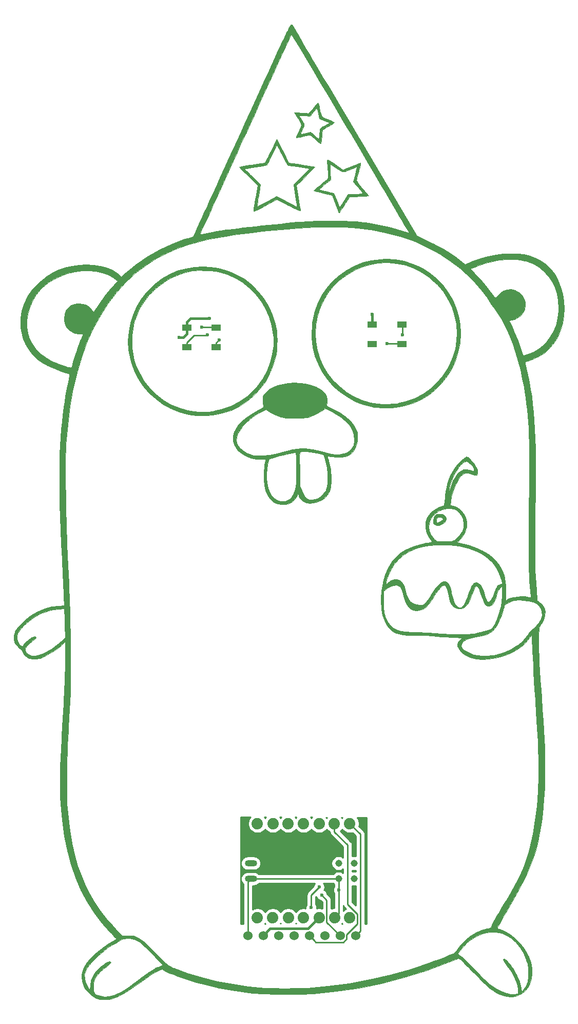
<source format=gbr>
G04 #@! TF.GenerationSoftware,KiCad,Pcbnew,(5.1.2)-1*
G04 #@! TF.CreationDate,2023-11-23T12:08:04+09:00*
G04 #@! TF.ProjectId,gopher_party_xiao_v2,676f7068-6572-45f7-9061-7274795f7869,rev?*
G04 #@! TF.SameCoordinates,Original*
G04 #@! TF.FileFunction,Copper,L1,Top*
G04 #@! TF.FilePolarity,Positive*
%FSLAX46Y46*%
G04 Gerber Fmt 4.6, Leading zero omitted, Abs format (unit mm)*
G04 Created by KiCad (PCBNEW (5.1.2)-1) date 2023-11-23 12:08:04*
%MOMM*%
%LPD*%
G04 APERTURE LIST*
%ADD10C,0.010000*%
%ADD11C,1.524000*%
%ADD12C,1.879600*%
%ADD13O,2.032000X1.016000*%
%ADD14C,1.143000*%
%ADD15R,1.500000X1.000000*%
%ADD16C,0.600000*%
%ADD17C,0.400000*%
%ADD18C,0.250000*%
%ADD19C,0.254000*%
G04 APERTURE END LIST*
D10*
G36*
X94273042Y-23640988D02*
G01*
X94426423Y-23852340D01*
X94469693Y-23944808D01*
X94501840Y-24016444D01*
X94540692Y-24098042D01*
X94590265Y-24196442D01*
X94654574Y-24318487D01*
X94737637Y-24471016D01*
X94843468Y-24660871D01*
X94976084Y-24894893D01*
X95139500Y-25179923D01*
X95337733Y-25522802D01*
X95574798Y-25930371D01*
X95854712Y-26409471D01*
X96181490Y-26966943D01*
X96559148Y-27609628D01*
X96991703Y-28344367D01*
X97483170Y-29178001D01*
X98037565Y-30117371D01*
X98658904Y-31169319D01*
X99351204Y-32340684D01*
X100118479Y-33638309D01*
X100964747Y-35069035D01*
X101894022Y-36639701D01*
X102910321Y-38357150D01*
X104017660Y-40228222D01*
X105220055Y-42259759D01*
X105370000Y-42513095D01*
X114797308Y-58440787D01*
X115847010Y-58899979D01*
X117601128Y-59745676D01*
X119350473Y-60739336D01*
X121030735Y-61842828D01*
X121945644Y-62516116D01*
X122743980Y-63129671D01*
X123899490Y-62663382D01*
X125281722Y-62152552D01*
X126581221Y-61775484D01*
X127847348Y-61521974D01*
X129129464Y-61381820D01*
X130281538Y-61344169D01*
X131454428Y-61380334D01*
X132486156Y-61498816D01*
X133416869Y-61709112D01*
X134286714Y-62020721D01*
X135135839Y-62443142D01*
X135281996Y-62527231D01*
X136150750Y-63146481D01*
X136915223Y-63912235D01*
X137571909Y-64803603D01*
X138117301Y-65799697D01*
X138547891Y-66879629D01*
X138860171Y-68022511D01*
X139050636Y-69207454D01*
X139115777Y-70413569D01*
X139052088Y-71619968D01*
X138856061Y-72805763D01*
X138524190Y-73950065D01*
X138052966Y-75031986D01*
X137528065Y-75904600D01*
X136748665Y-76876302D01*
X135867979Y-77682512D01*
X134876245Y-78330358D01*
X133763703Y-78826971D01*
X133330215Y-78970563D01*
X132993879Y-79076472D01*
X132744979Y-79161995D01*
X132629298Y-79211230D01*
X132626154Y-79215084D01*
X132647217Y-79316728D01*
X132704225Y-79568042D01*
X132787908Y-79928613D01*
X132867175Y-80265796D01*
X133123186Y-81404396D01*
X133352359Y-82546513D01*
X133555563Y-83706116D01*
X133733665Y-84897176D01*
X133887534Y-86133663D01*
X134018039Y-87429546D01*
X134126048Y-88798796D01*
X134212428Y-90255384D01*
X134278049Y-91813279D01*
X134323778Y-93486452D01*
X134350484Y-95288872D01*
X134359034Y-97234510D01*
X134350299Y-99337335D01*
X134325145Y-101611319D01*
X134298531Y-103295385D01*
X134269247Y-105159035D01*
X134250071Y-106849924D01*
X134241330Y-108390431D01*
X134243351Y-109802934D01*
X134256459Y-111109812D01*
X134280981Y-112333443D01*
X134317243Y-113496206D01*
X134365573Y-114620479D01*
X134426295Y-115728641D01*
X134495219Y-116779202D01*
X134615860Y-118491096D01*
X134984917Y-118753849D01*
X135468852Y-119208645D01*
X135788547Y-119752628D01*
X135937351Y-120359487D01*
X135908616Y-121002913D01*
X135710438Y-121624903D01*
X135532076Y-121982310D01*
X135342616Y-122313065D01*
X135225164Y-122487801D01*
X135125049Y-122651478D01*
X135040372Y-122866330D01*
X134971251Y-123142805D01*
X134917806Y-123491354D01*
X134880155Y-123922424D01*
X134858417Y-124446464D01*
X134852712Y-125073925D01*
X134863158Y-125815253D01*
X134889874Y-126680900D01*
X134932978Y-127681313D01*
X134992591Y-128826941D01*
X135068831Y-130128234D01*
X135161817Y-131595640D01*
X135271668Y-133239608D01*
X135362557Y-134556923D01*
X135496748Y-136521265D01*
X135612361Y-138308800D01*
X135709628Y-139937197D01*
X135788777Y-141424126D01*
X135850038Y-142787257D01*
X135893642Y-144044260D01*
X135919818Y-145212804D01*
X135928794Y-146310559D01*
X135920803Y-147355195D01*
X135896072Y-148364383D01*
X135854832Y-149355791D01*
X135797312Y-150347089D01*
X135723742Y-151355948D01*
X135634352Y-152400037D01*
X135599420Y-152776538D01*
X135425988Y-154421529D01*
X135225006Y-155926772D01*
X134986894Y-157321481D01*
X134702070Y-158634868D01*
X134360956Y-159896145D01*
X133953969Y-161134524D01*
X133471531Y-162379219D01*
X132904059Y-163659440D01*
X132241975Y-165004401D01*
X131475696Y-166443313D01*
X130617332Y-167967692D01*
X130034225Y-168983687D01*
X129517163Y-169888716D01*
X129071250Y-170673706D01*
X128701591Y-171329584D01*
X128413289Y-171847278D01*
X128211450Y-172217716D01*
X128101177Y-172431824D01*
X128084727Y-172469284D01*
X128096731Y-172584392D01*
X128252487Y-172682049D01*
X128445755Y-172747458D01*
X129271234Y-173076631D01*
X130107676Y-173567141D01*
X130920729Y-174190271D01*
X131676039Y-174917299D01*
X132339253Y-175719508D01*
X132752394Y-176347815D01*
X133231328Y-177300146D01*
X133561494Y-178254111D01*
X133745253Y-179191479D01*
X133784963Y-180094016D01*
X133682984Y-180943490D01*
X133441676Y-181721665D01*
X133063397Y-182410311D01*
X132550508Y-182991192D01*
X131905367Y-183446077D01*
X131828623Y-183486518D01*
X131094370Y-183772832D01*
X130341979Y-183883932D01*
X129553806Y-183819165D01*
X128712205Y-183577875D01*
X128181154Y-183351364D01*
X127786418Y-183149821D01*
X127402724Y-182918733D01*
X127009658Y-182640818D01*
X126586807Y-182298792D01*
X126113757Y-181875374D01*
X125570094Y-181353281D01*
X124935405Y-180715229D01*
X124331594Y-180092207D01*
X123817908Y-179561167D01*
X123329225Y-179062217D01*
X122887351Y-178617136D01*
X122514089Y-178247706D01*
X122231241Y-177975710D01*
X122060612Y-177822929D01*
X122057688Y-177820599D01*
X121679495Y-177521065D01*
X119927019Y-178217012D01*
X116300959Y-179555456D01*
X112649094Y-180700624D01*
X108967608Y-181653383D01*
X105252684Y-182414599D01*
X101500507Y-182985141D01*
X97707260Y-183365874D01*
X97066154Y-183411245D01*
X96300444Y-183449456D01*
X95390575Y-183473885D01*
X94375183Y-183485149D01*
X93292904Y-183483864D01*
X92182373Y-183470646D01*
X91082226Y-183446113D01*
X90031100Y-183410880D01*
X89067629Y-183365564D01*
X88230450Y-183310781D01*
X87687692Y-183261632D01*
X84866033Y-182896217D01*
X82175563Y-182413526D01*
X79587162Y-181807982D01*
X78426009Y-181487584D01*
X77668451Y-181259497D01*
X76885507Y-181007880D01*
X76103556Y-180742639D01*
X75348979Y-180473679D01*
X74648153Y-180210905D01*
X74027459Y-179964223D01*
X73513274Y-179743538D01*
X73131979Y-179558756D01*
X72909953Y-179419782D01*
X72902839Y-179413622D01*
X72806224Y-179344397D01*
X72695832Y-179327467D01*
X72531237Y-179373529D01*
X72272013Y-179493278D01*
X71925916Y-179672094D01*
X71616725Y-179849666D01*
X71183359Y-180119946D01*
X70659648Y-180460713D01*
X70079423Y-180849747D01*
X69476517Y-181264825D01*
X69131624Y-181507433D01*
X68159362Y-182188167D01*
X67318588Y-182754823D01*
X66589663Y-183217156D01*
X65952944Y-183584922D01*
X65388790Y-183867878D01*
X64877562Y-184075779D01*
X64399618Y-184218381D01*
X63935317Y-184305441D01*
X63465018Y-184346714D01*
X63411154Y-184348912D01*
X62927249Y-184356119D01*
X62565886Y-184330117D01*
X62255728Y-184261903D01*
X61994615Y-184170137D01*
X61599728Y-183955214D01*
X61152785Y-183618067D01*
X60701522Y-183204448D01*
X60293677Y-182760111D01*
X59976987Y-182330807D01*
X59863782Y-182127868D01*
X59589782Y-181375248D01*
X59495892Y-180631603D01*
X59536972Y-180286510D01*
X59981708Y-180286510D01*
X59989854Y-180851151D01*
X60145662Y-181471779D01*
X60434258Y-182095947D01*
X60546832Y-182279615D01*
X60865370Y-182768077D01*
X60930082Y-182006977D01*
X61074314Y-181202673D01*
X61372455Y-180471235D01*
X61839706Y-179782293D01*
X62284782Y-179300000D01*
X62687514Y-178934724D01*
X63103265Y-178606465D01*
X63498687Y-178336830D01*
X63840432Y-178147427D01*
X64095150Y-178059865D01*
X64191205Y-178064757D01*
X64329187Y-178180027D01*
X64279583Y-178348125D01*
X64042260Y-178569253D01*
X63734162Y-178774182D01*
X63119101Y-179213691D01*
X62548036Y-179744150D01*
X62070108Y-180314585D01*
X61758473Y-180823583D01*
X61572300Y-181272643D01*
X61485664Y-181698941D01*
X61468529Y-182035385D01*
X61469532Y-182558241D01*
X61494641Y-182924385D01*
X61555724Y-183172106D01*
X61664649Y-183339691D01*
X61833281Y-183465430D01*
X61927544Y-183516391D01*
X62581404Y-183767064D01*
X63276465Y-183862686D01*
X64049890Y-183806813D01*
X64359792Y-183749214D01*
X64873197Y-183612728D01*
X65398811Y-183412810D01*
X65959296Y-183136436D01*
X66577312Y-182770581D01*
X67275519Y-182302221D01*
X68076577Y-181718330D01*
X68637692Y-181290369D01*
X69401302Y-180705041D01*
X70038626Y-180229137D01*
X70573591Y-179847135D01*
X71030124Y-179543515D01*
X71432153Y-179302754D01*
X71803605Y-179109331D01*
X72168406Y-178947726D01*
X72372370Y-178867730D01*
X72932048Y-178656510D01*
X71102370Y-176789647D01*
X70533627Y-176212172D01*
X70077718Y-175757592D01*
X69713031Y-175407029D01*
X69417954Y-175141604D01*
X69170875Y-174942439D01*
X68950183Y-174790655D01*
X68734266Y-174667374D01*
X68590900Y-174595815D01*
X68187893Y-174417000D01*
X67857388Y-174317561D01*
X67504763Y-174275657D01*
X67174362Y-174268846D01*
X66865576Y-174272157D01*
X66624393Y-174292772D01*
X66404286Y-174346718D01*
X66158734Y-174450022D01*
X65841211Y-174618708D01*
X65405193Y-174868803D01*
X65365000Y-174892111D01*
X64554011Y-175374240D01*
X63876435Y-175807430D01*
X63288265Y-176224573D01*
X62745490Y-176658561D01*
X62204104Y-177142285D01*
X61691260Y-177637825D01*
X61119722Y-178227068D01*
X60686771Y-178730219D01*
X60373416Y-179176701D01*
X60160666Y-179595940D01*
X60029528Y-180017358D01*
X59981708Y-180286510D01*
X59536972Y-180286510D01*
X59584410Y-179888012D01*
X59857633Y-179135550D01*
X60317858Y-178365295D01*
X60967382Y-177568325D01*
X61064523Y-177463694D01*
X61660892Y-176885756D01*
X62384658Y-176274176D01*
X63182749Y-175670179D01*
X64002092Y-175114993D01*
X64412500Y-174863063D01*
X64758442Y-174654294D01*
X65030064Y-174481520D01*
X65190655Y-174368577D01*
X65218462Y-174339750D01*
X65154409Y-174256007D01*
X64978512Y-174058775D01*
X64715155Y-173774621D01*
X64388728Y-173430111D01*
X64265962Y-173302133D01*
X62837497Y-171696465D01*
X61549994Y-169992395D01*
X60401047Y-168183686D01*
X59388250Y-166264101D01*
X58509197Y-164227403D01*
X57761482Y-162067354D01*
X57142699Y-159777718D01*
X56650442Y-157352259D01*
X56282305Y-154784737D01*
X56035883Y-152068918D01*
X56027814Y-151946154D01*
X55984178Y-151029944D01*
X55959549Y-149947328D01*
X55953433Y-148726309D01*
X55965332Y-147394889D01*
X55994753Y-145981073D01*
X56041198Y-144512861D01*
X56104174Y-143018257D01*
X56183183Y-141525265D01*
X56224049Y-140858077D01*
X56320908Y-139334128D01*
X56405163Y-137983088D01*
X56477858Y-136782957D01*
X56540035Y-135711736D01*
X56592736Y-134747426D01*
X56637004Y-133868028D01*
X56673880Y-133051541D01*
X56704409Y-132275968D01*
X56729632Y-131519309D01*
X56750591Y-130759564D01*
X56768330Y-129974736D01*
X56783890Y-129142823D01*
X56786496Y-128989004D01*
X56847731Y-125326084D01*
X56288854Y-125836866D01*
X55622795Y-126383881D01*
X54825223Y-126937443D01*
X53954676Y-127458753D01*
X53405057Y-127748207D01*
X53000875Y-127943404D01*
X52697133Y-128064306D01*
X52421886Y-128128591D01*
X52103192Y-128153939D01*
X51737154Y-128158077D01*
X51308853Y-128151796D01*
X51014359Y-128124004D01*
X50792259Y-128061279D01*
X50581144Y-127950197D01*
X50475578Y-127882323D01*
X50068587Y-127508867D01*
X49858632Y-127149631D01*
X49713735Y-126867402D01*
X49568944Y-126660233D01*
X49506382Y-126603958D01*
X49211022Y-126386790D01*
X48899920Y-126088900D01*
X48625855Y-125768014D01*
X48441607Y-125481860D01*
X48409182Y-125403899D01*
X48331772Y-124925790D01*
X48331976Y-124922590D01*
X48825310Y-124922590D01*
X48982893Y-125408263D01*
X49315740Y-125822903D01*
X49471944Y-125947143D01*
X49766301Y-126156744D01*
X49978027Y-125814164D01*
X50219247Y-125506402D01*
X50551754Y-125188185D01*
X50928214Y-124894359D01*
X51301291Y-124659772D01*
X51623650Y-124519270D01*
X51770466Y-124494615D01*
X51925945Y-124573451D01*
X51967161Y-124639918D01*
X51926127Y-124779008D01*
X51715083Y-124981993D01*
X51457455Y-125169220D01*
X50862179Y-125623848D01*
X50456731Y-126049505D01*
X50241499Y-126444677D01*
X50216872Y-126807854D01*
X50383241Y-127137524D01*
X50740993Y-127432175D01*
X50857692Y-127498753D01*
X51306761Y-127669622D01*
X51790030Y-127707643D01*
X52337163Y-127609825D01*
X52977829Y-127373176D01*
X53222851Y-127260261D01*
X54492531Y-126561725D01*
X55609834Y-125759525D01*
X56131788Y-125299016D01*
X56797898Y-124666524D01*
X56754456Y-122699993D01*
X56738365Y-122068727D01*
X56719305Y-121476542D01*
X56698814Y-120961691D01*
X56678429Y-120562425D01*
X56659685Y-120316996D01*
X56658210Y-120304397D01*
X56605406Y-119875333D01*
X55709818Y-119934666D01*
X54879557Y-120024001D01*
X54131735Y-120187528D01*
X53381912Y-120447333D01*
X52836654Y-120686127D01*
X52038706Y-121104853D01*
X51267041Y-121596216D01*
X50553104Y-122134263D01*
X49928338Y-122693046D01*
X49424188Y-123246613D01*
X49072100Y-123769013D01*
X49050301Y-123810934D01*
X48846582Y-124384082D01*
X48825310Y-124922590D01*
X48331976Y-124922590D01*
X48367329Y-124369332D01*
X48507681Y-123809477D01*
X48610025Y-123561237D01*
X48823256Y-123218858D01*
X49159173Y-122801479D01*
X49580717Y-122346602D01*
X50050828Y-121891728D01*
X50532449Y-121474360D01*
X50988519Y-121131999D01*
X51053077Y-121089013D01*
X52241937Y-120400527D01*
X53417170Y-119899484D01*
X54594759Y-119580197D01*
X55680831Y-119442873D01*
X56645124Y-119384904D01*
X56578616Y-117909952D01*
X56559781Y-117503707D01*
X56532429Y-116929940D01*
X56497912Y-116216262D01*
X56457582Y-115390286D01*
X56412793Y-114479624D01*
X56364895Y-113511889D01*
X56315241Y-112514694D01*
X56276744Y-111745769D01*
X56156121Y-109240027D01*
X56055349Y-106914219D01*
X55974494Y-104753900D01*
X55913618Y-102744623D01*
X55872788Y-100871943D01*
X55852067Y-99121415D01*
X55851519Y-97478591D01*
X55858557Y-96924674D01*
X56830415Y-96924674D01*
X56833136Y-98207505D01*
X56843900Y-99575760D01*
X56862442Y-101007492D01*
X56888494Y-102480755D01*
X56921790Y-103973602D01*
X56962066Y-105464085D01*
X57009054Y-106930257D01*
X57062489Y-108350172D01*
X57101307Y-109254615D01*
X57183546Y-111081751D01*
X57256778Y-112732234D01*
X57321611Y-114224559D01*
X57378652Y-115577224D01*
X57428507Y-116808722D01*
X57471784Y-117937549D01*
X57509090Y-118982201D01*
X57541032Y-119961174D01*
X57568217Y-120892962D01*
X57591253Y-121796062D01*
X57610746Y-122688968D01*
X57627304Y-123590176D01*
X57641533Y-124518181D01*
X57654041Y-125491480D01*
X57664101Y-126399615D01*
X57678510Y-128145535D01*
X57682792Y-129732281D01*
X57675992Y-131195850D01*
X57657153Y-132572239D01*
X57625318Y-133897443D01*
X57579533Y-135207458D01*
X57518839Y-136538281D01*
X57442282Y-137925908D01*
X57348905Y-139406335D01*
X57299011Y-140143330D01*
X57232346Y-141226588D01*
X57174182Y-142404320D01*
X57125027Y-143646403D01*
X57085387Y-144922714D01*
X57055767Y-146203129D01*
X57036674Y-147457526D01*
X57028613Y-148655781D01*
X57032091Y-149767772D01*
X57047615Y-150763377D01*
X57075689Y-151612470D01*
X57099078Y-152043846D01*
X57292697Y-154370762D01*
X57562372Y-156536625D01*
X57913233Y-158562438D01*
X58350412Y-160469205D01*
X58879039Y-162277928D01*
X59504244Y-164009611D01*
X60231159Y-165685258D01*
X60630723Y-166501474D01*
X61531559Y-168126019D01*
X62539822Y-169653753D01*
X63682932Y-171122360D01*
X64988306Y-172569525D01*
X65215885Y-172803461D01*
X66175639Y-173780385D01*
X67138012Y-173780385D01*
X67589626Y-173784240D01*
X67911594Y-173805776D01*
X68169633Y-173859945D01*
X68429461Y-173961699D01*
X68756798Y-174125990D01*
X68833077Y-174166051D01*
X69081234Y-174305678D01*
X69325792Y-174466477D01*
X69588956Y-174667721D01*
X69892933Y-174928684D01*
X70259929Y-175268639D01*
X70712152Y-175706861D01*
X71271808Y-176262623D01*
X71421923Y-176412974D01*
X72052127Y-177044566D01*
X72563446Y-177553977D01*
X72975189Y-177957148D01*
X73306663Y-178270018D01*
X73577177Y-178508528D01*
X73806040Y-178688618D01*
X74012559Y-178826230D01*
X74216044Y-178937304D01*
X74435803Y-179037780D01*
X74691144Y-179143599D01*
X74766727Y-179174354D01*
X76991717Y-179996884D01*
X79358788Y-180714245D01*
X81841985Y-181320957D01*
X84415350Y-181811543D01*
X87052926Y-182180523D01*
X89728758Y-182422418D01*
X90325385Y-182458331D01*
X90918881Y-182481669D01*
X91661563Y-182496799D01*
X92507416Y-182503976D01*
X93410425Y-182503457D01*
X94324575Y-182495498D01*
X95203851Y-182480356D01*
X96002238Y-182458287D01*
X96673721Y-182429547D01*
X96801276Y-182422268D01*
X100196027Y-182129640D01*
X103632371Y-181662525D01*
X107078507Y-181027508D01*
X110502631Y-180231179D01*
X113872941Y-179280122D01*
X116995385Y-178239497D01*
X117637538Y-178005468D01*
X118295068Y-177760267D01*
X118939370Y-177515115D01*
X119541838Y-177281233D01*
X120073869Y-177069843D01*
X120506858Y-176892166D01*
X120812199Y-176759421D01*
X120821530Y-176754663D01*
X121586923Y-176754663D01*
X121658966Y-176850174D01*
X121847444Y-177022665D01*
X122099808Y-177225618D01*
X122411187Y-177473976D01*
X122739639Y-177759781D01*
X123105669Y-178103109D01*
X123529784Y-178524039D01*
X124032491Y-179042646D01*
X124634295Y-179679007D01*
X124943403Y-180009675D01*
X125382097Y-180470815D01*
X125818815Y-180913095D01*
X126219848Y-181303569D01*
X126551486Y-181609292D01*
X126749439Y-181774730D01*
X127629874Y-182385173D01*
X128503634Y-182877255D01*
X129336641Y-183233542D01*
X129939615Y-183406703D01*
X130256703Y-183447094D01*
X130637691Y-183457453D01*
X131014296Y-183440334D01*
X131318234Y-183398295D01*
X131461115Y-183349738D01*
X131519647Y-183208286D01*
X131520533Y-182918287D01*
X131468631Y-182516312D01*
X131368797Y-182038932D01*
X131225889Y-181522717D01*
X131213045Y-181481796D01*
X130823086Y-180517942D01*
X130258068Y-179544454D01*
X129629086Y-178692229D01*
X129298900Y-178256496D01*
X129112389Y-177942429D01*
X129066756Y-177742383D01*
X129159202Y-177648714D01*
X129243650Y-177639231D01*
X129391172Y-177714523D01*
X129620060Y-177919060D01*
X129901356Y-178220834D01*
X130206098Y-178587834D01*
X130505325Y-178988052D01*
X130634395Y-179176378D01*
X131267900Y-180274791D01*
X131720777Y-181384804D01*
X131986459Y-182490127D01*
X131996162Y-182554958D01*
X132064191Y-183025686D01*
X132336158Y-182765125D01*
X132521916Y-182536318D01*
X132730009Y-182204839D01*
X132885793Y-181903628D01*
X132998836Y-181647122D01*
X133076212Y-181422813D01*
X133124642Y-181184243D01*
X133150845Y-180884952D01*
X133161540Y-180478479D01*
X133163462Y-179983846D01*
X133160337Y-179432872D01*
X133145891Y-179023102D01*
X133112516Y-178700391D01*
X133052601Y-178410594D01*
X132958540Y-178099567D01*
X132858297Y-177812215D01*
X132391370Y-176731568D01*
X131811434Y-175767291D01*
X131132627Y-174934594D01*
X130369086Y-174248686D01*
X129534948Y-173724777D01*
X128771364Y-173415212D01*
X127816883Y-173220646D01*
X126846516Y-173212478D01*
X125876646Y-173384408D01*
X124923659Y-173730132D01*
X124003937Y-174243349D01*
X123133864Y-174917757D01*
X122329824Y-175747053D01*
X122154990Y-175960256D01*
X121907357Y-176279882D01*
X121714380Y-176544200D01*
X121603290Y-176715130D01*
X121586923Y-176754663D01*
X120821530Y-176754663D01*
X120958371Y-176684892D01*
X121068265Y-176568645D01*
X121240158Y-176345604D01*
X121370636Y-176160498D01*
X122039502Y-175303180D01*
X122814130Y-174526497D01*
X123664327Y-173851142D01*
X124559900Y-173297807D01*
X125470654Y-172887186D01*
X126366397Y-172639971D01*
X126550320Y-172610678D01*
X126855515Y-172555365D01*
X127009673Y-172483019D01*
X127057058Y-172370859D01*
X127057692Y-172349532D01*
X127076479Y-172255249D01*
X127137620Y-172100800D01*
X127248291Y-171873526D01*
X127415665Y-171560767D01*
X127646915Y-171149864D01*
X127949215Y-170628157D01*
X128329740Y-169982987D01*
X128795663Y-169201693D01*
X129354157Y-168271617D01*
X129596095Y-167870000D01*
X130295612Y-166691952D01*
X130894113Y-165640572D01*
X131405476Y-164684497D01*
X131843581Y-163792362D01*
X132222305Y-162932804D01*
X132555530Y-162074459D01*
X132857132Y-161185963D01*
X133140992Y-160235953D01*
X133400362Y-159273077D01*
X133911303Y-157062021D01*
X134310166Y-154804709D01*
X134600236Y-152472806D01*
X134784799Y-150037974D01*
X134867139Y-147471879D01*
X134872436Y-146574744D01*
X134869544Y-145819645D01*
X134860703Y-145069119D01*
X134845025Y-144303763D01*
X134821624Y-143504174D01*
X134789611Y-142650951D01*
X134748100Y-141724689D01*
X134696204Y-140705987D01*
X134633034Y-139575441D01*
X134557704Y-138313649D01*
X134469326Y-136901209D01*
X134367014Y-135318717D01*
X134336242Y-134850000D01*
X134234721Y-133281383D01*
X134141973Y-131794583D01*
X134058729Y-130403380D01*
X133985723Y-129121557D01*
X133923688Y-127962896D01*
X133873355Y-126941177D01*
X133835458Y-126070184D01*
X133810728Y-125363697D01*
X133799900Y-124835499D01*
X133799466Y-124752522D01*
X133798462Y-124180044D01*
X133374878Y-124752522D01*
X132694562Y-125529924D01*
X131878471Y-126225460D01*
X130952926Y-126831662D01*
X129944249Y-127341063D01*
X128878762Y-127746196D01*
X127782787Y-128039593D01*
X126682645Y-128213786D01*
X125604658Y-128261308D01*
X124575148Y-128174692D01*
X123620437Y-127946470D01*
X123003462Y-127694883D01*
X122570276Y-127423091D01*
X122167753Y-127066259D01*
X121830564Y-126666368D01*
X121593377Y-126265400D01*
X121535182Y-126060997D01*
X122088417Y-126060997D01*
X122231137Y-126395668D01*
X122557399Y-126723071D01*
X123063289Y-127038651D01*
X123744896Y-127337847D01*
X124170684Y-127486482D01*
X124815114Y-127632880D01*
X125582893Y-127705958D01*
X126415626Y-127704121D01*
X127254919Y-127625770D01*
X127546154Y-127578757D01*
X128468472Y-127352244D01*
X129427662Y-127011743D01*
X130355123Y-126586445D01*
X131182260Y-126105542D01*
X131453846Y-125915882D01*
X131911401Y-125537168D01*
X132389956Y-125073659D01*
X132834530Y-124583406D01*
X133190144Y-124124460D01*
X133279618Y-123988133D01*
X133524165Y-123647930D01*
X133803813Y-123338911D01*
X134001741Y-123170298D01*
X134558713Y-122696371D01*
X134989355Y-122148646D01*
X135281806Y-121557160D01*
X135424200Y-120951949D01*
X135404677Y-120363052D01*
X135274971Y-119946471D01*
X134955060Y-119440425D01*
X134501079Y-119045609D01*
X133904669Y-118758414D01*
X133157472Y-118575233D01*
X132251130Y-118492457D01*
X131893462Y-118486538D01*
X131394391Y-118488549D01*
X131036679Y-118501580D01*
X130766301Y-118536124D01*
X130529230Y-118602677D01*
X130271443Y-118711734D01*
X129964038Y-118861351D01*
X129546072Y-119085193D01*
X129299123Y-119260592D01*
X129208092Y-119398574D01*
X129206923Y-119414273D01*
X129169701Y-119645586D01*
X129068679Y-120010397D01*
X128919826Y-120463841D01*
X128739110Y-120961056D01*
X128542497Y-121457177D01*
X128345956Y-121907343D01*
X128245533Y-122115415D01*
X127910237Y-122740848D01*
X127592081Y-123226240D01*
X127255887Y-123596792D01*
X126866474Y-123877704D01*
X126388662Y-124094177D01*
X125787272Y-124271412D01*
X125027123Y-124434608D01*
X125000875Y-124439670D01*
X124148723Y-124621680D01*
X123472092Y-124808250D01*
X122951135Y-125006533D01*
X122566005Y-125223682D01*
X122369254Y-125388084D01*
X122133152Y-125723616D01*
X122088417Y-126060997D01*
X121535182Y-126060997D01*
X121490863Y-125905335D01*
X121489231Y-125861348D01*
X121573340Y-125507568D01*
X121795120Y-125160507D01*
X122077892Y-124912806D01*
X122380768Y-124721038D01*
X120933653Y-124655664D01*
X120374892Y-124625813D01*
X119680033Y-124581591D01*
X118907488Y-124527128D01*
X118115665Y-124466554D01*
X117362975Y-124403998D01*
X117315455Y-124399844D01*
X116357080Y-124324681D01*
X115506537Y-124275971D01*
X114791236Y-124254894D01*
X114238585Y-124262629D01*
X114189301Y-124265266D01*
X113314166Y-124276025D01*
X112492125Y-124208487D01*
X111766844Y-124068603D01*
X111181994Y-123862327D01*
X111161743Y-123852587D01*
X110597058Y-123476089D01*
X110082354Y-122932266D01*
X109635563Y-122246530D01*
X109274619Y-121444294D01*
X109117072Y-120955061D01*
X109032764Y-120531216D01*
X108968332Y-119963599D01*
X108925529Y-119302980D01*
X108920488Y-119120540D01*
X109284187Y-119120540D01*
X109288437Y-119619537D01*
X109313466Y-120012892D01*
X109361758Y-120345153D01*
X109416238Y-120586923D01*
X109664847Y-121384889D01*
X109976580Y-122049880D01*
X110367687Y-122591682D01*
X110854420Y-123020082D01*
X111453026Y-123344865D01*
X112179757Y-123575819D01*
X113050863Y-123722729D01*
X114082594Y-123795383D01*
X114763682Y-123807361D01*
X115379230Y-123817941D01*
X116113449Y-123844776D01*
X116890633Y-123884303D01*
X117635077Y-123932957D01*
X117938682Y-123956834D01*
X118732295Y-124022879D01*
X119368192Y-124073851D01*
X119883323Y-124111411D01*
X120314641Y-124137220D01*
X120699094Y-124152939D01*
X121073635Y-124160230D01*
X121475213Y-124160753D01*
X121940779Y-124156170D01*
X122270769Y-124151594D01*
X122896063Y-124138105D01*
X123398522Y-124112689D01*
X123843992Y-124067143D01*
X124298320Y-123993264D01*
X124827353Y-123882848D01*
X125299231Y-123774301D01*
X125836563Y-123640730D01*
X126322449Y-123506107D01*
X126717511Y-123382384D01*
X126982374Y-123281515D01*
X127057692Y-123240542D01*
X127364028Y-122925369D01*
X127666818Y-122446179D01*
X127956583Y-121834252D01*
X128223843Y-121120867D01*
X128459121Y-120337301D01*
X128652939Y-119514833D01*
X128795816Y-118684742D01*
X128878276Y-117878307D01*
X128892659Y-117185313D01*
X128865000Y-116141923D01*
X128509484Y-116503742D01*
X128196975Y-116925633D01*
X128032837Y-117382973D01*
X127825152Y-118133072D01*
X127591393Y-118703315D01*
X127322056Y-119108526D01*
X127007637Y-119363530D01*
X126692127Y-119474342D01*
X126451391Y-119488002D01*
X126247596Y-119415709D01*
X126065096Y-119236372D01*
X125888243Y-118928900D01*
X125701391Y-118472202D01*
X125492996Y-117857978D01*
X125244803Y-117141487D01*
X125021734Y-116617243D01*
X124822943Y-116283841D01*
X124647582Y-116139877D01*
X124494807Y-116183948D01*
X124488026Y-116190769D01*
X124401020Y-116334335D01*
X124264308Y-116621372D01*
X124095735Y-117012017D01*
X123913148Y-117466407D01*
X123889282Y-117528162D01*
X123589451Y-118263898D01*
X123317421Y-118831720D01*
X123059644Y-119254675D01*
X122802573Y-119555808D01*
X122604266Y-119714140D01*
X122201375Y-119871412D01*
X121736368Y-119886750D01*
X121264980Y-119774062D01*
X120842943Y-119547255D01*
X120525993Y-119220236D01*
X120507279Y-119190867D01*
X120368327Y-118928426D01*
X120250080Y-118612614D01*
X120140871Y-118203065D01*
X120029030Y-117659409D01*
X119969428Y-117330096D01*
X119829681Y-116734836D01*
X119651384Y-116311071D01*
X119438856Y-116067443D01*
X119311991Y-116013948D01*
X119133121Y-116039793D01*
X118909458Y-116186484D01*
X118632763Y-116463731D01*
X118294802Y-116881242D01*
X117887337Y-117448726D01*
X117402131Y-118175892D01*
X117163301Y-118546724D01*
X116897169Y-118936818D01*
X116625839Y-119290014D01*
X116390296Y-119554760D01*
X116291042Y-119643846D01*
X115801795Y-119933820D01*
X115257687Y-120120276D01*
X114712518Y-120193712D01*
X114220090Y-120144625D01*
X113973708Y-120053124D01*
X113564968Y-119739527D01*
X113197044Y-119251298D01*
X112880094Y-118606770D01*
X112624276Y-117824274D01*
X112538321Y-117462705D01*
X112388018Y-116890271D01*
X112208020Y-116486001D01*
X111977118Y-116222857D01*
X111674105Y-116073802D01*
X111409047Y-116023016D01*
X110946527Y-116052031D01*
X110433439Y-116216757D01*
X109931188Y-116492788D01*
X109627857Y-116730995D01*
X109343022Y-116990773D01*
X109298230Y-118471348D01*
X109284187Y-119120540D01*
X108920488Y-119120540D01*
X108906106Y-118600131D01*
X108911818Y-117905820D01*
X108944417Y-117270820D01*
X108978255Y-116934269D01*
X109186753Y-115763011D01*
X109687939Y-115763011D01*
X109710301Y-115837293D01*
X109809058Y-115790655D01*
X109974583Y-115657476D01*
X110539391Y-115263024D01*
X111064617Y-115058299D01*
X111544283Y-115040553D01*
X111972409Y-115207042D01*
X112343018Y-115555017D01*
X112650130Y-116081732D01*
X112887767Y-116784441D01*
X112942918Y-117021154D01*
X113055319Y-117457561D01*
X113196527Y-117879169D01*
X113337838Y-118201322D01*
X113351246Y-118225465D01*
X113702947Y-118663452D01*
X114176067Y-119005493D01*
X114718524Y-119227631D01*
X115278239Y-119305909D01*
X115621022Y-119269542D01*
X115890478Y-119175311D01*
X116146873Y-119001075D01*
X116413101Y-118722638D01*
X116712057Y-118315807D01*
X117066635Y-117756388D01*
X117090984Y-117716108D01*
X117590992Y-116930696D01*
X118040842Y-116320369D01*
X118451212Y-115874540D01*
X118832778Y-115582621D01*
X119196220Y-115434026D01*
X119417700Y-115409231D01*
X119683115Y-115466059D01*
X119909728Y-115647536D01*
X120106799Y-115970144D01*
X120283591Y-116450369D01*
X120449364Y-117104697D01*
X120496849Y-117330109D01*
X120692863Y-118124449D01*
X120923795Y-118767106D01*
X121183165Y-119250852D01*
X121464493Y-119568460D01*
X121761299Y-119712704D01*
X122067102Y-119676355D01*
X122375421Y-119452188D01*
X122387878Y-119439038D01*
X122599515Y-119179954D01*
X122782505Y-118871866D01*
X122957549Y-118471860D01*
X123145349Y-117937022D01*
X123210391Y-117733973D01*
X123423206Y-117121096D01*
X123653317Y-116565097D01*
X123881026Y-116109126D01*
X124086636Y-115796335D01*
X124104355Y-115775577D01*
X124323851Y-115646655D01*
X124594567Y-115604615D01*
X124963500Y-115699752D01*
X125291537Y-115981892D01*
X125574475Y-116446132D01*
X125777986Y-116985508D01*
X125960709Y-117579249D01*
X126098405Y-118013639D01*
X126201559Y-118316663D01*
X126280660Y-118516301D01*
X126346192Y-118640538D01*
X126408643Y-118717355D01*
X126436235Y-118742009D01*
X126626526Y-118805601D01*
X126833883Y-118690920D01*
X127060844Y-118394420D01*
X127309948Y-117912557D01*
X127583735Y-117241788D01*
X127660233Y-117033351D01*
X127831495Y-116588087D01*
X127977820Y-116290038D01*
X128123538Y-116097350D01*
X128272165Y-115980725D01*
X128515150Y-115866092D01*
X128713185Y-115831054D01*
X128730384Y-115833997D01*
X128810561Y-115837958D01*
X128841255Y-115772544D01*
X128823483Y-115599256D01*
X128758265Y-115279599D01*
X128746480Y-115225854D01*
X128555442Y-114584807D01*
X128264889Y-113887811D01*
X127908835Y-113202403D01*
X127521292Y-112596115D01*
X127251230Y-112256895D01*
X126430825Y-111476900D01*
X125479150Y-110822377D01*
X124391513Y-110291612D01*
X123163221Y-109882888D01*
X121789581Y-109594489D01*
X120265901Y-109424700D01*
X119388846Y-109382009D01*
X118056868Y-109381793D01*
X116870140Y-109467447D01*
X115795508Y-109645177D01*
X114799816Y-109921190D01*
X113849908Y-110301693D01*
X113461682Y-110491553D01*
X112540537Y-111055990D01*
X111745421Y-111741970D01*
X111066672Y-112561995D01*
X110494631Y-113528566D01*
X110019639Y-114654185D01*
X109850567Y-115165000D01*
X109736513Y-115546138D01*
X109687939Y-115763011D01*
X109186753Y-115763011D01*
X109221898Y-115565581D01*
X109591144Y-114309190D01*
X110080052Y-113176659D01*
X110682682Y-112179547D01*
X111393092Y-111329417D01*
X112205342Y-110637831D01*
X112218669Y-110628443D01*
X112858406Y-110243384D01*
X113639355Y-109875366D01*
X114507360Y-109544105D01*
X115408268Y-109269316D01*
X116287923Y-109070713D01*
X116659083Y-109011897D01*
X117041257Y-108955676D01*
X117247213Y-108895062D01*
X117294428Y-108800014D01*
X117200380Y-108640492D01*
X117006866Y-108414088D01*
X116579900Y-107789493D01*
X116315546Y-107093341D01*
X116222348Y-106420709D01*
X116757295Y-106420709D01*
X116840089Y-107048067D01*
X117082337Y-107657882D01*
X117493593Y-108227824D01*
X117694911Y-108428153D01*
X118118846Y-108815000D01*
X119388846Y-108815000D01*
X119921590Y-108812022D01*
X120300307Y-108799331D01*
X120566309Y-108771290D01*
X120760913Y-108722264D01*
X120925432Y-108646616D01*
X121015752Y-108593059D01*
X121487343Y-108219686D01*
X121923787Y-107731836D01*
X122257093Y-107207636D01*
X122300038Y-107117343D01*
X122482131Y-106496607D01*
X122512639Y-105830184D01*
X122400976Y-105166717D01*
X122156556Y-104554849D01*
X121788793Y-104043222D01*
X121685706Y-103942991D01*
X121295583Y-103652282D01*
X120874222Y-103478477D01*
X120368982Y-103406480D01*
X119840058Y-103413707D01*
X119074139Y-103538631D01*
X118400808Y-103802320D01*
X117829616Y-104182445D01*
X117370116Y-104656677D01*
X117031861Y-105202684D01*
X116824403Y-105798139D01*
X116757295Y-106420709D01*
X116222348Y-106420709D01*
X116213927Y-106359933D01*
X116275166Y-105623571D01*
X116499383Y-104918556D01*
X116886701Y-104279190D01*
X116991713Y-104153127D01*
X117401049Y-103780966D01*
X117930153Y-103431667D01*
X118504593Y-103149570D01*
X118906708Y-103012368D01*
X119303800Y-102906832D01*
X119421597Y-101660147D01*
X119486832Y-101186859D01*
X119933866Y-101186859D01*
X119951828Y-101313567D01*
X119985176Y-101315080D01*
X120008497Y-101184330D01*
X119992889Y-101127836D01*
X119949510Y-101090832D01*
X119933866Y-101186859D01*
X119486832Y-101186859D01*
X119558494Y-100666943D01*
X120038409Y-100666943D01*
X120041978Y-100772738D01*
X120084654Y-100730588D01*
X120166104Y-100525656D01*
X120278339Y-100169231D01*
X120442477Y-99671968D01*
X120647065Y-99137012D01*
X120850402Y-98672731D01*
X120868654Y-98635189D01*
X121207985Y-98062986D01*
X121611461Y-97571875D01*
X122044716Y-97196552D01*
X122473380Y-96971711D01*
X122534747Y-96953220D01*
X122973478Y-96915883D01*
X123506144Y-97000118D01*
X124053654Y-97186332D01*
X124184471Y-97179372D01*
X124227456Y-97035362D01*
X124180701Y-96792733D01*
X124084401Y-96566845D01*
X123916165Y-96322811D01*
X123670653Y-96057298D01*
X123397803Y-95814911D01*
X123147551Y-95640255D01*
X122977012Y-95577692D01*
X122714951Y-95656252D01*
X122387929Y-95872185D01*
X122032420Y-96195875D01*
X121684898Y-96597703D01*
X121628350Y-96672858D01*
X121067377Y-97568744D01*
X120596872Y-98596723D01*
X120265702Y-99610243D01*
X120149936Y-100070860D01*
X120074283Y-100428039D01*
X120038409Y-100666943D01*
X119558494Y-100666943D01*
X119612244Y-100276987D01*
X119911990Y-99044764D01*
X120327478Y-97948050D01*
X120865346Y-96971419D01*
X121532236Y-96099442D01*
X122038020Y-95581497D01*
X122437561Y-95213354D01*
X122731908Y-94975084D01*
X122958004Y-94862505D01*
X123152794Y-94871434D01*
X123353224Y-94997687D01*
X123596239Y-95237080D01*
X123737165Y-95389107D01*
X124215277Y-95967535D01*
X124561405Y-96514929D01*
X124762164Y-97007042D01*
X124809273Y-97330912D01*
X124786988Y-97646644D01*
X124704883Y-97832070D01*
X124535118Y-97896957D01*
X124249852Y-97851074D01*
X123821246Y-97704191D01*
X123785000Y-97690319D01*
X123272265Y-97548585D01*
X122819578Y-97551146D01*
X122411442Y-97707806D01*
X122032360Y-98028370D01*
X121666836Y-98522643D01*
X121299372Y-99200429D01*
X121256564Y-99290000D01*
X120802731Y-100388560D01*
X120493552Y-101448810D01*
X120352944Y-102289672D01*
X120322777Y-102623435D01*
X120326686Y-102807536D01*
X120376151Y-102886389D01*
X120482653Y-102904404D01*
X120511906Y-102904615D01*
X121034431Y-102995820D01*
X121576333Y-103258734D01*
X122027122Y-103605993D01*
X122534960Y-104193836D01*
X122867361Y-104862116D01*
X123019966Y-105596885D01*
X122988412Y-106384195D01*
X122954489Y-106572007D01*
X122780987Y-107195063D01*
X122520553Y-107727624D01*
X122134531Y-108241961D01*
X121956874Y-108437107D01*
X121469171Y-108952781D01*
X121747855Y-109014284D01*
X123255589Y-109403341D01*
X124586918Y-109867529D01*
X125747141Y-110410164D01*
X126741562Y-111034562D01*
X127575480Y-111744037D01*
X128254197Y-112541906D01*
X128770812Y-113406538D01*
X129012832Y-113934069D01*
X129191389Y-114422641D01*
X129315346Y-114918587D01*
X129393569Y-115468242D01*
X129434923Y-116117939D01*
X129448272Y-116914013D01*
X129448346Y-116947890D01*
X129452411Y-117480016D01*
X129461856Y-117936280D01*
X129475526Y-118284237D01*
X129492266Y-118491442D01*
X129504885Y-118535390D01*
X129613674Y-118476258D01*
X129654081Y-118439919D01*
X129914822Y-118276193D01*
X130324423Y-118131472D01*
X130836735Y-118012657D01*
X131405610Y-117926646D01*
X131984897Y-117880341D01*
X132528449Y-117880642D01*
X132990115Y-117934449D01*
X133008672Y-117938335D01*
X133303360Y-117994731D01*
X133508562Y-118021207D01*
X133567598Y-118017274D01*
X133572940Y-117912102D01*
X133560296Y-117655730D01*
X133532276Y-117291257D01*
X133506774Y-117013902D01*
X133436530Y-116207350D01*
X133377272Y-115334147D01*
X133328817Y-114381257D01*
X133290979Y-113335643D01*
X133263573Y-112184271D01*
X133246415Y-110914104D01*
X133239320Y-109512105D01*
X133242103Y-107965240D01*
X133254580Y-106260471D01*
X133276566Y-104384764D01*
X133302895Y-102627666D01*
X133333506Y-100552954D01*
X133354299Y-98657449D01*
X133364584Y-96925183D01*
X133363670Y-95340191D01*
X133350866Y-93886509D01*
X133325480Y-92548169D01*
X133286822Y-91309206D01*
X133234202Y-90153655D01*
X133166927Y-89065550D01*
X133084308Y-88028925D01*
X132985652Y-87027814D01*
X132870270Y-86046253D01*
X132737471Y-85068274D01*
X132586563Y-84077913D01*
X132469344Y-83366154D01*
X132199212Y-81946914D01*
X131868750Y-80507539D01*
X131486598Y-79072284D01*
X131061396Y-77665402D01*
X130601783Y-76311145D01*
X130116400Y-75033768D01*
X129613885Y-73857524D01*
X129102880Y-72806665D01*
X128592023Y-71905446D01*
X128160194Y-71269637D01*
X127833459Y-70816983D01*
X127481852Y-70300286D01*
X127172315Y-69818422D01*
X127123247Y-69738077D01*
X126313070Y-68513171D01*
X125357995Y-67268386D01*
X124297204Y-66049328D01*
X123169882Y-64901606D01*
X122258259Y-64075535D01*
X121968570Y-63847845D01*
X123633848Y-63847845D01*
X124571482Y-64824726D01*
X125166915Y-65469897D01*
X125791784Y-66190293D01*
X126401042Y-66931381D01*
X126949645Y-67638625D01*
X127324333Y-68157506D01*
X127519263Y-68407619D01*
X127691412Y-68573652D01*
X127775779Y-68614615D01*
X127910994Y-68539743D01*
X128085484Y-68352329D01*
X128144138Y-68271381D01*
X128564268Y-67816374D01*
X129099737Y-67487249D01*
X129707277Y-67295787D01*
X130343619Y-67253770D01*
X130965495Y-67372979D01*
X131160769Y-67449980D01*
X131755602Y-67809883D01*
X132202120Y-68265781D01*
X132504193Y-68791131D01*
X132665691Y-69359390D01*
X132690482Y-69944018D01*
X132582436Y-70518471D01*
X132345421Y-71056206D01*
X131983308Y-71530681D01*
X131499965Y-71915355D01*
X130899262Y-72183684D01*
X130456398Y-72281899D01*
X129996258Y-72347939D01*
X130286369Y-72922647D01*
X130544521Y-73467956D01*
X130839463Y-74146734D01*
X131149884Y-74905907D01*
X131454472Y-75692398D01*
X131731915Y-76453131D01*
X131890840Y-76918461D01*
X132061387Y-77432069D01*
X132182656Y-77787532D01*
X132265195Y-78012709D01*
X132319545Y-78135456D01*
X132356253Y-78183631D01*
X132371554Y-78188461D01*
X132470713Y-78160552D01*
X132704879Y-78087365D01*
X133023467Y-77984711D01*
X133025212Y-77984142D01*
X134101358Y-77534295D01*
X135072821Y-76927779D01*
X135930299Y-76178450D01*
X136664492Y-75300161D01*
X137266097Y-74306764D01*
X137725813Y-73212113D01*
X138034340Y-72030063D01*
X138182376Y-70774466D01*
X138194615Y-70284733D01*
X138129398Y-69098541D01*
X137924510Y-68004155D01*
X137566095Y-66943895D01*
X137206766Y-66172308D01*
X136589182Y-65177674D01*
X135832856Y-64319364D01*
X134942567Y-63601124D01*
X133923093Y-63026698D01*
X132779215Y-62599835D01*
X132577308Y-62543434D01*
X131948817Y-62421895D01*
X131184194Y-62346754D01*
X130337101Y-62318002D01*
X129461200Y-62335630D01*
X128610154Y-62399631D01*
X127837623Y-62509995D01*
X127665979Y-62544205D01*
X126157108Y-62923722D01*
X124744499Y-63395728D01*
X124344424Y-63554420D01*
X123633848Y-63847845D01*
X121968570Y-63847845D01*
X120429709Y-62638333D01*
X118489504Y-61360883D01*
X116439853Y-60244161D01*
X114282962Y-59289141D01*
X112021041Y-58496798D01*
X109656297Y-57868107D01*
X107190938Y-57404043D01*
X107124303Y-57394000D01*
X105058725Y-57145057D01*
X102837237Y-56993839D01*
X100457378Y-56940360D01*
X97916691Y-56984633D01*
X95212714Y-57126673D01*
X92342988Y-57366493D01*
X91204615Y-57483687D01*
X89298813Y-57694557D01*
X87573877Y-57896242D01*
X86015615Y-58090838D01*
X84609833Y-58280444D01*
X83342339Y-58467157D01*
X82198942Y-58653074D01*
X81165447Y-58840293D01*
X80227663Y-59030912D01*
X79371398Y-59227029D01*
X79313516Y-59241172D01*
X77158582Y-59840764D01*
X75155650Y-60548061D01*
X73288018Y-61372208D01*
X71538985Y-62322351D01*
X69891848Y-63407635D01*
X68329907Y-64637206D01*
X66836458Y-66020208D01*
X66720617Y-66136562D01*
X65206120Y-67804759D01*
X63816404Y-69623287D01*
X62551477Y-71592119D01*
X61411350Y-73711229D01*
X60396032Y-75980591D01*
X59505534Y-78400176D01*
X58739864Y-80969959D01*
X58099032Y-83689912D01*
X57583050Y-86560010D01*
X57191925Y-89580225D01*
X56925667Y-92750531D01*
X56905281Y-93086538D01*
X56873170Y-93808200D01*
X56850165Y-94703075D01*
X56836002Y-95749215D01*
X56830415Y-96924674D01*
X55858557Y-96924674D01*
X55871209Y-95929026D01*
X55911202Y-94458275D01*
X55971561Y-93051892D01*
X56052351Y-91695431D01*
X56153636Y-90374446D01*
X56275481Y-89074491D01*
X56382158Y-88089211D01*
X56463332Y-87447787D01*
X56573534Y-86675405D01*
X56704914Y-85819442D01*
X56849621Y-84927274D01*
X56999805Y-84046278D01*
X57147614Y-83223831D01*
X57285198Y-82507311D01*
X57388789Y-82014485D01*
X57477764Y-81567548D01*
X57505558Y-81291763D01*
X57473387Y-81173132D01*
X57462448Y-81167706D01*
X56101644Y-80732354D01*
X54918519Y-80290271D01*
X53895444Y-79829319D01*
X53014788Y-79337361D01*
X52258923Y-78802261D01*
X51610217Y-78211880D01*
X51051040Y-77554083D01*
X50563763Y-76816732D01*
X50225797Y-76185769D01*
X49886571Y-75430016D01*
X49655253Y-74737244D01*
X49509656Y-74024659D01*
X49455897Y-73490617D01*
X50470974Y-73490617D01*
X50616870Y-74465013D01*
X50921979Y-75366598D01*
X51396459Y-76252442D01*
X52014889Y-77091605D01*
X52751847Y-77853146D01*
X53581912Y-78506121D01*
X54276923Y-78919801D01*
X54698321Y-79120418D01*
X55204785Y-79336296D01*
X55755244Y-79552671D01*
X56308626Y-79754780D01*
X56823863Y-79927862D01*
X57259882Y-80057152D01*
X57575615Y-80127888D01*
X57661987Y-80136572D01*
X57794439Y-80107642D01*
X57888175Y-79982903D01*
X57971771Y-79718644D01*
X57993543Y-79629423D01*
X58091430Y-79266488D01*
X58243151Y-78764659D01*
X58433931Y-78167986D01*
X58648992Y-77520514D01*
X58873559Y-76866294D01*
X59092854Y-76249372D01*
X59292100Y-75713798D01*
X59394562Y-75453077D01*
X59730431Y-74622692D01*
X59030793Y-74572714D01*
X58392773Y-74479444D01*
X57881718Y-74286462D01*
X57444522Y-73969881D01*
X57249341Y-73771477D01*
X56897551Y-73306415D01*
X56694321Y-72827355D01*
X56613569Y-72264790D01*
X56609327Y-72065827D01*
X56686486Y-71389288D01*
X56926461Y-70808882D01*
X57341994Y-70295629D01*
X57419574Y-70223256D01*
X57866890Y-69880127D01*
X58318277Y-69680906D01*
X58846594Y-69598165D01*
X59097624Y-69591538D01*
X59785270Y-69662177D01*
X60366019Y-69884340D01*
X60869675Y-70273402D01*
X61214227Y-70683245D01*
X61487424Y-71060382D01*
X62242002Y-69910768D01*
X63325443Y-68358538D01*
X64452566Y-66942791D01*
X64817260Y-66523074D01*
X65415767Y-65848070D01*
X64773542Y-65379864D01*
X63905615Y-64863891D01*
X62929369Y-64488843D01*
X61867918Y-64251073D01*
X60744371Y-64146931D01*
X59581843Y-64172772D01*
X58403444Y-64324947D01*
X57232286Y-64599808D01*
X56091482Y-64993708D01*
X55004144Y-65502999D01*
X53993382Y-66124034D01*
X53082310Y-66853164D01*
X52635178Y-67295628D01*
X51950619Y-68156286D01*
X51382754Y-69131322D01*
X50941220Y-70186506D01*
X50635654Y-71287605D01*
X50475693Y-72400386D01*
X50470974Y-73490617D01*
X49455897Y-73490617D01*
X49427595Y-73209465D01*
X49427381Y-73206154D01*
X49443794Y-72016147D01*
X49636316Y-70809689D01*
X49994603Y-69628719D01*
X50508309Y-68515177D01*
X50641977Y-68282032D01*
X51223434Y-67449047D01*
X51958109Y-66623075D01*
X52805749Y-65838418D01*
X53726103Y-65129378D01*
X54678919Y-64530258D01*
X55536358Y-64111122D01*
X56690414Y-63701156D01*
X57883349Y-63408199D01*
X59090921Y-63230728D01*
X60288885Y-63167223D01*
X61452997Y-63216161D01*
X62559013Y-63376021D01*
X63582688Y-63645281D01*
X64499779Y-64022419D01*
X65286041Y-64505915D01*
X65572178Y-64741008D01*
X66064639Y-65183773D01*
X66838281Y-64498821D01*
X68570381Y-63093007D01*
X70431467Y-61823706D01*
X72399896Y-60702983D01*
X74454027Y-59742907D01*
X76572220Y-58955543D01*
X77049884Y-58805110D01*
X77890921Y-58548884D01*
X78123937Y-58054450D01*
X79054050Y-58054450D01*
X79062038Y-58142369D01*
X79179386Y-58160955D01*
X79214465Y-58161036D01*
X79393948Y-58141086D01*
X79716950Y-58087273D01*
X80136239Y-58008020D01*
X80563936Y-57920406D01*
X81141835Y-57804170D01*
X81818341Y-57677963D01*
X82498585Y-57559059D01*
X82957398Y-57484563D01*
X83305024Y-57435870D01*
X83824047Y-57370291D01*
X84491444Y-57290306D01*
X85284187Y-57198394D01*
X86179253Y-57097033D01*
X87153617Y-56988703D01*
X88184253Y-56875882D01*
X89248136Y-56761050D01*
X90322241Y-56646685D01*
X91383544Y-56535267D01*
X92409019Y-56429276D01*
X93375641Y-56331189D01*
X94260385Y-56243486D01*
X95040227Y-56168646D01*
X95692140Y-56109147D01*
X95893846Y-56091727D01*
X96509869Y-56050483D01*
X97266448Y-56017305D01*
X98130894Y-55992188D01*
X99070519Y-55975128D01*
X100052633Y-55966120D01*
X101044546Y-55965161D01*
X102013569Y-55972245D01*
X102927013Y-55987368D01*
X103752189Y-56010525D01*
X104456407Y-56041714D01*
X105006977Y-56080928D01*
X105125769Y-56092971D01*
X106370757Y-56254214D01*
X107671775Y-56465861D01*
X108981526Y-56717895D01*
X110252713Y-57000301D01*
X111438038Y-57303061D01*
X112490205Y-57616160D01*
X112786685Y-57715390D01*
X113128938Y-57829969D01*
X113389494Y-57910311D01*
X113522832Y-57942586D01*
X113530957Y-57941520D01*
X113485618Y-57854671D01*
X113346161Y-57609776D01*
X113118421Y-57216673D01*
X112808234Y-56685200D01*
X112421435Y-56025195D01*
X111963858Y-55246493D01*
X111441339Y-54358934D01*
X110859714Y-53372354D01*
X110224816Y-52296591D01*
X109542482Y-51141482D01*
X108818546Y-49916865D01*
X108058843Y-48632577D01*
X107269209Y-47298456D01*
X106455479Y-45924339D01*
X105623487Y-44520063D01*
X104779070Y-43095466D01*
X103928062Y-41660385D01*
X103076297Y-40224659D01*
X102229612Y-38798123D01*
X101393842Y-37390616D01*
X100574821Y-36011975D01*
X99778384Y-34672038D01*
X99010368Y-33380641D01*
X98276606Y-32147623D01*
X97582934Y-30982821D01*
X96935188Y-29896072D01*
X96339201Y-28897213D01*
X95800810Y-27996083D01*
X95325849Y-27202518D01*
X94920154Y-26526357D01*
X94589560Y-25977436D01*
X94339902Y-25565592D01*
X94177014Y-25300664D01*
X94106732Y-25192489D01*
X94104481Y-25190385D01*
X94056622Y-25277844D01*
X93931960Y-25534336D01*
X93734560Y-25951030D01*
X93468488Y-26519097D01*
X93137810Y-27229705D01*
X92746594Y-28074024D01*
X92298905Y-29043225D01*
X91798809Y-30128477D01*
X91250372Y-31320950D01*
X90657662Y-32611814D01*
X90024744Y-33992238D01*
X89355684Y-35453392D01*
X88654549Y-36986446D01*
X87925405Y-38582570D01*
X87172318Y-40232933D01*
X86659189Y-41358461D01*
X85890512Y-43045102D01*
X85142422Y-44686509D01*
X84419049Y-46273624D01*
X83724523Y-47797390D01*
X83062972Y-49248749D01*
X82438525Y-50618643D01*
X81855313Y-51898015D01*
X81317465Y-53077808D01*
X80829109Y-54148963D01*
X80394375Y-55102423D01*
X80017393Y-55929130D01*
X79702292Y-56620027D01*
X79453200Y-57166056D01*
X79274248Y-57558159D01*
X79169565Y-57787278D01*
X79143525Y-57844038D01*
X79054050Y-58054450D01*
X78123937Y-58054450D01*
X78477128Y-57305019D01*
X78579006Y-57085922D01*
X78757433Y-56698746D01*
X79007965Y-56153219D01*
X79326157Y-55459069D01*
X79707565Y-54626024D01*
X80147744Y-53663812D01*
X80642249Y-52582159D01*
X81186637Y-51390796D01*
X81776463Y-50099448D01*
X82407282Y-48717844D01*
X83074649Y-47255711D01*
X83774120Y-45722778D01*
X84501252Y-44128773D01*
X85251598Y-42483422D01*
X86020715Y-40796455D01*
X86465890Y-39819808D01*
X87380940Y-37812541D01*
X88218698Y-35975743D01*
X88982654Y-34301980D01*
X89676295Y-32783818D01*
X90303112Y-31413824D01*
X90866594Y-30184563D01*
X91370230Y-29088601D01*
X91817509Y-28118505D01*
X92211921Y-27266839D01*
X92556955Y-26526172D01*
X92856099Y-25889067D01*
X93112844Y-25348092D01*
X93330679Y-24895812D01*
X93513092Y-24524794D01*
X93663573Y-24227604D01*
X93785611Y-23996807D01*
X93882696Y-23824969D01*
X93958317Y-23704657D01*
X94015963Y-23628437D01*
X94059122Y-23588874D01*
X94089000Y-23578461D01*
X94273042Y-23640988D01*
X94273042Y-23640988D01*
G37*
X94273042Y-23640988D02*
X94426423Y-23852340D01*
X94469693Y-23944808D01*
X94501840Y-24016444D01*
X94540692Y-24098042D01*
X94590265Y-24196442D01*
X94654574Y-24318487D01*
X94737637Y-24471016D01*
X94843468Y-24660871D01*
X94976084Y-24894893D01*
X95139500Y-25179923D01*
X95337733Y-25522802D01*
X95574798Y-25930371D01*
X95854712Y-26409471D01*
X96181490Y-26966943D01*
X96559148Y-27609628D01*
X96991703Y-28344367D01*
X97483170Y-29178001D01*
X98037565Y-30117371D01*
X98658904Y-31169319D01*
X99351204Y-32340684D01*
X100118479Y-33638309D01*
X100964747Y-35069035D01*
X101894022Y-36639701D01*
X102910321Y-38357150D01*
X104017660Y-40228222D01*
X105220055Y-42259759D01*
X105370000Y-42513095D01*
X114797308Y-58440787D01*
X115847010Y-58899979D01*
X117601128Y-59745676D01*
X119350473Y-60739336D01*
X121030735Y-61842828D01*
X121945644Y-62516116D01*
X122743980Y-63129671D01*
X123899490Y-62663382D01*
X125281722Y-62152552D01*
X126581221Y-61775484D01*
X127847348Y-61521974D01*
X129129464Y-61381820D01*
X130281538Y-61344169D01*
X131454428Y-61380334D01*
X132486156Y-61498816D01*
X133416869Y-61709112D01*
X134286714Y-62020721D01*
X135135839Y-62443142D01*
X135281996Y-62527231D01*
X136150750Y-63146481D01*
X136915223Y-63912235D01*
X137571909Y-64803603D01*
X138117301Y-65799697D01*
X138547891Y-66879629D01*
X138860171Y-68022511D01*
X139050636Y-69207454D01*
X139115777Y-70413569D01*
X139052088Y-71619968D01*
X138856061Y-72805763D01*
X138524190Y-73950065D01*
X138052966Y-75031986D01*
X137528065Y-75904600D01*
X136748665Y-76876302D01*
X135867979Y-77682512D01*
X134876245Y-78330358D01*
X133763703Y-78826971D01*
X133330215Y-78970563D01*
X132993879Y-79076472D01*
X132744979Y-79161995D01*
X132629298Y-79211230D01*
X132626154Y-79215084D01*
X132647217Y-79316728D01*
X132704225Y-79568042D01*
X132787908Y-79928613D01*
X132867175Y-80265796D01*
X133123186Y-81404396D01*
X133352359Y-82546513D01*
X133555563Y-83706116D01*
X133733665Y-84897176D01*
X133887534Y-86133663D01*
X134018039Y-87429546D01*
X134126048Y-88798796D01*
X134212428Y-90255384D01*
X134278049Y-91813279D01*
X134323778Y-93486452D01*
X134350484Y-95288872D01*
X134359034Y-97234510D01*
X134350299Y-99337335D01*
X134325145Y-101611319D01*
X134298531Y-103295385D01*
X134269247Y-105159035D01*
X134250071Y-106849924D01*
X134241330Y-108390431D01*
X134243351Y-109802934D01*
X134256459Y-111109812D01*
X134280981Y-112333443D01*
X134317243Y-113496206D01*
X134365573Y-114620479D01*
X134426295Y-115728641D01*
X134495219Y-116779202D01*
X134615860Y-118491096D01*
X134984917Y-118753849D01*
X135468852Y-119208645D01*
X135788547Y-119752628D01*
X135937351Y-120359487D01*
X135908616Y-121002913D01*
X135710438Y-121624903D01*
X135532076Y-121982310D01*
X135342616Y-122313065D01*
X135225164Y-122487801D01*
X135125049Y-122651478D01*
X135040372Y-122866330D01*
X134971251Y-123142805D01*
X134917806Y-123491354D01*
X134880155Y-123922424D01*
X134858417Y-124446464D01*
X134852712Y-125073925D01*
X134863158Y-125815253D01*
X134889874Y-126680900D01*
X134932978Y-127681313D01*
X134992591Y-128826941D01*
X135068831Y-130128234D01*
X135161817Y-131595640D01*
X135271668Y-133239608D01*
X135362557Y-134556923D01*
X135496748Y-136521265D01*
X135612361Y-138308800D01*
X135709628Y-139937197D01*
X135788777Y-141424126D01*
X135850038Y-142787257D01*
X135893642Y-144044260D01*
X135919818Y-145212804D01*
X135928794Y-146310559D01*
X135920803Y-147355195D01*
X135896072Y-148364383D01*
X135854832Y-149355791D01*
X135797312Y-150347089D01*
X135723742Y-151355948D01*
X135634352Y-152400037D01*
X135599420Y-152776538D01*
X135425988Y-154421529D01*
X135225006Y-155926772D01*
X134986894Y-157321481D01*
X134702070Y-158634868D01*
X134360956Y-159896145D01*
X133953969Y-161134524D01*
X133471531Y-162379219D01*
X132904059Y-163659440D01*
X132241975Y-165004401D01*
X131475696Y-166443313D01*
X130617332Y-167967692D01*
X130034225Y-168983687D01*
X129517163Y-169888716D01*
X129071250Y-170673706D01*
X128701591Y-171329584D01*
X128413289Y-171847278D01*
X128211450Y-172217716D01*
X128101177Y-172431824D01*
X128084727Y-172469284D01*
X128096731Y-172584392D01*
X128252487Y-172682049D01*
X128445755Y-172747458D01*
X129271234Y-173076631D01*
X130107676Y-173567141D01*
X130920729Y-174190271D01*
X131676039Y-174917299D01*
X132339253Y-175719508D01*
X132752394Y-176347815D01*
X133231328Y-177300146D01*
X133561494Y-178254111D01*
X133745253Y-179191479D01*
X133784963Y-180094016D01*
X133682984Y-180943490D01*
X133441676Y-181721665D01*
X133063397Y-182410311D01*
X132550508Y-182991192D01*
X131905367Y-183446077D01*
X131828623Y-183486518D01*
X131094370Y-183772832D01*
X130341979Y-183883932D01*
X129553806Y-183819165D01*
X128712205Y-183577875D01*
X128181154Y-183351364D01*
X127786418Y-183149821D01*
X127402724Y-182918733D01*
X127009658Y-182640818D01*
X126586807Y-182298792D01*
X126113757Y-181875374D01*
X125570094Y-181353281D01*
X124935405Y-180715229D01*
X124331594Y-180092207D01*
X123817908Y-179561167D01*
X123329225Y-179062217D01*
X122887351Y-178617136D01*
X122514089Y-178247706D01*
X122231241Y-177975710D01*
X122060612Y-177822929D01*
X122057688Y-177820599D01*
X121679495Y-177521065D01*
X119927019Y-178217012D01*
X116300959Y-179555456D01*
X112649094Y-180700624D01*
X108967608Y-181653383D01*
X105252684Y-182414599D01*
X101500507Y-182985141D01*
X97707260Y-183365874D01*
X97066154Y-183411245D01*
X96300444Y-183449456D01*
X95390575Y-183473885D01*
X94375183Y-183485149D01*
X93292904Y-183483864D01*
X92182373Y-183470646D01*
X91082226Y-183446113D01*
X90031100Y-183410880D01*
X89067629Y-183365564D01*
X88230450Y-183310781D01*
X87687692Y-183261632D01*
X84866033Y-182896217D01*
X82175563Y-182413526D01*
X79587162Y-181807982D01*
X78426009Y-181487584D01*
X77668451Y-181259497D01*
X76885507Y-181007880D01*
X76103556Y-180742639D01*
X75348979Y-180473679D01*
X74648153Y-180210905D01*
X74027459Y-179964223D01*
X73513274Y-179743538D01*
X73131979Y-179558756D01*
X72909953Y-179419782D01*
X72902839Y-179413622D01*
X72806224Y-179344397D01*
X72695832Y-179327467D01*
X72531237Y-179373529D01*
X72272013Y-179493278D01*
X71925916Y-179672094D01*
X71616725Y-179849666D01*
X71183359Y-180119946D01*
X70659648Y-180460713D01*
X70079423Y-180849747D01*
X69476517Y-181264825D01*
X69131624Y-181507433D01*
X68159362Y-182188167D01*
X67318588Y-182754823D01*
X66589663Y-183217156D01*
X65952944Y-183584922D01*
X65388790Y-183867878D01*
X64877562Y-184075779D01*
X64399618Y-184218381D01*
X63935317Y-184305441D01*
X63465018Y-184346714D01*
X63411154Y-184348912D01*
X62927249Y-184356119D01*
X62565886Y-184330117D01*
X62255728Y-184261903D01*
X61994615Y-184170137D01*
X61599728Y-183955214D01*
X61152785Y-183618067D01*
X60701522Y-183204448D01*
X60293677Y-182760111D01*
X59976987Y-182330807D01*
X59863782Y-182127868D01*
X59589782Y-181375248D01*
X59495892Y-180631603D01*
X59536972Y-180286510D01*
X59981708Y-180286510D01*
X59989854Y-180851151D01*
X60145662Y-181471779D01*
X60434258Y-182095947D01*
X60546832Y-182279615D01*
X60865370Y-182768077D01*
X60930082Y-182006977D01*
X61074314Y-181202673D01*
X61372455Y-180471235D01*
X61839706Y-179782293D01*
X62284782Y-179300000D01*
X62687514Y-178934724D01*
X63103265Y-178606465D01*
X63498687Y-178336830D01*
X63840432Y-178147427D01*
X64095150Y-178059865D01*
X64191205Y-178064757D01*
X64329187Y-178180027D01*
X64279583Y-178348125D01*
X64042260Y-178569253D01*
X63734162Y-178774182D01*
X63119101Y-179213691D01*
X62548036Y-179744150D01*
X62070108Y-180314585D01*
X61758473Y-180823583D01*
X61572300Y-181272643D01*
X61485664Y-181698941D01*
X61468529Y-182035385D01*
X61469532Y-182558241D01*
X61494641Y-182924385D01*
X61555724Y-183172106D01*
X61664649Y-183339691D01*
X61833281Y-183465430D01*
X61927544Y-183516391D01*
X62581404Y-183767064D01*
X63276465Y-183862686D01*
X64049890Y-183806813D01*
X64359792Y-183749214D01*
X64873197Y-183612728D01*
X65398811Y-183412810D01*
X65959296Y-183136436D01*
X66577312Y-182770581D01*
X67275519Y-182302221D01*
X68076577Y-181718330D01*
X68637692Y-181290369D01*
X69401302Y-180705041D01*
X70038626Y-180229137D01*
X70573591Y-179847135D01*
X71030124Y-179543515D01*
X71432153Y-179302754D01*
X71803605Y-179109331D01*
X72168406Y-178947726D01*
X72372370Y-178867730D01*
X72932048Y-178656510D01*
X71102370Y-176789647D01*
X70533627Y-176212172D01*
X70077718Y-175757592D01*
X69713031Y-175407029D01*
X69417954Y-175141604D01*
X69170875Y-174942439D01*
X68950183Y-174790655D01*
X68734266Y-174667374D01*
X68590900Y-174595815D01*
X68187893Y-174417000D01*
X67857388Y-174317561D01*
X67504763Y-174275657D01*
X67174362Y-174268846D01*
X66865576Y-174272157D01*
X66624393Y-174292772D01*
X66404286Y-174346718D01*
X66158734Y-174450022D01*
X65841211Y-174618708D01*
X65405193Y-174868803D01*
X65365000Y-174892111D01*
X64554011Y-175374240D01*
X63876435Y-175807430D01*
X63288265Y-176224573D01*
X62745490Y-176658561D01*
X62204104Y-177142285D01*
X61691260Y-177637825D01*
X61119722Y-178227068D01*
X60686771Y-178730219D01*
X60373416Y-179176701D01*
X60160666Y-179595940D01*
X60029528Y-180017358D01*
X59981708Y-180286510D01*
X59536972Y-180286510D01*
X59584410Y-179888012D01*
X59857633Y-179135550D01*
X60317858Y-178365295D01*
X60967382Y-177568325D01*
X61064523Y-177463694D01*
X61660892Y-176885756D01*
X62384658Y-176274176D01*
X63182749Y-175670179D01*
X64002092Y-175114993D01*
X64412500Y-174863063D01*
X64758442Y-174654294D01*
X65030064Y-174481520D01*
X65190655Y-174368577D01*
X65218462Y-174339750D01*
X65154409Y-174256007D01*
X64978512Y-174058775D01*
X64715155Y-173774621D01*
X64388728Y-173430111D01*
X64265962Y-173302133D01*
X62837497Y-171696465D01*
X61549994Y-169992395D01*
X60401047Y-168183686D01*
X59388250Y-166264101D01*
X58509197Y-164227403D01*
X57761482Y-162067354D01*
X57142699Y-159777718D01*
X56650442Y-157352259D01*
X56282305Y-154784737D01*
X56035883Y-152068918D01*
X56027814Y-151946154D01*
X55984178Y-151029944D01*
X55959549Y-149947328D01*
X55953433Y-148726309D01*
X55965332Y-147394889D01*
X55994753Y-145981073D01*
X56041198Y-144512861D01*
X56104174Y-143018257D01*
X56183183Y-141525265D01*
X56224049Y-140858077D01*
X56320908Y-139334128D01*
X56405163Y-137983088D01*
X56477858Y-136782957D01*
X56540035Y-135711736D01*
X56592736Y-134747426D01*
X56637004Y-133868028D01*
X56673880Y-133051541D01*
X56704409Y-132275968D01*
X56729632Y-131519309D01*
X56750591Y-130759564D01*
X56768330Y-129974736D01*
X56783890Y-129142823D01*
X56786496Y-128989004D01*
X56847731Y-125326084D01*
X56288854Y-125836866D01*
X55622795Y-126383881D01*
X54825223Y-126937443D01*
X53954676Y-127458753D01*
X53405057Y-127748207D01*
X53000875Y-127943404D01*
X52697133Y-128064306D01*
X52421886Y-128128591D01*
X52103192Y-128153939D01*
X51737154Y-128158077D01*
X51308853Y-128151796D01*
X51014359Y-128124004D01*
X50792259Y-128061279D01*
X50581144Y-127950197D01*
X50475578Y-127882323D01*
X50068587Y-127508867D01*
X49858632Y-127149631D01*
X49713735Y-126867402D01*
X49568944Y-126660233D01*
X49506382Y-126603958D01*
X49211022Y-126386790D01*
X48899920Y-126088900D01*
X48625855Y-125768014D01*
X48441607Y-125481860D01*
X48409182Y-125403899D01*
X48331772Y-124925790D01*
X48331976Y-124922590D01*
X48825310Y-124922590D01*
X48982893Y-125408263D01*
X49315740Y-125822903D01*
X49471944Y-125947143D01*
X49766301Y-126156744D01*
X49978027Y-125814164D01*
X50219247Y-125506402D01*
X50551754Y-125188185D01*
X50928214Y-124894359D01*
X51301291Y-124659772D01*
X51623650Y-124519270D01*
X51770466Y-124494615D01*
X51925945Y-124573451D01*
X51967161Y-124639918D01*
X51926127Y-124779008D01*
X51715083Y-124981993D01*
X51457455Y-125169220D01*
X50862179Y-125623848D01*
X50456731Y-126049505D01*
X50241499Y-126444677D01*
X50216872Y-126807854D01*
X50383241Y-127137524D01*
X50740993Y-127432175D01*
X50857692Y-127498753D01*
X51306761Y-127669622D01*
X51790030Y-127707643D01*
X52337163Y-127609825D01*
X52977829Y-127373176D01*
X53222851Y-127260261D01*
X54492531Y-126561725D01*
X55609834Y-125759525D01*
X56131788Y-125299016D01*
X56797898Y-124666524D01*
X56754456Y-122699993D01*
X56738365Y-122068727D01*
X56719305Y-121476542D01*
X56698814Y-120961691D01*
X56678429Y-120562425D01*
X56659685Y-120316996D01*
X56658210Y-120304397D01*
X56605406Y-119875333D01*
X55709818Y-119934666D01*
X54879557Y-120024001D01*
X54131735Y-120187528D01*
X53381912Y-120447333D01*
X52836654Y-120686127D01*
X52038706Y-121104853D01*
X51267041Y-121596216D01*
X50553104Y-122134263D01*
X49928338Y-122693046D01*
X49424188Y-123246613D01*
X49072100Y-123769013D01*
X49050301Y-123810934D01*
X48846582Y-124384082D01*
X48825310Y-124922590D01*
X48331976Y-124922590D01*
X48367329Y-124369332D01*
X48507681Y-123809477D01*
X48610025Y-123561237D01*
X48823256Y-123218858D01*
X49159173Y-122801479D01*
X49580717Y-122346602D01*
X50050828Y-121891728D01*
X50532449Y-121474360D01*
X50988519Y-121131999D01*
X51053077Y-121089013D01*
X52241937Y-120400527D01*
X53417170Y-119899484D01*
X54594759Y-119580197D01*
X55680831Y-119442873D01*
X56645124Y-119384904D01*
X56578616Y-117909952D01*
X56559781Y-117503707D01*
X56532429Y-116929940D01*
X56497912Y-116216262D01*
X56457582Y-115390286D01*
X56412793Y-114479624D01*
X56364895Y-113511889D01*
X56315241Y-112514694D01*
X56276744Y-111745769D01*
X56156121Y-109240027D01*
X56055349Y-106914219D01*
X55974494Y-104753900D01*
X55913618Y-102744623D01*
X55872788Y-100871943D01*
X55852067Y-99121415D01*
X55851519Y-97478591D01*
X55858557Y-96924674D01*
X56830415Y-96924674D01*
X56833136Y-98207505D01*
X56843900Y-99575760D01*
X56862442Y-101007492D01*
X56888494Y-102480755D01*
X56921790Y-103973602D01*
X56962066Y-105464085D01*
X57009054Y-106930257D01*
X57062489Y-108350172D01*
X57101307Y-109254615D01*
X57183546Y-111081751D01*
X57256778Y-112732234D01*
X57321611Y-114224559D01*
X57378652Y-115577224D01*
X57428507Y-116808722D01*
X57471784Y-117937549D01*
X57509090Y-118982201D01*
X57541032Y-119961174D01*
X57568217Y-120892962D01*
X57591253Y-121796062D01*
X57610746Y-122688968D01*
X57627304Y-123590176D01*
X57641533Y-124518181D01*
X57654041Y-125491480D01*
X57664101Y-126399615D01*
X57678510Y-128145535D01*
X57682792Y-129732281D01*
X57675992Y-131195850D01*
X57657153Y-132572239D01*
X57625318Y-133897443D01*
X57579533Y-135207458D01*
X57518839Y-136538281D01*
X57442282Y-137925908D01*
X57348905Y-139406335D01*
X57299011Y-140143330D01*
X57232346Y-141226588D01*
X57174182Y-142404320D01*
X57125027Y-143646403D01*
X57085387Y-144922714D01*
X57055767Y-146203129D01*
X57036674Y-147457526D01*
X57028613Y-148655781D01*
X57032091Y-149767772D01*
X57047615Y-150763377D01*
X57075689Y-151612470D01*
X57099078Y-152043846D01*
X57292697Y-154370762D01*
X57562372Y-156536625D01*
X57913233Y-158562438D01*
X58350412Y-160469205D01*
X58879039Y-162277928D01*
X59504244Y-164009611D01*
X60231159Y-165685258D01*
X60630723Y-166501474D01*
X61531559Y-168126019D01*
X62539822Y-169653753D01*
X63682932Y-171122360D01*
X64988306Y-172569525D01*
X65215885Y-172803461D01*
X66175639Y-173780385D01*
X67138012Y-173780385D01*
X67589626Y-173784240D01*
X67911594Y-173805776D01*
X68169633Y-173859945D01*
X68429461Y-173961699D01*
X68756798Y-174125990D01*
X68833077Y-174166051D01*
X69081234Y-174305678D01*
X69325792Y-174466477D01*
X69588956Y-174667721D01*
X69892933Y-174928684D01*
X70259929Y-175268639D01*
X70712152Y-175706861D01*
X71271808Y-176262623D01*
X71421923Y-176412974D01*
X72052127Y-177044566D01*
X72563446Y-177553977D01*
X72975189Y-177957148D01*
X73306663Y-178270018D01*
X73577177Y-178508528D01*
X73806040Y-178688618D01*
X74012559Y-178826230D01*
X74216044Y-178937304D01*
X74435803Y-179037780D01*
X74691144Y-179143599D01*
X74766727Y-179174354D01*
X76991717Y-179996884D01*
X79358788Y-180714245D01*
X81841985Y-181320957D01*
X84415350Y-181811543D01*
X87052926Y-182180523D01*
X89728758Y-182422418D01*
X90325385Y-182458331D01*
X90918881Y-182481669D01*
X91661563Y-182496799D01*
X92507416Y-182503976D01*
X93410425Y-182503457D01*
X94324575Y-182495498D01*
X95203851Y-182480356D01*
X96002238Y-182458287D01*
X96673721Y-182429547D01*
X96801276Y-182422268D01*
X100196027Y-182129640D01*
X103632371Y-181662525D01*
X107078507Y-181027508D01*
X110502631Y-180231179D01*
X113872941Y-179280122D01*
X116995385Y-178239497D01*
X117637538Y-178005468D01*
X118295068Y-177760267D01*
X118939370Y-177515115D01*
X119541838Y-177281233D01*
X120073869Y-177069843D01*
X120506858Y-176892166D01*
X120812199Y-176759421D01*
X120821530Y-176754663D01*
X121586923Y-176754663D01*
X121658966Y-176850174D01*
X121847444Y-177022665D01*
X122099808Y-177225618D01*
X122411187Y-177473976D01*
X122739639Y-177759781D01*
X123105669Y-178103109D01*
X123529784Y-178524039D01*
X124032491Y-179042646D01*
X124634295Y-179679007D01*
X124943403Y-180009675D01*
X125382097Y-180470815D01*
X125818815Y-180913095D01*
X126219848Y-181303569D01*
X126551486Y-181609292D01*
X126749439Y-181774730D01*
X127629874Y-182385173D01*
X128503634Y-182877255D01*
X129336641Y-183233542D01*
X129939615Y-183406703D01*
X130256703Y-183447094D01*
X130637691Y-183457453D01*
X131014296Y-183440334D01*
X131318234Y-183398295D01*
X131461115Y-183349738D01*
X131519647Y-183208286D01*
X131520533Y-182918287D01*
X131468631Y-182516312D01*
X131368797Y-182038932D01*
X131225889Y-181522717D01*
X131213045Y-181481796D01*
X130823086Y-180517942D01*
X130258068Y-179544454D01*
X129629086Y-178692229D01*
X129298900Y-178256496D01*
X129112389Y-177942429D01*
X129066756Y-177742383D01*
X129159202Y-177648714D01*
X129243650Y-177639231D01*
X129391172Y-177714523D01*
X129620060Y-177919060D01*
X129901356Y-178220834D01*
X130206098Y-178587834D01*
X130505325Y-178988052D01*
X130634395Y-179176378D01*
X131267900Y-180274791D01*
X131720777Y-181384804D01*
X131986459Y-182490127D01*
X131996162Y-182554958D01*
X132064191Y-183025686D01*
X132336158Y-182765125D01*
X132521916Y-182536318D01*
X132730009Y-182204839D01*
X132885793Y-181903628D01*
X132998836Y-181647122D01*
X133076212Y-181422813D01*
X133124642Y-181184243D01*
X133150845Y-180884952D01*
X133161540Y-180478479D01*
X133163462Y-179983846D01*
X133160337Y-179432872D01*
X133145891Y-179023102D01*
X133112516Y-178700391D01*
X133052601Y-178410594D01*
X132958540Y-178099567D01*
X132858297Y-177812215D01*
X132391370Y-176731568D01*
X131811434Y-175767291D01*
X131132627Y-174934594D01*
X130369086Y-174248686D01*
X129534948Y-173724777D01*
X128771364Y-173415212D01*
X127816883Y-173220646D01*
X126846516Y-173212478D01*
X125876646Y-173384408D01*
X124923659Y-173730132D01*
X124003937Y-174243349D01*
X123133864Y-174917757D01*
X122329824Y-175747053D01*
X122154990Y-175960256D01*
X121907357Y-176279882D01*
X121714380Y-176544200D01*
X121603290Y-176715130D01*
X121586923Y-176754663D01*
X120821530Y-176754663D01*
X120958371Y-176684892D01*
X121068265Y-176568645D01*
X121240158Y-176345604D01*
X121370636Y-176160498D01*
X122039502Y-175303180D01*
X122814130Y-174526497D01*
X123664327Y-173851142D01*
X124559900Y-173297807D01*
X125470654Y-172887186D01*
X126366397Y-172639971D01*
X126550320Y-172610678D01*
X126855515Y-172555365D01*
X127009673Y-172483019D01*
X127057058Y-172370859D01*
X127057692Y-172349532D01*
X127076479Y-172255249D01*
X127137620Y-172100800D01*
X127248291Y-171873526D01*
X127415665Y-171560767D01*
X127646915Y-171149864D01*
X127949215Y-170628157D01*
X128329740Y-169982987D01*
X128795663Y-169201693D01*
X129354157Y-168271617D01*
X129596095Y-167870000D01*
X130295612Y-166691952D01*
X130894113Y-165640572D01*
X131405476Y-164684497D01*
X131843581Y-163792362D01*
X132222305Y-162932804D01*
X132555530Y-162074459D01*
X132857132Y-161185963D01*
X133140992Y-160235953D01*
X133400362Y-159273077D01*
X133911303Y-157062021D01*
X134310166Y-154804709D01*
X134600236Y-152472806D01*
X134784799Y-150037974D01*
X134867139Y-147471879D01*
X134872436Y-146574744D01*
X134869544Y-145819645D01*
X134860703Y-145069119D01*
X134845025Y-144303763D01*
X134821624Y-143504174D01*
X134789611Y-142650951D01*
X134748100Y-141724689D01*
X134696204Y-140705987D01*
X134633034Y-139575441D01*
X134557704Y-138313649D01*
X134469326Y-136901209D01*
X134367014Y-135318717D01*
X134336242Y-134850000D01*
X134234721Y-133281383D01*
X134141973Y-131794583D01*
X134058729Y-130403380D01*
X133985723Y-129121557D01*
X133923688Y-127962896D01*
X133873355Y-126941177D01*
X133835458Y-126070184D01*
X133810728Y-125363697D01*
X133799900Y-124835499D01*
X133799466Y-124752522D01*
X133798462Y-124180044D01*
X133374878Y-124752522D01*
X132694562Y-125529924D01*
X131878471Y-126225460D01*
X130952926Y-126831662D01*
X129944249Y-127341063D01*
X128878762Y-127746196D01*
X127782787Y-128039593D01*
X126682645Y-128213786D01*
X125604658Y-128261308D01*
X124575148Y-128174692D01*
X123620437Y-127946470D01*
X123003462Y-127694883D01*
X122570276Y-127423091D01*
X122167753Y-127066259D01*
X121830564Y-126666368D01*
X121593377Y-126265400D01*
X121535182Y-126060997D01*
X122088417Y-126060997D01*
X122231137Y-126395668D01*
X122557399Y-126723071D01*
X123063289Y-127038651D01*
X123744896Y-127337847D01*
X124170684Y-127486482D01*
X124815114Y-127632880D01*
X125582893Y-127705958D01*
X126415626Y-127704121D01*
X127254919Y-127625770D01*
X127546154Y-127578757D01*
X128468472Y-127352244D01*
X129427662Y-127011743D01*
X130355123Y-126586445D01*
X131182260Y-126105542D01*
X131453846Y-125915882D01*
X131911401Y-125537168D01*
X132389956Y-125073659D01*
X132834530Y-124583406D01*
X133190144Y-124124460D01*
X133279618Y-123988133D01*
X133524165Y-123647930D01*
X133803813Y-123338911D01*
X134001741Y-123170298D01*
X134558713Y-122696371D01*
X134989355Y-122148646D01*
X135281806Y-121557160D01*
X135424200Y-120951949D01*
X135404677Y-120363052D01*
X135274971Y-119946471D01*
X134955060Y-119440425D01*
X134501079Y-119045609D01*
X133904669Y-118758414D01*
X133157472Y-118575233D01*
X132251130Y-118492457D01*
X131893462Y-118486538D01*
X131394391Y-118488549D01*
X131036679Y-118501580D01*
X130766301Y-118536124D01*
X130529230Y-118602677D01*
X130271443Y-118711734D01*
X129964038Y-118861351D01*
X129546072Y-119085193D01*
X129299123Y-119260592D01*
X129208092Y-119398574D01*
X129206923Y-119414273D01*
X129169701Y-119645586D01*
X129068679Y-120010397D01*
X128919826Y-120463841D01*
X128739110Y-120961056D01*
X128542497Y-121457177D01*
X128345956Y-121907343D01*
X128245533Y-122115415D01*
X127910237Y-122740848D01*
X127592081Y-123226240D01*
X127255887Y-123596792D01*
X126866474Y-123877704D01*
X126388662Y-124094177D01*
X125787272Y-124271412D01*
X125027123Y-124434608D01*
X125000875Y-124439670D01*
X124148723Y-124621680D01*
X123472092Y-124808250D01*
X122951135Y-125006533D01*
X122566005Y-125223682D01*
X122369254Y-125388084D01*
X122133152Y-125723616D01*
X122088417Y-126060997D01*
X121535182Y-126060997D01*
X121490863Y-125905335D01*
X121489231Y-125861348D01*
X121573340Y-125507568D01*
X121795120Y-125160507D01*
X122077892Y-124912806D01*
X122380768Y-124721038D01*
X120933653Y-124655664D01*
X120374892Y-124625813D01*
X119680033Y-124581591D01*
X118907488Y-124527128D01*
X118115665Y-124466554D01*
X117362975Y-124403998D01*
X117315455Y-124399844D01*
X116357080Y-124324681D01*
X115506537Y-124275971D01*
X114791236Y-124254894D01*
X114238585Y-124262629D01*
X114189301Y-124265266D01*
X113314166Y-124276025D01*
X112492125Y-124208487D01*
X111766844Y-124068603D01*
X111181994Y-123862327D01*
X111161743Y-123852587D01*
X110597058Y-123476089D01*
X110082354Y-122932266D01*
X109635563Y-122246530D01*
X109274619Y-121444294D01*
X109117072Y-120955061D01*
X109032764Y-120531216D01*
X108968332Y-119963599D01*
X108925529Y-119302980D01*
X108920488Y-119120540D01*
X109284187Y-119120540D01*
X109288437Y-119619537D01*
X109313466Y-120012892D01*
X109361758Y-120345153D01*
X109416238Y-120586923D01*
X109664847Y-121384889D01*
X109976580Y-122049880D01*
X110367687Y-122591682D01*
X110854420Y-123020082D01*
X111453026Y-123344865D01*
X112179757Y-123575819D01*
X113050863Y-123722729D01*
X114082594Y-123795383D01*
X114763682Y-123807361D01*
X115379230Y-123817941D01*
X116113449Y-123844776D01*
X116890633Y-123884303D01*
X117635077Y-123932957D01*
X117938682Y-123956834D01*
X118732295Y-124022879D01*
X119368192Y-124073851D01*
X119883323Y-124111411D01*
X120314641Y-124137220D01*
X120699094Y-124152939D01*
X121073635Y-124160230D01*
X121475213Y-124160753D01*
X121940779Y-124156170D01*
X122270769Y-124151594D01*
X122896063Y-124138105D01*
X123398522Y-124112689D01*
X123843992Y-124067143D01*
X124298320Y-123993264D01*
X124827353Y-123882848D01*
X125299231Y-123774301D01*
X125836563Y-123640730D01*
X126322449Y-123506107D01*
X126717511Y-123382384D01*
X126982374Y-123281515D01*
X127057692Y-123240542D01*
X127364028Y-122925369D01*
X127666818Y-122446179D01*
X127956583Y-121834252D01*
X128223843Y-121120867D01*
X128459121Y-120337301D01*
X128652939Y-119514833D01*
X128795816Y-118684742D01*
X128878276Y-117878307D01*
X128892659Y-117185313D01*
X128865000Y-116141923D01*
X128509484Y-116503742D01*
X128196975Y-116925633D01*
X128032837Y-117382973D01*
X127825152Y-118133072D01*
X127591393Y-118703315D01*
X127322056Y-119108526D01*
X127007637Y-119363530D01*
X126692127Y-119474342D01*
X126451391Y-119488002D01*
X126247596Y-119415709D01*
X126065096Y-119236372D01*
X125888243Y-118928900D01*
X125701391Y-118472202D01*
X125492996Y-117857978D01*
X125244803Y-117141487D01*
X125021734Y-116617243D01*
X124822943Y-116283841D01*
X124647582Y-116139877D01*
X124494807Y-116183948D01*
X124488026Y-116190769D01*
X124401020Y-116334335D01*
X124264308Y-116621372D01*
X124095735Y-117012017D01*
X123913148Y-117466407D01*
X123889282Y-117528162D01*
X123589451Y-118263898D01*
X123317421Y-118831720D01*
X123059644Y-119254675D01*
X122802573Y-119555808D01*
X122604266Y-119714140D01*
X122201375Y-119871412D01*
X121736368Y-119886750D01*
X121264980Y-119774062D01*
X120842943Y-119547255D01*
X120525993Y-119220236D01*
X120507279Y-119190867D01*
X120368327Y-118928426D01*
X120250080Y-118612614D01*
X120140871Y-118203065D01*
X120029030Y-117659409D01*
X119969428Y-117330096D01*
X119829681Y-116734836D01*
X119651384Y-116311071D01*
X119438856Y-116067443D01*
X119311991Y-116013948D01*
X119133121Y-116039793D01*
X118909458Y-116186484D01*
X118632763Y-116463731D01*
X118294802Y-116881242D01*
X117887337Y-117448726D01*
X117402131Y-118175892D01*
X117163301Y-118546724D01*
X116897169Y-118936818D01*
X116625839Y-119290014D01*
X116390296Y-119554760D01*
X116291042Y-119643846D01*
X115801795Y-119933820D01*
X115257687Y-120120276D01*
X114712518Y-120193712D01*
X114220090Y-120144625D01*
X113973708Y-120053124D01*
X113564968Y-119739527D01*
X113197044Y-119251298D01*
X112880094Y-118606770D01*
X112624276Y-117824274D01*
X112538321Y-117462705D01*
X112388018Y-116890271D01*
X112208020Y-116486001D01*
X111977118Y-116222857D01*
X111674105Y-116073802D01*
X111409047Y-116023016D01*
X110946527Y-116052031D01*
X110433439Y-116216757D01*
X109931188Y-116492788D01*
X109627857Y-116730995D01*
X109343022Y-116990773D01*
X109298230Y-118471348D01*
X109284187Y-119120540D01*
X108920488Y-119120540D01*
X108906106Y-118600131D01*
X108911818Y-117905820D01*
X108944417Y-117270820D01*
X108978255Y-116934269D01*
X109186753Y-115763011D01*
X109687939Y-115763011D01*
X109710301Y-115837293D01*
X109809058Y-115790655D01*
X109974583Y-115657476D01*
X110539391Y-115263024D01*
X111064617Y-115058299D01*
X111544283Y-115040553D01*
X111972409Y-115207042D01*
X112343018Y-115555017D01*
X112650130Y-116081732D01*
X112887767Y-116784441D01*
X112942918Y-117021154D01*
X113055319Y-117457561D01*
X113196527Y-117879169D01*
X113337838Y-118201322D01*
X113351246Y-118225465D01*
X113702947Y-118663452D01*
X114176067Y-119005493D01*
X114718524Y-119227631D01*
X115278239Y-119305909D01*
X115621022Y-119269542D01*
X115890478Y-119175311D01*
X116146873Y-119001075D01*
X116413101Y-118722638D01*
X116712057Y-118315807D01*
X117066635Y-117756388D01*
X117090984Y-117716108D01*
X117590992Y-116930696D01*
X118040842Y-116320369D01*
X118451212Y-115874540D01*
X118832778Y-115582621D01*
X119196220Y-115434026D01*
X119417700Y-115409231D01*
X119683115Y-115466059D01*
X119909728Y-115647536D01*
X120106799Y-115970144D01*
X120283591Y-116450369D01*
X120449364Y-117104697D01*
X120496849Y-117330109D01*
X120692863Y-118124449D01*
X120923795Y-118767106D01*
X121183165Y-119250852D01*
X121464493Y-119568460D01*
X121761299Y-119712704D01*
X122067102Y-119676355D01*
X122375421Y-119452188D01*
X122387878Y-119439038D01*
X122599515Y-119179954D01*
X122782505Y-118871866D01*
X122957549Y-118471860D01*
X123145349Y-117937022D01*
X123210391Y-117733973D01*
X123423206Y-117121096D01*
X123653317Y-116565097D01*
X123881026Y-116109126D01*
X124086636Y-115796335D01*
X124104355Y-115775577D01*
X124323851Y-115646655D01*
X124594567Y-115604615D01*
X124963500Y-115699752D01*
X125291537Y-115981892D01*
X125574475Y-116446132D01*
X125777986Y-116985508D01*
X125960709Y-117579249D01*
X126098405Y-118013639D01*
X126201559Y-118316663D01*
X126280660Y-118516301D01*
X126346192Y-118640538D01*
X126408643Y-118717355D01*
X126436235Y-118742009D01*
X126626526Y-118805601D01*
X126833883Y-118690920D01*
X127060844Y-118394420D01*
X127309948Y-117912557D01*
X127583735Y-117241788D01*
X127660233Y-117033351D01*
X127831495Y-116588087D01*
X127977820Y-116290038D01*
X128123538Y-116097350D01*
X128272165Y-115980725D01*
X128515150Y-115866092D01*
X128713185Y-115831054D01*
X128730384Y-115833997D01*
X128810561Y-115837958D01*
X128841255Y-115772544D01*
X128823483Y-115599256D01*
X128758265Y-115279599D01*
X128746480Y-115225854D01*
X128555442Y-114584807D01*
X128264889Y-113887811D01*
X127908835Y-113202403D01*
X127521292Y-112596115D01*
X127251230Y-112256895D01*
X126430825Y-111476900D01*
X125479150Y-110822377D01*
X124391513Y-110291612D01*
X123163221Y-109882888D01*
X121789581Y-109594489D01*
X120265901Y-109424700D01*
X119388846Y-109382009D01*
X118056868Y-109381793D01*
X116870140Y-109467447D01*
X115795508Y-109645177D01*
X114799816Y-109921190D01*
X113849908Y-110301693D01*
X113461682Y-110491553D01*
X112540537Y-111055990D01*
X111745421Y-111741970D01*
X111066672Y-112561995D01*
X110494631Y-113528566D01*
X110019639Y-114654185D01*
X109850567Y-115165000D01*
X109736513Y-115546138D01*
X109687939Y-115763011D01*
X109186753Y-115763011D01*
X109221898Y-115565581D01*
X109591144Y-114309190D01*
X110080052Y-113176659D01*
X110682682Y-112179547D01*
X111393092Y-111329417D01*
X112205342Y-110637831D01*
X112218669Y-110628443D01*
X112858406Y-110243384D01*
X113639355Y-109875366D01*
X114507360Y-109544105D01*
X115408268Y-109269316D01*
X116287923Y-109070713D01*
X116659083Y-109011897D01*
X117041257Y-108955676D01*
X117247213Y-108895062D01*
X117294428Y-108800014D01*
X117200380Y-108640492D01*
X117006866Y-108414088D01*
X116579900Y-107789493D01*
X116315546Y-107093341D01*
X116222348Y-106420709D01*
X116757295Y-106420709D01*
X116840089Y-107048067D01*
X117082337Y-107657882D01*
X117493593Y-108227824D01*
X117694911Y-108428153D01*
X118118846Y-108815000D01*
X119388846Y-108815000D01*
X119921590Y-108812022D01*
X120300307Y-108799331D01*
X120566309Y-108771290D01*
X120760913Y-108722264D01*
X120925432Y-108646616D01*
X121015752Y-108593059D01*
X121487343Y-108219686D01*
X121923787Y-107731836D01*
X122257093Y-107207636D01*
X122300038Y-107117343D01*
X122482131Y-106496607D01*
X122512639Y-105830184D01*
X122400976Y-105166717D01*
X122156556Y-104554849D01*
X121788793Y-104043222D01*
X121685706Y-103942991D01*
X121295583Y-103652282D01*
X120874222Y-103478477D01*
X120368982Y-103406480D01*
X119840058Y-103413707D01*
X119074139Y-103538631D01*
X118400808Y-103802320D01*
X117829616Y-104182445D01*
X117370116Y-104656677D01*
X117031861Y-105202684D01*
X116824403Y-105798139D01*
X116757295Y-106420709D01*
X116222348Y-106420709D01*
X116213927Y-106359933D01*
X116275166Y-105623571D01*
X116499383Y-104918556D01*
X116886701Y-104279190D01*
X116991713Y-104153127D01*
X117401049Y-103780966D01*
X117930153Y-103431667D01*
X118504593Y-103149570D01*
X118906708Y-103012368D01*
X119303800Y-102906832D01*
X119421597Y-101660147D01*
X119486832Y-101186859D01*
X119933866Y-101186859D01*
X119951828Y-101313567D01*
X119985176Y-101315080D01*
X120008497Y-101184330D01*
X119992889Y-101127836D01*
X119949510Y-101090832D01*
X119933866Y-101186859D01*
X119486832Y-101186859D01*
X119558494Y-100666943D01*
X120038409Y-100666943D01*
X120041978Y-100772738D01*
X120084654Y-100730588D01*
X120166104Y-100525656D01*
X120278339Y-100169231D01*
X120442477Y-99671968D01*
X120647065Y-99137012D01*
X120850402Y-98672731D01*
X120868654Y-98635189D01*
X121207985Y-98062986D01*
X121611461Y-97571875D01*
X122044716Y-97196552D01*
X122473380Y-96971711D01*
X122534747Y-96953220D01*
X122973478Y-96915883D01*
X123506144Y-97000118D01*
X124053654Y-97186332D01*
X124184471Y-97179372D01*
X124227456Y-97035362D01*
X124180701Y-96792733D01*
X124084401Y-96566845D01*
X123916165Y-96322811D01*
X123670653Y-96057298D01*
X123397803Y-95814911D01*
X123147551Y-95640255D01*
X122977012Y-95577692D01*
X122714951Y-95656252D01*
X122387929Y-95872185D01*
X122032420Y-96195875D01*
X121684898Y-96597703D01*
X121628350Y-96672858D01*
X121067377Y-97568744D01*
X120596872Y-98596723D01*
X120265702Y-99610243D01*
X120149936Y-100070860D01*
X120074283Y-100428039D01*
X120038409Y-100666943D01*
X119558494Y-100666943D01*
X119612244Y-100276987D01*
X119911990Y-99044764D01*
X120327478Y-97948050D01*
X120865346Y-96971419D01*
X121532236Y-96099442D01*
X122038020Y-95581497D01*
X122437561Y-95213354D01*
X122731908Y-94975084D01*
X122958004Y-94862505D01*
X123152794Y-94871434D01*
X123353224Y-94997687D01*
X123596239Y-95237080D01*
X123737165Y-95389107D01*
X124215277Y-95967535D01*
X124561405Y-96514929D01*
X124762164Y-97007042D01*
X124809273Y-97330912D01*
X124786988Y-97646644D01*
X124704883Y-97832070D01*
X124535118Y-97896957D01*
X124249852Y-97851074D01*
X123821246Y-97704191D01*
X123785000Y-97690319D01*
X123272265Y-97548585D01*
X122819578Y-97551146D01*
X122411442Y-97707806D01*
X122032360Y-98028370D01*
X121666836Y-98522643D01*
X121299372Y-99200429D01*
X121256564Y-99290000D01*
X120802731Y-100388560D01*
X120493552Y-101448810D01*
X120352944Y-102289672D01*
X120322777Y-102623435D01*
X120326686Y-102807536D01*
X120376151Y-102886389D01*
X120482653Y-102904404D01*
X120511906Y-102904615D01*
X121034431Y-102995820D01*
X121576333Y-103258734D01*
X122027122Y-103605993D01*
X122534960Y-104193836D01*
X122867361Y-104862116D01*
X123019966Y-105596885D01*
X122988412Y-106384195D01*
X122954489Y-106572007D01*
X122780987Y-107195063D01*
X122520553Y-107727624D01*
X122134531Y-108241961D01*
X121956874Y-108437107D01*
X121469171Y-108952781D01*
X121747855Y-109014284D01*
X123255589Y-109403341D01*
X124586918Y-109867529D01*
X125747141Y-110410164D01*
X126741562Y-111034562D01*
X127575480Y-111744037D01*
X128254197Y-112541906D01*
X128770812Y-113406538D01*
X129012832Y-113934069D01*
X129191389Y-114422641D01*
X129315346Y-114918587D01*
X129393569Y-115468242D01*
X129434923Y-116117939D01*
X129448272Y-116914013D01*
X129448346Y-116947890D01*
X129452411Y-117480016D01*
X129461856Y-117936280D01*
X129475526Y-118284237D01*
X129492266Y-118491442D01*
X129504885Y-118535390D01*
X129613674Y-118476258D01*
X129654081Y-118439919D01*
X129914822Y-118276193D01*
X130324423Y-118131472D01*
X130836735Y-118012657D01*
X131405610Y-117926646D01*
X131984897Y-117880341D01*
X132528449Y-117880642D01*
X132990115Y-117934449D01*
X133008672Y-117938335D01*
X133303360Y-117994731D01*
X133508562Y-118021207D01*
X133567598Y-118017274D01*
X133572940Y-117912102D01*
X133560296Y-117655730D01*
X133532276Y-117291257D01*
X133506774Y-117013902D01*
X133436530Y-116207350D01*
X133377272Y-115334147D01*
X133328817Y-114381257D01*
X133290979Y-113335643D01*
X133263573Y-112184271D01*
X133246415Y-110914104D01*
X133239320Y-109512105D01*
X133242103Y-107965240D01*
X133254580Y-106260471D01*
X133276566Y-104384764D01*
X133302895Y-102627666D01*
X133333506Y-100552954D01*
X133354299Y-98657449D01*
X133364584Y-96925183D01*
X133363670Y-95340191D01*
X133350866Y-93886509D01*
X133325480Y-92548169D01*
X133286822Y-91309206D01*
X133234202Y-90153655D01*
X133166927Y-89065550D01*
X133084308Y-88028925D01*
X132985652Y-87027814D01*
X132870270Y-86046253D01*
X132737471Y-85068274D01*
X132586563Y-84077913D01*
X132469344Y-83366154D01*
X132199212Y-81946914D01*
X131868750Y-80507539D01*
X131486598Y-79072284D01*
X131061396Y-77665402D01*
X130601783Y-76311145D01*
X130116400Y-75033768D01*
X129613885Y-73857524D01*
X129102880Y-72806665D01*
X128592023Y-71905446D01*
X128160194Y-71269637D01*
X127833459Y-70816983D01*
X127481852Y-70300286D01*
X127172315Y-69818422D01*
X127123247Y-69738077D01*
X126313070Y-68513171D01*
X125357995Y-67268386D01*
X124297204Y-66049328D01*
X123169882Y-64901606D01*
X122258259Y-64075535D01*
X121968570Y-63847845D01*
X123633848Y-63847845D01*
X124571482Y-64824726D01*
X125166915Y-65469897D01*
X125791784Y-66190293D01*
X126401042Y-66931381D01*
X126949645Y-67638625D01*
X127324333Y-68157506D01*
X127519263Y-68407619D01*
X127691412Y-68573652D01*
X127775779Y-68614615D01*
X127910994Y-68539743D01*
X128085484Y-68352329D01*
X128144138Y-68271381D01*
X128564268Y-67816374D01*
X129099737Y-67487249D01*
X129707277Y-67295787D01*
X130343619Y-67253770D01*
X130965495Y-67372979D01*
X131160769Y-67449980D01*
X131755602Y-67809883D01*
X132202120Y-68265781D01*
X132504193Y-68791131D01*
X132665691Y-69359390D01*
X132690482Y-69944018D01*
X132582436Y-70518471D01*
X132345421Y-71056206D01*
X131983308Y-71530681D01*
X131499965Y-71915355D01*
X130899262Y-72183684D01*
X130456398Y-72281899D01*
X129996258Y-72347939D01*
X130286369Y-72922647D01*
X130544521Y-73467956D01*
X130839463Y-74146734D01*
X131149884Y-74905907D01*
X131454472Y-75692398D01*
X131731915Y-76453131D01*
X131890840Y-76918461D01*
X132061387Y-77432069D01*
X132182656Y-77787532D01*
X132265195Y-78012709D01*
X132319545Y-78135456D01*
X132356253Y-78183631D01*
X132371554Y-78188461D01*
X132470713Y-78160552D01*
X132704879Y-78087365D01*
X133023467Y-77984711D01*
X133025212Y-77984142D01*
X134101358Y-77534295D01*
X135072821Y-76927779D01*
X135930299Y-76178450D01*
X136664492Y-75300161D01*
X137266097Y-74306764D01*
X137725813Y-73212113D01*
X138034340Y-72030063D01*
X138182376Y-70774466D01*
X138194615Y-70284733D01*
X138129398Y-69098541D01*
X137924510Y-68004155D01*
X137566095Y-66943895D01*
X137206766Y-66172308D01*
X136589182Y-65177674D01*
X135832856Y-64319364D01*
X134942567Y-63601124D01*
X133923093Y-63026698D01*
X132779215Y-62599835D01*
X132577308Y-62543434D01*
X131948817Y-62421895D01*
X131184194Y-62346754D01*
X130337101Y-62318002D01*
X129461200Y-62335630D01*
X128610154Y-62399631D01*
X127837623Y-62509995D01*
X127665979Y-62544205D01*
X126157108Y-62923722D01*
X124744499Y-63395728D01*
X124344424Y-63554420D01*
X123633848Y-63847845D01*
X121968570Y-63847845D01*
X120429709Y-62638333D01*
X118489504Y-61360883D01*
X116439853Y-60244161D01*
X114282962Y-59289141D01*
X112021041Y-58496798D01*
X109656297Y-57868107D01*
X107190938Y-57404043D01*
X107124303Y-57394000D01*
X105058725Y-57145057D01*
X102837237Y-56993839D01*
X100457378Y-56940360D01*
X97916691Y-56984633D01*
X95212714Y-57126673D01*
X92342988Y-57366493D01*
X91204615Y-57483687D01*
X89298813Y-57694557D01*
X87573877Y-57896242D01*
X86015615Y-58090838D01*
X84609833Y-58280444D01*
X83342339Y-58467157D01*
X82198942Y-58653074D01*
X81165447Y-58840293D01*
X80227663Y-59030912D01*
X79371398Y-59227029D01*
X79313516Y-59241172D01*
X77158582Y-59840764D01*
X75155650Y-60548061D01*
X73288018Y-61372208D01*
X71538985Y-62322351D01*
X69891848Y-63407635D01*
X68329907Y-64637206D01*
X66836458Y-66020208D01*
X66720617Y-66136562D01*
X65206120Y-67804759D01*
X63816404Y-69623287D01*
X62551477Y-71592119D01*
X61411350Y-73711229D01*
X60396032Y-75980591D01*
X59505534Y-78400176D01*
X58739864Y-80969959D01*
X58099032Y-83689912D01*
X57583050Y-86560010D01*
X57191925Y-89580225D01*
X56925667Y-92750531D01*
X56905281Y-93086538D01*
X56873170Y-93808200D01*
X56850165Y-94703075D01*
X56836002Y-95749215D01*
X56830415Y-96924674D01*
X55858557Y-96924674D01*
X55871209Y-95929026D01*
X55911202Y-94458275D01*
X55971561Y-93051892D01*
X56052351Y-91695431D01*
X56153636Y-90374446D01*
X56275481Y-89074491D01*
X56382158Y-88089211D01*
X56463332Y-87447787D01*
X56573534Y-86675405D01*
X56704914Y-85819442D01*
X56849621Y-84927274D01*
X56999805Y-84046278D01*
X57147614Y-83223831D01*
X57285198Y-82507311D01*
X57388789Y-82014485D01*
X57477764Y-81567548D01*
X57505558Y-81291763D01*
X57473387Y-81173132D01*
X57462448Y-81167706D01*
X56101644Y-80732354D01*
X54918519Y-80290271D01*
X53895444Y-79829319D01*
X53014788Y-79337361D01*
X52258923Y-78802261D01*
X51610217Y-78211880D01*
X51051040Y-77554083D01*
X50563763Y-76816732D01*
X50225797Y-76185769D01*
X49886571Y-75430016D01*
X49655253Y-74737244D01*
X49509656Y-74024659D01*
X49455897Y-73490617D01*
X50470974Y-73490617D01*
X50616870Y-74465013D01*
X50921979Y-75366598D01*
X51396459Y-76252442D01*
X52014889Y-77091605D01*
X52751847Y-77853146D01*
X53581912Y-78506121D01*
X54276923Y-78919801D01*
X54698321Y-79120418D01*
X55204785Y-79336296D01*
X55755244Y-79552671D01*
X56308626Y-79754780D01*
X56823863Y-79927862D01*
X57259882Y-80057152D01*
X57575615Y-80127888D01*
X57661987Y-80136572D01*
X57794439Y-80107642D01*
X57888175Y-79982903D01*
X57971771Y-79718644D01*
X57993543Y-79629423D01*
X58091430Y-79266488D01*
X58243151Y-78764659D01*
X58433931Y-78167986D01*
X58648992Y-77520514D01*
X58873559Y-76866294D01*
X59092854Y-76249372D01*
X59292100Y-75713798D01*
X59394562Y-75453077D01*
X59730431Y-74622692D01*
X59030793Y-74572714D01*
X58392773Y-74479444D01*
X57881718Y-74286462D01*
X57444522Y-73969881D01*
X57249341Y-73771477D01*
X56897551Y-73306415D01*
X56694321Y-72827355D01*
X56613569Y-72264790D01*
X56609327Y-72065827D01*
X56686486Y-71389288D01*
X56926461Y-70808882D01*
X57341994Y-70295629D01*
X57419574Y-70223256D01*
X57866890Y-69880127D01*
X58318277Y-69680906D01*
X58846594Y-69598165D01*
X59097624Y-69591538D01*
X59785270Y-69662177D01*
X60366019Y-69884340D01*
X60869675Y-70273402D01*
X61214227Y-70683245D01*
X61487424Y-71060382D01*
X62242002Y-69910768D01*
X63325443Y-68358538D01*
X64452566Y-66942791D01*
X64817260Y-66523074D01*
X65415767Y-65848070D01*
X64773542Y-65379864D01*
X63905615Y-64863891D01*
X62929369Y-64488843D01*
X61867918Y-64251073D01*
X60744371Y-64146931D01*
X59581843Y-64172772D01*
X58403444Y-64324947D01*
X57232286Y-64599808D01*
X56091482Y-64993708D01*
X55004144Y-65502999D01*
X53993382Y-66124034D01*
X53082310Y-66853164D01*
X52635178Y-67295628D01*
X51950619Y-68156286D01*
X51382754Y-69131322D01*
X50941220Y-70186506D01*
X50635654Y-71287605D01*
X50475693Y-72400386D01*
X50470974Y-73490617D01*
X49455897Y-73490617D01*
X49427595Y-73209465D01*
X49427381Y-73206154D01*
X49443794Y-72016147D01*
X49636316Y-70809689D01*
X49994603Y-69628719D01*
X50508309Y-68515177D01*
X50641977Y-68282032D01*
X51223434Y-67449047D01*
X51958109Y-66623075D01*
X52805749Y-65838418D01*
X53726103Y-65129378D01*
X54678919Y-64530258D01*
X55536358Y-64111122D01*
X56690414Y-63701156D01*
X57883349Y-63408199D01*
X59090921Y-63230728D01*
X60288885Y-63167223D01*
X61452997Y-63216161D01*
X62559013Y-63376021D01*
X63582688Y-63645281D01*
X64499779Y-64022419D01*
X65286041Y-64505915D01*
X65572178Y-64741008D01*
X66064639Y-65183773D01*
X66838281Y-64498821D01*
X68570381Y-63093007D01*
X70431467Y-61823706D01*
X72399896Y-60702983D01*
X74454027Y-59742907D01*
X76572220Y-58955543D01*
X77049884Y-58805110D01*
X77890921Y-58548884D01*
X78123937Y-58054450D01*
X79054050Y-58054450D01*
X79062038Y-58142369D01*
X79179386Y-58160955D01*
X79214465Y-58161036D01*
X79393948Y-58141086D01*
X79716950Y-58087273D01*
X80136239Y-58008020D01*
X80563936Y-57920406D01*
X81141835Y-57804170D01*
X81818341Y-57677963D01*
X82498585Y-57559059D01*
X82957398Y-57484563D01*
X83305024Y-57435870D01*
X83824047Y-57370291D01*
X84491444Y-57290306D01*
X85284187Y-57198394D01*
X86179253Y-57097033D01*
X87153617Y-56988703D01*
X88184253Y-56875882D01*
X89248136Y-56761050D01*
X90322241Y-56646685D01*
X91383544Y-56535267D01*
X92409019Y-56429276D01*
X93375641Y-56331189D01*
X94260385Y-56243486D01*
X95040227Y-56168646D01*
X95692140Y-56109147D01*
X95893846Y-56091727D01*
X96509869Y-56050483D01*
X97266448Y-56017305D01*
X98130894Y-55992188D01*
X99070519Y-55975128D01*
X100052633Y-55966120D01*
X101044546Y-55965161D01*
X102013569Y-55972245D01*
X102927013Y-55987368D01*
X103752189Y-56010525D01*
X104456407Y-56041714D01*
X105006977Y-56080928D01*
X105125769Y-56092971D01*
X106370757Y-56254214D01*
X107671775Y-56465861D01*
X108981526Y-56717895D01*
X110252713Y-57000301D01*
X111438038Y-57303061D01*
X112490205Y-57616160D01*
X112786685Y-57715390D01*
X113128938Y-57829969D01*
X113389494Y-57910311D01*
X113522832Y-57942586D01*
X113530957Y-57941520D01*
X113485618Y-57854671D01*
X113346161Y-57609776D01*
X113118421Y-57216673D01*
X112808234Y-56685200D01*
X112421435Y-56025195D01*
X111963858Y-55246493D01*
X111441339Y-54358934D01*
X110859714Y-53372354D01*
X110224816Y-52296591D01*
X109542482Y-51141482D01*
X108818546Y-49916865D01*
X108058843Y-48632577D01*
X107269209Y-47298456D01*
X106455479Y-45924339D01*
X105623487Y-44520063D01*
X104779070Y-43095466D01*
X103928062Y-41660385D01*
X103076297Y-40224659D01*
X102229612Y-38798123D01*
X101393842Y-37390616D01*
X100574821Y-36011975D01*
X99778384Y-34672038D01*
X99010368Y-33380641D01*
X98276606Y-32147623D01*
X97582934Y-30982821D01*
X96935188Y-29896072D01*
X96339201Y-28897213D01*
X95800810Y-27996083D01*
X95325849Y-27202518D01*
X94920154Y-26526357D01*
X94589560Y-25977436D01*
X94339902Y-25565592D01*
X94177014Y-25300664D01*
X94106732Y-25192489D01*
X94104481Y-25190385D01*
X94056622Y-25277844D01*
X93931960Y-25534336D01*
X93734560Y-25951030D01*
X93468488Y-26519097D01*
X93137810Y-27229705D01*
X92746594Y-28074024D01*
X92298905Y-29043225D01*
X91798809Y-30128477D01*
X91250372Y-31320950D01*
X90657662Y-32611814D01*
X90024744Y-33992238D01*
X89355684Y-35453392D01*
X88654549Y-36986446D01*
X87925405Y-38582570D01*
X87172318Y-40232933D01*
X86659189Y-41358461D01*
X85890512Y-43045102D01*
X85142422Y-44686509D01*
X84419049Y-46273624D01*
X83724523Y-47797390D01*
X83062972Y-49248749D01*
X82438525Y-50618643D01*
X81855313Y-51898015D01*
X81317465Y-53077808D01*
X80829109Y-54148963D01*
X80394375Y-55102423D01*
X80017393Y-55929130D01*
X79702292Y-56620027D01*
X79453200Y-57166056D01*
X79274248Y-57558159D01*
X79169565Y-57787278D01*
X79143525Y-57844038D01*
X79054050Y-58054450D01*
X78123937Y-58054450D01*
X78477128Y-57305019D01*
X78579006Y-57085922D01*
X78757433Y-56698746D01*
X79007965Y-56153219D01*
X79326157Y-55459069D01*
X79707565Y-54626024D01*
X80147744Y-53663812D01*
X80642249Y-52582159D01*
X81186637Y-51390796D01*
X81776463Y-50099448D01*
X82407282Y-48717844D01*
X83074649Y-47255711D01*
X83774120Y-45722778D01*
X84501252Y-44128773D01*
X85251598Y-42483422D01*
X86020715Y-40796455D01*
X86465890Y-39819808D01*
X87380940Y-37812541D01*
X88218698Y-35975743D01*
X88982654Y-34301980D01*
X89676295Y-32783818D01*
X90303112Y-31413824D01*
X90866594Y-30184563D01*
X91370230Y-29088601D01*
X91817509Y-28118505D01*
X92211921Y-27266839D01*
X92556955Y-26526172D01*
X92856099Y-25889067D01*
X93112844Y-25348092D01*
X93330679Y-24895812D01*
X93513092Y-24524794D01*
X93663573Y-24227604D01*
X93785611Y-23996807D01*
X93882696Y-23824969D01*
X93958317Y-23704657D01*
X94015963Y-23628437D01*
X94059122Y-23588874D01*
X94089000Y-23578461D01*
X94273042Y-23640988D01*
G36*
X95527779Y-82690485D02*
G01*
X96451973Y-82815078D01*
X97331490Y-83031233D01*
X98141275Y-83340897D01*
X98856274Y-83746017D01*
X99194331Y-84005322D01*
X99621611Y-84444235D01*
X99876295Y-84900467D01*
X99978849Y-85421360D01*
X99974196Y-85809184D01*
X99927956Y-86455447D01*
X101046202Y-87022608D01*
X102165287Y-87648523D01*
X103096687Y-88297636D01*
X103847356Y-88976069D01*
X104424248Y-89689944D01*
X104770755Y-90302308D01*
X104953396Y-90883988D01*
X105023061Y-91564103D01*
X104977756Y-92280283D01*
X104852313Y-92854416D01*
X104557485Y-93582865D01*
X104153966Y-94154163D01*
X103637898Y-94570317D01*
X103005425Y-94833334D01*
X102252692Y-94945220D01*
X101375841Y-94907982D01*
X101007572Y-94854858D01*
X100604506Y-94789690D01*
X100281760Y-94743050D01*
X100082030Y-94720797D01*
X100038629Y-94721883D01*
X100051882Y-94820859D01*
X100109970Y-95061975D01*
X100201717Y-95400189D01*
X100241338Y-95538784D01*
X100548774Y-96912494D01*
X100667577Y-98267716D01*
X100657710Y-98931871D01*
X100565682Y-99790346D01*
X100372929Y-100499273D01*
X100068136Y-101082830D01*
X99639984Y-101565197D01*
X99302364Y-101827642D01*
X98794687Y-102107152D01*
X98200688Y-102331641D01*
X97603371Y-102474365D01*
X97179565Y-102511701D01*
X96641193Y-102437867D01*
X96147372Y-102239472D01*
X95738165Y-101943435D01*
X95453632Y-101576677D01*
X95347861Y-101280795D01*
X95274046Y-101030350D01*
X95188833Y-100962491D01*
X95105171Y-101082203D01*
X95076833Y-101176503D01*
X94921461Y-101522637D01*
X94648868Y-101894055D01*
X94314730Y-102225040D01*
X94014579Y-102430368D01*
X93594864Y-102576605D01*
X93063429Y-102663151D01*
X92495836Y-102685988D01*
X91967649Y-102641098D01*
X91633030Y-102557001D01*
X91064142Y-102245524D01*
X90577243Y-101770818D01*
X90177344Y-101149234D01*
X89869456Y-100397122D01*
X89658588Y-99530834D01*
X89549751Y-98566721D01*
X89549214Y-98253855D01*
X89987814Y-98253855D01*
X90054940Y-99143125D01*
X90223538Y-99954467D01*
X90485487Y-100667571D01*
X90832667Y-101262129D01*
X91256960Y-101717832D01*
X91750245Y-102014372D01*
X91937308Y-102076697D01*
X92398551Y-102180533D01*
X92767218Y-102206238D01*
X93128840Y-102156012D01*
X93302797Y-102111805D01*
X93771806Y-101883361D01*
X94176099Y-101488530D01*
X94493965Y-100951517D01*
X94607067Y-100657692D01*
X94730323Y-100225772D01*
X94824255Y-99755679D01*
X94890968Y-99219606D01*
X94932564Y-98589744D01*
X94951146Y-97838284D01*
X94948818Y-96937417D01*
X94937674Y-96285961D01*
X94921164Y-95574499D01*
X94904591Y-95039575D01*
X95450211Y-95039575D01*
X95452109Y-95634733D01*
X95462395Y-96400079D01*
X95471971Y-96923164D01*
X95527028Y-99729615D01*
X95823748Y-100453503D01*
X96078437Y-100968940D01*
X96379979Y-101411435D01*
X96698746Y-101745577D01*
X97005114Y-101935957D01*
X97082758Y-101958301D01*
X97508538Y-101972067D01*
X98012348Y-101874362D01*
X98396958Y-101735595D01*
X98955356Y-101398420D01*
X99435239Y-100931755D01*
X99780975Y-100390801D01*
X99804035Y-100339376D01*
X99912010Y-100044270D01*
X99986855Y-99713929D01*
X100036961Y-99296634D01*
X100070721Y-98740663D01*
X100073353Y-98679457D01*
X100071969Y-97583730D01*
X99963368Y-96578262D01*
X99737561Y-95583834D01*
X99643110Y-95268311D01*
X99407398Y-94519315D01*
X98312014Y-94257397D01*
X97766507Y-94144417D01*
X97201421Y-94057282D01*
X96657373Y-93999131D01*
X96174978Y-93973099D01*
X95794852Y-93982324D01*
X95557612Y-94029941D01*
X95533265Y-94042802D01*
X95498228Y-94116217D01*
X95472932Y-94296217D01*
X95457039Y-94598703D01*
X95450211Y-95039575D01*
X94904591Y-95039575D01*
X94904457Y-95035256D01*
X94885375Y-94645077D01*
X94861740Y-94380805D01*
X94831376Y-94219286D01*
X94792105Y-94137363D01*
X94741749Y-94111882D01*
X94733210Y-94111497D01*
X94571542Y-94134540D01*
X94263866Y-94198766D01*
X93843437Y-94295629D01*
X93343510Y-94416584D01*
X92797341Y-94553084D01*
X92238184Y-94696582D01*
X91699295Y-94838534D01*
X91213929Y-94970393D01*
X90815341Y-95083613D01*
X90536787Y-95169648D01*
X90411521Y-95219953D01*
X90408587Y-95222853D01*
X90344462Y-95392157D01*
X90268360Y-95714279D01*
X90187833Y-96147628D01*
X90110428Y-96650615D01*
X90043695Y-97181649D01*
X90030280Y-97306965D01*
X89987814Y-98253855D01*
X89549214Y-98253855D01*
X89547955Y-97521134D01*
X89658211Y-96410425D01*
X89689051Y-96212692D01*
X89752910Y-95818706D01*
X89802729Y-95501240D01*
X89831237Y-95307119D01*
X89835217Y-95271442D01*
X89747532Y-95246750D01*
X89516726Y-95242956D01*
X89215077Y-95259338D01*
X88324869Y-95248279D01*
X87457325Y-95081965D01*
X86643209Y-94775317D01*
X85913285Y-94343257D01*
X85298318Y-93800707D01*
X84829073Y-93162591D01*
X84805665Y-93120569D01*
X84648054Y-92799787D01*
X84560230Y-92508653D01*
X84527482Y-92206231D01*
X85003508Y-92206231D01*
X85052176Y-92561912D01*
X85249722Y-92981461D01*
X85604055Y-93408924D01*
X86080965Y-93811046D01*
X86646241Y-94154568D01*
X86735865Y-94198665D01*
X87188956Y-94401882D01*
X87583642Y-94539910D01*
X87976472Y-94622836D01*
X88423996Y-94660745D01*
X88982763Y-94663725D01*
X89299615Y-94655935D01*
X89739485Y-94637551D01*
X90131651Y-94606296D01*
X90519645Y-94554714D01*
X90947002Y-94475346D01*
X91457255Y-94360737D01*
X92093939Y-94203429D01*
X92404845Y-94124034D01*
X93422389Y-93871290D01*
X94290140Y-93679972D01*
X95043580Y-93549471D01*
X95718193Y-93479183D01*
X96349461Y-93468499D01*
X96972867Y-93516815D01*
X97623895Y-93623522D01*
X98338027Y-93788016D01*
X99147563Y-94008778D01*
X100027187Y-94242087D01*
X100763406Y-94394255D01*
X101388619Y-94469392D01*
X101935224Y-94471609D01*
X102370334Y-94417739D01*
X103105665Y-94217827D01*
X103676594Y-93916599D01*
X104090751Y-93505368D01*
X104355764Y-92975450D01*
X104479263Y-92318158D01*
X104490769Y-92003657D01*
X104403044Y-91181299D01*
X104137881Y-90404375D01*
X103692300Y-89669245D01*
X103063320Y-88972269D01*
X102247960Y-88309808D01*
X101243241Y-87678222D01*
X100719646Y-87398577D01*
X99635061Y-86846309D01*
X99205415Y-87195073D01*
X98501788Y-87668746D01*
X97657532Y-88055971D01*
X96998679Y-88273841D01*
X96667726Y-88361680D01*
X96351284Y-88423197D01*
X96002953Y-88462801D01*
X95576333Y-88484901D01*
X95025023Y-88493907D01*
X94672692Y-88494879D01*
X94037976Y-88490951D01*
X93552140Y-88476228D01*
X93168783Y-88446299D01*
X92841506Y-88396757D01*
X92523908Y-88323191D01*
X92346705Y-88273841D01*
X91515099Y-87985784D01*
X90781358Y-87637889D01*
X90252733Y-87297708D01*
X89935851Y-87056214D01*
X88933887Y-87548268D01*
X88131489Y-87999704D01*
X87386358Y-88529355D01*
X86714303Y-89116799D01*
X86131133Y-89741617D01*
X85652660Y-90383389D01*
X85294691Y-91021695D01*
X85073037Y-91636116D01*
X85003508Y-92206231D01*
X84527482Y-92206231D01*
X84522790Y-92162904D01*
X84516256Y-91863587D01*
X84527095Y-91434082D01*
X84579286Y-91102921D01*
X84694910Y-90774017D01*
X84835986Y-90472138D01*
X85272958Y-89769890D01*
X85888303Y-89080013D01*
X86686400Y-88398713D01*
X87671632Y-87722194D01*
X88696990Y-87127756D01*
X89091366Y-86909313D01*
X89338803Y-86754025D01*
X89467328Y-86638083D01*
X89504966Y-86537678D01*
X89489222Y-86454721D01*
X89386606Y-85976638D01*
X89372476Y-85461422D01*
X89444755Y-84990687D01*
X89532401Y-84756280D01*
X89912047Y-84218484D01*
X90447452Y-83756670D01*
X91113562Y-83372788D01*
X91885323Y-83068782D01*
X92737680Y-82846602D01*
X93645578Y-82708194D01*
X94583962Y-82655506D01*
X95527779Y-82690485D01*
X95527779Y-82690485D01*
G37*
X95527779Y-82690485D02*
X96451973Y-82815078D01*
X97331490Y-83031233D01*
X98141275Y-83340897D01*
X98856274Y-83746017D01*
X99194331Y-84005322D01*
X99621611Y-84444235D01*
X99876295Y-84900467D01*
X99978849Y-85421360D01*
X99974196Y-85809184D01*
X99927956Y-86455447D01*
X101046202Y-87022608D01*
X102165287Y-87648523D01*
X103096687Y-88297636D01*
X103847356Y-88976069D01*
X104424248Y-89689944D01*
X104770755Y-90302308D01*
X104953396Y-90883988D01*
X105023061Y-91564103D01*
X104977756Y-92280283D01*
X104852313Y-92854416D01*
X104557485Y-93582865D01*
X104153966Y-94154163D01*
X103637898Y-94570317D01*
X103005425Y-94833334D01*
X102252692Y-94945220D01*
X101375841Y-94907982D01*
X101007572Y-94854858D01*
X100604506Y-94789690D01*
X100281760Y-94743050D01*
X100082030Y-94720797D01*
X100038629Y-94721883D01*
X100051882Y-94820859D01*
X100109970Y-95061975D01*
X100201717Y-95400189D01*
X100241338Y-95538784D01*
X100548774Y-96912494D01*
X100667577Y-98267716D01*
X100657710Y-98931871D01*
X100565682Y-99790346D01*
X100372929Y-100499273D01*
X100068136Y-101082830D01*
X99639984Y-101565197D01*
X99302364Y-101827642D01*
X98794687Y-102107152D01*
X98200688Y-102331641D01*
X97603371Y-102474365D01*
X97179565Y-102511701D01*
X96641193Y-102437867D01*
X96147372Y-102239472D01*
X95738165Y-101943435D01*
X95453632Y-101576677D01*
X95347861Y-101280795D01*
X95274046Y-101030350D01*
X95188833Y-100962491D01*
X95105171Y-101082203D01*
X95076833Y-101176503D01*
X94921461Y-101522637D01*
X94648868Y-101894055D01*
X94314730Y-102225040D01*
X94014579Y-102430368D01*
X93594864Y-102576605D01*
X93063429Y-102663151D01*
X92495836Y-102685988D01*
X91967649Y-102641098D01*
X91633030Y-102557001D01*
X91064142Y-102245524D01*
X90577243Y-101770818D01*
X90177344Y-101149234D01*
X89869456Y-100397122D01*
X89658588Y-99530834D01*
X89549751Y-98566721D01*
X89549214Y-98253855D01*
X89987814Y-98253855D01*
X90054940Y-99143125D01*
X90223538Y-99954467D01*
X90485487Y-100667571D01*
X90832667Y-101262129D01*
X91256960Y-101717832D01*
X91750245Y-102014372D01*
X91937308Y-102076697D01*
X92398551Y-102180533D01*
X92767218Y-102206238D01*
X93128840Y-102156012D01*
X93302797Y-102111805D01*
X93771806Y-101883361D01*
X94176099Y-101488530D01*
X94493965Y-100951517D01*
X94607067Y-100657692D01*
X94730323Y-100225772D01*
X94824255Y-99755679D01*
X94890968Y-99219606D01*
X94932564Y-98589744D01*
X94951146Y-97838284D01*
X94948818Y-96937417D01*
X94937674Y-96285961D01*
X94921164Y-95574499D01*
X94904591Y-95039575D01*
X95450211Y-95039575D01*
X95452109Y-95634733D01*
X95462395Y-96400079D01*
X95471971Y-96923164D01*
X95527028Y-99729615D01*
X95823748Y-100453503D01*
X96078437Y-100968940D01*
X96379979Y-101411435D01*
X96698746Y-101745577D01*
X97005114Y-101935957D01*
X97082758Y-101958301D01*
X97508538Y-101972067D01*
X98012348Y-101874362D01*
X98396958Y-101735595D01*
X98955356Y-101398420D01*
X99435239Y-100931755D01*
X99780975Y-100390801D01*
X99804035Y-100339376D01*
X99912010Y-100044270D01*
X99986855Y-99713929D01*
X100036961Y-99296634D01*
X100070721Y-98740663D01*
X100073353Y-98679457D01*
X100071969Y-97583730D01*
X99963368Y-96578262D01*
X99737561Y-95583834D01*
X99643110Y-95268311D01*
X99407398Y-94519315D01*
X98312014Y-94257397D01*
X97766507Y-94144417D01*
X97201421Y-94057282D01*
X96657373Y-93999131D01*
X96174978Y-93973099D01*
X95794852Y-93982324D01*
X95557612Y-94029941D01*
X95533265Y-94042802D01*
X95498228Y-94116217D01*
X95472932Y-94296217D01*
X95457039Y-94598703D01*
X95450211Y-95039575D01*
X94904591Y-95039575D01*
X94904457Y-95035256D01*
X94885375Y-94645077D01*
X94861740Y-94380805D01*
X94831376Y-94219286D01*
X94792105Y-94137363D01*
X94741749Y-94111882D01*
X94733210Y-94111497D01*
X94571542Y-94134540D01*
X94263866Y-94198766D01*
X93843437Y-94295629D01*
X93343510Y-94416584D01*
X92797341Y-94553084D01*
X92238184Y-94696582D01*
X91699295Y-94838534D01*
X91213929Y-94970393D01*
X90815341Y-95083613D01*
X90536787Y-95169648D01*
X90411521Y-95219953D01*
X90408587Y-95222853D01*
X90344462Y-95392157D01*
X90268360Y-95714279D01*
X90187833Y-96147628D01*
X90110428Y-96650615D01*
X90043695Y-97181649D01*
X90030280Y-97306965D01*
X89987814Y-98253855D01*
X89549214Y-98253855D01*
X89547955Y-97521134D01*
X89658211Y-96410425D01*
X89689051Y-96212692D01*
X89752910Y-95818706D01*
X89802729Y-95501240D01*
X89831237Y-95307119D01*
X89835217Y-95271442D01*
X89747532Y-95246750D01*
X89516726Y-95242956D01*
X89215077Y-95259338D01*
X88324869Y-95248279D01*
X87457325Y-95081965D01*
X86643209Y-94775317D01*
X85913285Y-94343257D01*
X85298318Y-93800707D01*
X84829073Y-93162591D01*
X84805665Y-93120569D01*
X84648054Y-92799787D01*
X84560230Y-92508653D01*
X84527482Y-92206231D01*
X85003508Y-92206231D01*
X85052176Y-92561912D01*
X85249722Y-92981461D01*
X85604055Y-93408924D01*
X86080965Y-93811046D01*
X86646241Y-94154568D01*
X86735865Y-94198665D01*
X87188956Y-94401882D01*
X87583642Y-94539910D01*
X87976472Y-94622836D01*
X88423996Y-94660745D01*
X88982763Y-94663725D01*
X89299615Y-94655935D01*
X89739485Y-94637551D01*
X90131651Y-94606296D01*
X90519645Y-94554714D01*
X90947002Y-94475346D01*
X91457255Y-94360737D01*
X92093939Y-94203429D01*
X92404845Y-94124034D01*
X93422389Y-93871290D01*
X94290140Y-93679972D01*
X95043580Y-93549471D01*
X95718193Y-93479183D01*
X96349461Y-93468499D01*
X96972867Y-93516815D01*
X97623895Y-93623522D01*
X98338027Y-93788016D01*
X99147563Y-94008778D01*
X100027187Y-94242087D01*
X100763406Y-94394255D01*
X101388619Y-94469392D01*
X101935224Y-94471609D01*
X102370334Y-94417739D01*
X103105665Y-94217827D01*
X103676594Y-93916599D01*
X104090751Y-93505368D01*
X104355764Y-92975450D01*
X104479263Y-92318158D01*
X104490769Y-92003657D01*
X104403044Y-91181299D01*
X104137881Y-90404375D01*
X103692300Y-89669245D01*
X103063320Y-88972269D01*
X102247960Y-88309808D01*
X101243241Y-87678222D01*
X100719646Y-87398577D01*
X99635061Y-86846309D01*
X99205415Y-87195073D01*
X98501788Y-87668746D01*
X97657532Y-88055971D01*
X96998679Y-88273841D01*
X96667726Y-88361680D01*
X96351284Y-88423197D01*
X96002953Y-88462801D01*
X95576333Y-88484901D01*
X95025023Y-88493907D01*
X94672692Y-88494879D01*
X94037976Y-88490951D01*
X93552140Y-88476228D01*
X93168783Y-88446299D01*
X92841506Y-88396757D01*
X92523908Y-88323191D01*
X92346705Y-88273841D01*
X91515099Y-87985784D01*
X90781358Y-87637889D01*
X90252733Y-87297708D01*
X89935851Y-87056214D01*
X88933887Y-87548268D01*
X88131489Y-87999704D01*
X87386358Y-88529355D01*
X86714303Y-89116799D01*
X86131133Y-89741617D01*
X85652660Y-90383389D01*
X85294691Y-91021695D01*
X85073037Y-91636116D01*
X85003508Y-92206231D01*
X84527482Y-92206231D01*
X84522790Y-92162904D01*
X84516256Y-91863587D01*
X84527095Y-91434082D01*
X84579286Y-91102921D01*
X84694910Y-90774017D01*
X84835986Y-90472138D01*
X85272958Y-89769890D01*
X85888303Y-89080013D01*
X86686400Y-88398713D01*
X87671632Y-87722194D01*
X88696990Y-87127756D01*
X89091366Y-86909313D01*
X89338803Y-86754025D01*
X89467328Y-86638083D01*
X89504966Y-86537678D01*
X89489222Y-86454721D01*
X89386606Y-85976638D01*
X89372476Y-85461422D01*
X89444755Y-84990687D01*
X89532401Y-84756280D01*
X89912047Y-84218484D01*
X90447452Y-83756670D01*
X91113562Y-83372788D01*
X91885323Y-83068782D01*
X92737680Y-82846602D01*
X93645578Y-82708194D01*
X94583962Y-82655506D01*
X95527779Y-82690485D01*
G36*
X80803913Y-63578994D02*
G01*
X82025447Y-63756181D01*
X83203260Y-64068545D01*
X84394473Y-64529456D01*
X85007486Y-64817093D01*
X86316800Y-65570455D01*
X87510312Y-66475664D01*
X88579109Y-67521014D01*
X89514278Y-68694799D01*
X90306907Y-69985314D01*
X90948085Y-71380852D01*
X91428897Y-72869706D01*
X91560564Y-73424185D01*
X91655834Y-74033596D01*
X91716108Y-74776327D01*
X91741442Y-75593482D01*
X91731893Y-76426167D01*
X91687518Y-77215488D01*
X91608374Y-77902548D01*
X91555967Y-78188461D01*
X91134748Y-79703543D01*
X90548614Y-81126878D01*
X89808009Y-82448229D01*
X88923376Y-83657359D01*
X87905158Y-84744030D01*
X86763800Y-85698004D01*
X85509745Y-86509043D01*
X84153436Y-87166911D01*
X82705318Y-87661370D01*
X81644400Y-87904447D01*
X80985538Y-87990935D01*
X80199377Y-88038716D01*
X79350005Y-88048411D01*
X78501510Y-88020642D01*
X77717977Y-87956030D01*
X77088077Y-87860261D01*
X75592489Y-87460275D01*
X74184258Y-86891981D01*
X72873855Y-86166692D01*
X71671748Y-85295720D01*
X70588408Y-84290377D01*
X69634304Y-83161975D01*
X68819906Y-81921828D01*
X68155684Y-80581247D01*
X67652108Y-79151546D01*
X67319647Y-77644035D01*
X67262991Y-77244416D01*
X67174317Y-75795000D01*
X67815654Y-75795000D01*
X67853093Y-76940306D01*
X67974883Y-77967476D01*
X68195231Y-78934843D01*
X68528344Y-79900738D01*
X68988431Y-80923492D01*
X69136252Y-81216923D01*
X69883333Y-82461242D01*
X70784085Y-83597989D01*
X71821486Y-84614667D01*
X72978515Y-85498778D01*
X74238151Y-86237827D01*
X75583372Y-86819315D01*
X76997158Y-87230747D01*
X77452943Y-87322941D01*
X78073485Y-87402195D01*
X78819045Y-87445725D01*
X79622545Y-87453489D01*
X80416905Y-87425443D01*
X81135044Y-87361544D01*
X81388751Y-87325479D01*
X82840041Y-86992353D01*
X84227743Y-86477027D01*
X85538700Y-85786064D01*
X86759757Y-84926029D01*
X87504202Y-84274507D01*
X88513233Y-83186471D01*
X89371333Y-81992861D01*
X90071440Y-80712316D01*
X90606490Y-79363474D01*
X90969421Y-77964976D01*
X91153170Y-76535459D01*
X91150675Y-75093563D01*
X91120015Y-74732286D01*
X90873368Y-73235725D01*
X90451523Y-71809132D01*
X89864804Y-70464602D01*
X89123538Y-69214235D01*
X88238048Y-68070128D01*
X87218662Y-67044379D01*
X86075703Y-66149085D01*
X84819497Y-65396344D01*
X83460370Y-64798254D01*
X82343333Y-64448934D01*
X81600365Y-64298602D01*
X80735145Y-64192837D01*
X79816459Y-64135223D01*
X78913095Y-64129349D01*
X78093839Y-64178800D01*
X77817982Y-64212975D01*
X76359775Y-64514171D01*
X74998379Y-64980028D01*
X73721890Y-65616580D01*
X72518407Y-66429860D01*
X71376025Y-67425904D01*
X71266544Y-67533942D01*
X70649448Y-68173770D01*
X70151398Y-68753000D01*
X69732817Y-69325117D01*
X69354132Y-69943604D01*
X69025614Y-70562451D01*
X68539059Y-71634344D01*
X68188007Y-72671624D01*
X67959518Y-73730253D01*
X67840651Y-74866193D01*
X67815654Y-75795000D01*
X67174317Y-75795000D01*
X67171840Y-75754524D01*
X67268027Y-74274940D01*
X67543626Y-72822843D01*
X67990712Y-71415411D01*
X68601359Y-70069821D01*
X69367640Y-68803252D01*
X70281630Y-67632880D01*
X71335403Y-66575884D01*
X72521034Y-65649442D01*
X72654461Y-65559367D01*
X73954304Y-64795601D01*
X75288080Y-64216101D01*
X76675369Y-63815029D01*
X78135754Y-63586546D01*
X79481538Y-63523613D01*
X80803913Y-63578994D01*
X80803913Y-63578994D01*
G37*
X80803913Y-63578994D02*
X82025447Y-63756181D01*
X83203260Y-64068545D01*
X84394473Y-64529456D01*
X85007486Y-64817093D01*
X86316800Y-65570455D01*
X87510312Y-66475664D01*
X88579109Y-67521014D01*
X89514278Y-68694799D01*
X90306907Y-69985314D01*
X90948085Y-71380852D01*
X91428897Y-72869706D01*
X91560564Y-73424185D01*
X91655834Y-74033596D01*
X91716108Y-74776327D01*
X91741442Y-75593482D01*
X91731893Y-76426167D01*
X91687518Y-77215488D01*
X91608374Y-77902548D01*
X91555967Y-78188461D01*
X91134748Y-79703543D01*
X90548614Y-81126878D01*
X89808009Y-82448229D01*
X88923376Y-83657359D01*
X87905158Y-84744030D01*
X86763800Y-85698004D01*
X85509745Y-86509043D01*
X84153436Y-87166911D01*
X82705318Y-87661370D01*
X81644400Y-87904447D01*
X80985538Y-87990935D01*
X80199377Y-88038716D01*
X79350005Y-88048411D01*
X78501510Y-88020642D01*
X77717977Y-87956030D01*
X77088077Y-87860261D01*
X75592489Y-87460275D01*
X74184258Y-86891981D01*
X72873855Y-86166692D01*
X71671748Y-85295720D01*
X70588408Y-84290377D01*
X69634304Y-83161975D01*
X68819906Y-81921828D01*
X68155684Y-80581247D01*
X67652108Y-79151546D01*
X67319647Y-77644035D01*
X67262991Y-77244416D01*
X67174317Y-75795000D01*
X67815654Y-75795000D01*
X67853093Y-76940306D01*
X67974883Y-77967476D01*
X68195231Y-78934843D01*
X68528344Y-79900738D01*
X68988431Y-80923492D01*
X69136252Y-81216923D01*
X69883333Y-82461242D01*
X70784085Y-83597989D01*
X71821486Y-84614667D01*
X72978515Y-85498778D01*
X74238151Y-86237827D01*
X75583372Y-86819315D01*
X76997158Y-87230747D01*
X77452943Y-87322941D01*
X78073485Y-87402195D01*
X78819045Y-87445725D01*
X79622545Y-87453489D01*
X80416905Y-87425443D01*
X81135044Y-87361544D01*
X81388751Y-87325479D01*
X82840041Y-86992353D01*
X84227743Y-86477027D01*
X85538700Y-85786064D01*
X86759757Y-84926029D01*
X87504202Y-84274507D01*
X88513233Y-83186471D01*
X89371333Y-81992861D01*
X90071440Y-80712316D01*
X90606490Y-79363474D01*
X90969421Y-77964976D01*
X91153170Y-76535459D01*
X91150675Y-75093563D01*
X91120015Y-74732286D01*
X90873368Y-73235725D01*
X90451523Y-71809132D01*
X89864804Y-70464602D01*
X89123538Y-69214235D01*
X88238048Y-68070128D01*
X87218662Y-67044379D01*
X86075703Y-66149085D01*
X84819497Y-65396344D01*
X83460370Y-64798254D01*
X82343333Y-64448934D01*
X81600365Y-64298602D01*
X80735145Y-64192837D01*
X79816459Y-64135223D01*
X78913095Y-64129349D01*
X78093839Y-64178800D01*
X77817982Y-64212975D01*
X76359775Y-64514171D01*
X74998379Y-64980028D01*
X73721890Y-65616580D01*
X72518407Y-66429860D01*
X71376025Y-67425904D01*
X71266544Y-67533942D01*
X70649448Y-68173770D01*
X70151398Y-68753000D01*
X69732817Y-69325117D01*
X69354132Y-69943604D01*
X69025614Y-70562451D01*
X68539059Y-71634344D01*
X68188007Y-72671624D01*
X67959518Y-73730253D01*
X67840651Y-74866193D01*
X67815654Y-75795000D01*
X67174317Y-75795000D01*
X67171840Y-75754524D01*
X67268027Y-74274940D01*
X67543626Y-72822843D01*
X67990712Y-71415411D01*
X68601359Y-70069821D01*
X69367640Y-68803252D01*
X70281630Y-67632880D01*
X71335403Y-66575884D01*
X72521034Y-65649442D01*
X72654461Y-65559367D01*
X73954304Y-64795601D01*
X75288080Y-64216101D01*
X76675369Y-63815029D01*
X78135754Y-63586546D01*
X79481538Y-63523613D01*
X80803913Y-63578994D01*
G36*
X111227291Y-62333483D02*
G01*
X112731206Y-62606411D01*
X114168159Y-63054681D01*
X115526103Y-63670912D01*
X116792989Y-64447724D01*
X117956770Y-65377733D01*
X119005399Y-66453559D01*
X119926827Y-67667819D01*
X120705105Y-69005385D01*
X121276749Y-70309630D01*
X121676381Y-71626193D01*
X121912983Y-72993826D01*
X121995538Y-74451281D01*
X121995756Y-74573166D01*
X121898787Y-76098916D01*
X121620987Y-77572346D01*
X121172664Y-78981209D01*
X120564125Y-80313257D01*
X119805677Y-81556243D01*
X118907629Y-82697919D01*
X117880288Y-83726037D01*
X116733960Y-84628350D01*
X115478955Y-85392609D01*
X114125578Y-86006568D01*
X112684139Y-86457978D01*
X111844877Y-86634753D01*
X111262085Y-86708246D01*
X110553794Y-86753855D01*
X109780632Y-86771569D01*
X109003227Y-86761377D01*
X108282209Y-86723268D01*
X107678205Y-86657231D01*
X107548043Y-86635527D01*
X106070155Y-86269599D01*
X104667427Y-85732761D01*
X103352103Y-85037270D01*
X102136429Y-84195383D01*
X101032647Y-83219357D01*
X100053004Y-82121449D01*
X99209743Y-80913916D01*
X98515108Y-79609014D01*
X97981344Y-78219001D01*
X97620695Y-76756133D01*
X97608146Y-76685429D01*
X97521038Y-75990700D01*
X97472671Y-75174141D01*
X97464860Y-74469269D01*
X98038727Y-74469269D01*
X98115786Y-75881407D01*
X98367038Y-77290021D01*
X98797460Y-78679691D01*
X99300672Y-79820206D01*
X100045797Y-81080981D01*
X100944372Y-82233743D01*
X101979277Y-83265772D01*
X103133390Y-84164347D01*
X104389592Y-84916748D01*
X105730760Y-85510256D01*
X107139776Y-85932150D01*
X107675253Y-86042275D01*
X108364510Y-86130843D01*
X109171730Y-86177617D01*
X110023991Y-86182493D01*
X110848371Y-86145368D01*
X111571948Y-86066136D01*
X111682352Y-86048008D01*
X113142564Y-85696587D01*
X114530386Y-85169547D01*
X115831761Y-84477323D01*
X117032633Y-83630347D01*
X118118945Y-82639053D01*
X119076640Y-81513873D01*
X119891663Y-80265240D01*
X120165572Y-79751538D01*
X120732117Y-78436117D01*
X121120178Y-77092613D01*
X121336827Y-75690532D01*
X121391538Y-74466821D01*
X121297960Y-72953743D01*
X121018898Y-71499912D01*
X120556863Y-70111350D01*
X119914368Y-68794075D01*
X119093924Y-67554109D01*
X118098041Y-66397471D01*
X117972308Y-66270000D01*
X116824215Y-65249650D01*
X115600983Y-64409659D01*
X114302581Y-63750013D01*
X112928980Y-63270701D01*
X111480151Y-62971709D01*
X109956063Y-62853027D01*
X109707975Y-62850769D01*
X108369094Y-62915619D01*
X107119119Y-63118505D01*
X105906412Y-63471936D01*
X104679337Y-63988416D01*
X104362305Y-64145480D01*
X103095690Y-64895501D01*
X101958456Y-65780766D01*
X100955582Y-66785856D01*
X100092048Y-67895352D01*
X99372831Y-69093835D01*
X98802912Y-70365888D01*
X98387269Y-71696090D01*
X98130881Y-73069023D01*
X98038727Y-74469269D01*
X97464860Y-74469269D01*
X97463044Y-74305430D01*
X97492158Y-73454243D01*
X97560012Y-72690256D01*
X97608146Y-72364571D01*
X97960991Y-70889128D01*
X98483845Y-69494042D01*
X99164270Y-68189752D01*
X99989829Y-66986694D01*
X100948085Y-65895306D01*
X102026600Y-64926025D01*
X103212937Y-64089290D01*
X104494659Y-63395538D01*
X105859330Y-62855206D01*
X107294510Y-62478732D01*
X108787765Y-62276554D01*
X109668462Y-62243280D01*
X111227291Y-62333483D01*
X111227291Y-62333483D01*
G37*
X111227291Y-62333483D02*
X112731206Y-62606411D01*
X114168159Y-63054681D01*
X115526103Y-63670912D01*
X116792989Y-64447724D01*
X117956770Y-65377733D01*
X119005399Y-66453559D01*
X119926827Y-67667819D01*
X120705105Y-69005385D01*
X121276749Y-70309630D01*
X121676381Y-71626193D01*
X121912983Y-72993826D01*
X121995538Y-74451281D01*
X121995756Y-74573166D01*
X121898787Y-76098916D01*
X121620987Y-77572346D01*
X121172664Y-78981209D01*
X120564125Y-80313257D01*
X119805677Y-81556243D01*
X118907629Y-82697919D01*
X117880288Y-83726037D01*
X116733960Y-84628350D01*
X115478955Y-85392609D01*
X114125578Y-86006568D01*
X112684139Y-86457978D01*
X111844877Y-86634753D01*
X111262085Y-86708246D01*
X110553794Y-86753855D01*
X109780632Y-86771569D01*
X109003227Y-86761377D01*
X108282209Y-86723268D01*
X107678205Y-86657231D01*
X107548043Y-86635527D01*
X106070155Y-86269599D01*
X104667427Y-85732761D01*
X103352103Y-85037270D01*
X102136429Y-84195383D01*
X101032647Y-83219357D01*
X100053004Y-82121449D01*
X99209743Y-80913916D01*
X98515108Y-79609014D01*
X97981344Y-78219001D01*
X97620695Y-76756133D01*
X97608146Y-76685429D01*
X97521038Y-75990700D01*
X97472671Y-75174141D01*
X97464860Y-74469269D01*
X98038727Y-74469269D01*
X98115786Y-75881407D01*
X98367038Y-77290021D01*
X98797460Y-78679691D01*
X99300672Y-79820206D01*
X100045797Y-81080981D01*
X100944372Y-82233743D01*
X101979277Y-83265772D01*
X103133390Y-84164347D01*
X104389592Y-84916748D01*
X105730760Y-85510256D01*
X107139776Y-85932150D01*
X107675253Y-86042275D01*
X108364510Y-86130843D01*
X109171730Y-86177617D01*
X110023991Y-86182493D01*
X110848371Y-86145368D01*
X111571948Y-86066136D01*
X111682352Y-86048008D01*
X113142564Y-85696587D01*
X114530386Y-85169547D01*
X115831761Y-84477323D01*
X117032633Y-83630347D01*
X118118945Y-82639053D01*
X119076640Y-81513873D01*
X119891663Y-80265240D01*
X120165572Y-79751538D01*
X120732117Y-78436117D01*
X121120178Y-77092613D01*
X121336827Y-75690532D01*
X121391538Y-74466821D01*
X121297960Y-72953743D01*
X121018898Y-71499912D01*
X120556863Y-70111350D01*
X119914368Y-68794075D01*
X119093924Y-67554109D01*
X118098041Y-66397471D01*
X117972308Y-66270000D01*
X116824215Y-65249650D01*
X115600983Y-64409659D01*
X114302581Y-63750013D01*
X112928980Y-63270701D01*
X111480151Y-62971709D01*
X109956063Y-62853027D01*
X109707975Y-62850769D01*
X108369094Y-62915619D01*
X107119119Y-63118505D01*
X105906412Y-63471936D01*
X104679337Y-63988416D01*
X104362305Y-64145480D01*
X103095690Y-64895501D01*
X101958456Y-65780766D01*
X100955582Y-66785856D01*
X100092048Y-67895352D01*
X99372831Y-69093835D01*
X98802912Y-70365888D01*
X98387269Y-71696090D01*
X98130881Y-73069023D01*
X98038727Y-74469269D01*
X97464860Y-74469269D01*
X97463044Y-74305430D01*
X97492158Y-73454243D01*
X97560012Y-72690256D01*
X97608146Y-72364571D01*
X97960991Y-70889128D01*
X98483845Y-69494042D01*
X99164270Y-68189752D01*
X99989829Y-66986694D01*
X100948085Y-65895306D01*
X102026600Y-64926025D01*
X103212937Y-64089290D01*
X104494659Y-63395538D01*
X105859330Y-62855206D01*
X107294510Y-62478732D01*
X108787765Y-62276554D01*
X109668462Y-62243280D01*
X111227291Y-62333483D01*
G36*
X118987769Y-104340595D02*
G01*
X119310482Y-104518681D01*
X119542998Y-104766401D01*
X119633072Y-105043591D01*
X119633077Y-105045643D01*
X119541541Y-105392602D01*
X119289033Y-105721647D01*
X118908700Y-105992677D01*
X118810371Y-106040897D01*
X118406168Y-106187548D01*
X118090761Y-106205882D01*
X117825769Y-106109417D01*
X117615942Y-105954722D01*
X117514224Y-105755469D01*
X117489245Y-105481095D01*
X117991259Y-105481095D01*
X118044779Y-105667020D01*
X118175748Y-105737692D01*
X118324420Y-105692807D01*
X118564328Y-105580132D01*
X118662751Y-105526861D01*
X118963759Y-105317706D01*
X119102297Y-105127372D01*
X119067776Y-104973015D01*
X119025809Y-104938678D01*
X118738525Y-104813949D01*
X118447141Y-104781802D01*
X118274687Y-104829772D01*
X118112739Y-105002586D01*
X118016087Y-105239656D01*
X117991259Y-105481095D01*
X117489245Y-105481095D01*
X117485512Y-105440093D01*
X117485342Y-105415341D01*
X117558945Y-104928962D01*
X117778555Y-104570711D01*
X118135749Y-104349018D01*
X118622105Y-104272314D01*
X118627106Y-104272308D01*
X118987769Y-104340595D01*
X118987769Y-104340595D01*
G37*
X118987769Y-104340595D02*
X119310482Y-104518681D01*
X119542998Y-104766401D01*
X119633072Y-105043591D01*
X119633077Y-105045643D01*
X119541541Y-105392602D01*
X119289033Y-105721647D01*
X118908700Y-105992677D01*
X118810371Y-106040897D01*
X118406168Y-106187548D01*
X118090761Y-106205882D01*
X117825769Y-106109417D01*
X117615942Y-105954722D01*
X117514224Y-105755469D01*
X117489245Y-105481095D01*
X117991259Y-105481095D01*
X118044779Y-105667020D01*
X118175748Y-105737692D01*
X118324420Y-105692807D01*
X118564328Y-105580132D01*
X118662751Y-105526861D01*
X118963759Y-105317706D01*
X119102297Y-105127372D01*
X119067776Y-104973015D01*
X119025809Y-104938678D01*
X118738525Y-104813949D01*
X118447141Y-104781802D01*
X118274687Y-104829772D01*
X118112739Y-105002586D01*
X118016087Y-105239656D01*
X117991259Y-105481095D01*
X117489245Y-105481095D01*
X117485512Y-105440093D01*
X117485342Y-105415341D01*
X117558945Y-104928962D01*
X117778555Y-104570711D01*
X118135749Y-104349018D01*
X118622105Y-104272314D01*
X118627106Y-104272308D01*
X118987769Y-104340595D01*
G36*
X100243706Y-45988883D02*
G01*
X100539566Y-46154330D01*
X100970248Y-46425246D01*
X101342915Y-46670750D01*
X102649334Y-47541907D01*
X103101377Y-47347898D01*
X103777153Y-47061766D01*
X104370979Y-46818015D01*
X104862458Y-46624512D01*
X105231197Y-46489123D01*
X105456800Y-46419714D01*
X105519406Y-46415248D01*
X105509819Y-46517872D01*
X105457897Y-46771096D01*
X105373067Y-47137118D01*
X105264754Y-47578134D01*
X105142383Y-48056342D01*
X105015380Y-48533939D01*
X104893171Y-48973120D01*
X104816697Y-49233576D01*
X104861250Y-49378727D01*
X105037972Y-49655561D01*
X105341687Y-50056795D01*
X105767216Y-50575149D01*
X105789278Y-50601268D01*
X106810326Y-51808750D01*
X106158796Y-51869884D01*
X105745725Y-51900038D01*
X105233075Y-51925315D01*
X104716651Y-51941209D01*
X104600759Y-51943154D01*
X103694252Y-51955288D01*
X103249239Y-52663557D01*
X102968240Y-53110988D01*
X102656722Y-53607323D01*
X102381421Y-54046231D01*
X102377775Y-54052046D01*
X102144885Y-54399036D01*
X101984675Y-54582865D01*
X101902703Y-54597297D01*
X101899085Y-54589354D01*
X101847119Y-54450795D01*
X101739393Y-54166002D01*
X101589688Y-53771329D01*
X101411787Y-53303133D01*
X101331549Y-53092191D01*
X100816254Y-51737940D01*
X99323844Y-51370941D01*
X98811819Y-51243200D01*
X98370347Y-51129589D01*
X98032659Y-51038936D01*
X97831986Y-50980069D01*
X97791281Y-50963790D01*
X97849846Y-50892903D01*
X97983311Y-50772110D01*
X98613850Y-50772110D01*
X98977546Y-50872531D01*
X99238507Y-50940229D01*
X99622383Y-51034593D01*
X100061533Y-51139111D01*
X100233700Y-51179181D01*
X101126158Y-51385409D01*
X101558251Y-52548509D01*
X101725908Y-52986826D01*
X101873924Y-53349788D01*
X101987489Y-53602741D01*
X102051791Y-53711033D01*
X102055814Y-53712679D01*
X102128290Y-53634405D01*
X102279730Y-53419640D01*
X102489091Y-53099741D01*
X102735327Y-52706067D01*
X102776249Y-52639134D01*
X103431214Y-51564519D01*
X104322701Y-51558889D01*
X104770547Y-51548796D01*
X105188144Y-51526804D01*
X105505129Y-51497018D01*
X105578701Y-51485620D01*
X105943212Y-51417980D01*
X105131691Y-50455370D01*
X104320171Y-49492759D01*
X104643479Y-48312695D01*
X104762851Y-47861581D01*
X104855106Y-47482787D01*
X104911737Y-47213596D01*
X104924240Y-47091294D01*
X104922727Y-47088569D01*
X104821027Y-47106908D01*
X104575576Y-47188956D01*
X104222334Y-47321755D01*
X103797263Y-47492344D01*
X103762974Y-47506514D01*
X103326320Y-47689602D01*
X103003690Y-47813884D01*
X102752089Y-47872972D01*
X102528524Y-47860474D01*
X102290000Y-47770000D01*
X101993525Y-47595162D01*
X101596103Y-47329568D01*
X101320398Y-47143486D01*
X100455069Y-46563022D01*
X100524907Y-47867039D01*
X100594746Y-49171057D01*
X99604298Y-49971583D01*
X98613850Y-50772110D01*
X97983311Y-50772110D01*
X98037596Y-50722980D01*
X98329719Y-50475239D01*
X98701407Y-50170898D01*
X98967082Y-49958203D01*
X99460200Y-49559174D01*
X99810999Y-49256019D01*
X100036735Y-49031872D01*
X100154663Y-48869866D01*
X100183035Y-48769735D01*
X100174926Y-48589049D01*
X100152820Y-48259881D01*
X100120054Y-47828362D01*
X100079964Y-47340625D01*
X100078210Y-47320068D01*
X100040571Y-46840251D01*
X100014149Y-46423665D01*
X100001225Y-46113069D01*
X100004080Y-45951219D01*
X100004941Y-45946514D01*
X100069790Y-45921935D01*
X100243706Y-45988883D01*
X100243706Y-45988883D01*
G37*
X100243706Y-45988883D02*
X100539566Y-46154330D01*
X100970248Y-46425246D01*
X101342915Y-46670750D01*
X102649334Y-47541907D01*
X103101377Y-47347898D01*
X103777153Y-47061766D01*
X104370979Y-46818015D01*
X104862458Y-46624512D01*
X105231197Y-46489123D01*
X105456800Y-46419714D01*
X105519406Y-46415248D01*
X105509819Y-46517872D01*
X105457897Y-46771096D01*
X105373067Y-47137118D01*
X105264754Y-47578134D01*
X105142383Y-48056342D01*
X105015380Y-48533939D01*
X104893171Y-48973120D01*
X104816697Y-49233576D01*
X104861250Y-49378727D01*
X105037972Y-49655561D01*
X105341687Y-50056795D01*
X105767216Y-50575149D01*
X105789278Y-50601268D01*
X106810326Y-51808750D01*
X106158796Y-51869884D01*
X105745725Y-51900038D01*
X105233075Y-51925315D01*
X104716651Y-51941209D01*
X104600759Y-51943154D01*
X103694252Y-51955288D01*
X103249239Y-52663557D01*
X102968240Y-53110988D01*
X102656722Y-53607323D01*
X102381421Y-54046231D01*
X102377775Y-54052046D01*
X102144885Y-54399036D01*
X101984675Y-54582865D01*
X101902703Y-54597297D01*
X101899085Y-54589354D01*
X101847119Y-54450795D01*
X101739393Y-54166002D01*
X101589688Y-53771329D01*
X101411787Y-53303133D01*
X101331549Y-53092191D01*
X100816254Y-51737940D01*
X99323844Y-51370941D01*
X98811819Y-51243200D01*
X98370347Y-51129589D01*
X98032659Y-51038936D01*
X97831986Y-50980069D01*
X97791281Y-50963790D01*
X97849846Y-50892903D01*
X97983311Y-50772110D01*
X98613850Y-50772110D01*
X98977546Y-50872531D01*
X99238507Y-50940229D01*
X99622383Y-51034593D01*
X100061533Y-51139111D01*
X100233700Y-51179181D01*
X101126158Y-51385409D01*
X101558251Y-52548509D01*
X101725908Y-52986826D01*
X101873924Y-53349788D01*
X101987489Y-53602741D01*
X102051791Y-53711033D01*
X102055814Y-53712679D01*
X102128290Y-53634405D01*
X102279730Y-53419640D01*
X102489091Y-53099741D01*
X102735327Y-52706067D01*
X102776249Y-52639134D01*
X103431214Y-51564519D01*
X104322701Y-51558889D01*
X104770547Y-51548796D01*
X105188144Y-51526804D01*
X105505129Y-51497018D01*
X105578701Y-51485620D01*
X105943212Y-51417980D01*
X105131691Y-50455370D01*
X104320171Y-49492759D01*
X104643479Y-48312695D01*
X104762851Y-47861581D01*
X104855106Y-47482787D01*
X104911737Y-47213596D01*
X104924240Y-47091294D01*
X104922727Y-47088569D01*
X104821027Y-47106908D01*
X104575576Y-47188956D01*
X104222334Y-47321755D01*
X103797263Y-47492344D01*
X103762974Y-47506514D01*
X103326320Y-47689602D01*
X103003690Y-47813884D01*
X102752089Y-47872972D01*
X102528524Y-47860474D01*
X102290000Y-47770000D01*
X101993525Y-47595162D01*
X101596103Y-47329568D01*
X101320398Y-47143486D01*
X100455069Y-46563022D01*
X100524907Y-47867039D01*
X100594746Y-49171057D01*
X99604298Y-49971583D01*
X98613850Y-50772110D01*
X97983311Y-50772110D01*
X98037596Y-50722980D01*
X98329719Y-50475239D01*
X98701407Y-50170898D01*
X98967082Y-49958203D01*
X99460200Y-49559174D01*
X99810999Y-49256019D01*
X100036735Y-49031872D01*
X100154663Y-48869866D01*
X100183035Y-48769735D01*
X100174926Y-48589049D01*
X100152820Y-48259881D01*
X100120054Y-47828362D01*
X100079964Y-47340625D01*
X100078210Y-47320068D01*
X100040571Y-46840251D01*
X100014149Y-46423665D01*
X100001225Y-46113069D01*
X100004080Y-45951219D01*
X100004941Y-45946514D01*
X100069790Y-45921935D01*
X100243706Y-45988883D01*
G36*
X92674613Y-44416965D02*
G01*
X92956217Y-44979417D01*
X93208211Y-45480413D01*
X93417676Y-45894455D01*
X93571690Y-46196046D01*
X93657333Y-46359687D01*
X93670116Y-46381517D01*
X93771554Y-46404528D01*
X94038204Y-46450103D01*
X94441766Y-46513822D01*
X94953940Y-46591263D01*
X95546425Y-46678005D01*
X95808397Y-46715575D01*
X96423661Y-46805939D01*
X96968128Y-46890995D01*
X97414023Y-46965984D01*
X97733572Y-47026144D01*
X97899000Y-47066714D01*
X97915840Y-47076793D01*
X97849521Y-47160354D01*
X97663876Y-47360310D01*
X97378873Y-47656043D01*
X97014478Y-48026934D01*
X96590661Y-48452367D01*
X96397094Y-48644981D01*
X94878348Y-50152363D01*
X95224786Y-52160946D01*
X95328645Y-52768773D01*
X95420060Y-53314630D01*
X95494067Y-53767972D01*
X95545700Y-54098252D01*
X95569996Y-54274924D01*
X95571225Y-54292405D01*
X95488895Y-54286224D01*
X95257008Y-54198036D01*
X94898223Y-54038128D01*
X94435195Y-53816785D01*
X93890581Y-53544295D01*
X93641423Y-53416273D01*
X91711621Y-52417264D01*
X89857452Y-53387951D01*
X89216997Y-53723346D01*
X88729193Y-53978431D01*
X88373383Y-54163116D01*
X88128908Y-54287308D01*
X87975109Y-54360914D01*
X87891329Y-54393844D01*
X87856910Y-54396003D01*
X87851193Y-54377301D01*
X87853532Y-54349048D01*
X87869379Y-54234727D01*
X87913711Y-53956919D01*
X87981720Y-53544665D01*
X88068596Y-53027006D01*
X88169528Y-52432980D01*
X88211027Y-52190588D01*
X88568522Y-50106847D01*
X87038720Y-48633890D01*
X86590741Y-48199606D01*
X86194547Y-47809877D01*
X85870496Y-47485195D01*
X85770282Y-47381696D01*
X86388148Y-47381696D01*
X86455327Y-47468586D01*
X86642150Y-47667578D01*
X86926549Y-47956267D01*
X87286452Y-48312250D01*
X87697315Y-48710741D01*
X89006483Y-49969048D01*
X88688864Y-51797497D01*
X88594301Y-52366441D01*
X88519895Y-52863198D01*
X88469387Y-53258283D01*
X88446517Y-53522211D01*
X88455028Y-53625495D01*
X88456860Y-53625947D01*
X88566575Y-53582059D01*
X88819534Y-53460085D01*
X89186941Y-53274555D01*
X89640000Y-53040000D01*
X90127427Y-52782918D01*
X91712379Y-51939890D01*
X92298532Y-52249073D01*
X93099102Y-52670190D01*
X93740862Y-53004983D01*
X94236894Y-53260017D01*
X94600279Y-53441856D01*
X94844099Y-53557066D01*
X94981437Y-53612212D01*
X95024113Y-53616885D01*
X95020132Y-53512668D01*
X94986611Y-53246879D01*
X94928095Y-52850331D01*
X94849129Y-52353841D01*
X94755369Y-51794695D01*
X94449424Y-50012290D01*
X95794887Y-48664247D01*
X97140349Y-47316204D01*
X95549826Y-47089919D01*
X94993353Y-47010007D01*
X94486554Y-46935856D01*
X94069157Y-46873381D01*
X93780891Y-46828501D01*
X93684458Y-46812109D01*
X93579139Y-46777459D01*
X93475353Y-46699374D01*
X93357732Y-46554110D01*
X93210907Y-46317922D01*
X93019509Y-45967068D01*
X92768171Y-45477803D01*
X92584876Y-45113266D01*
X92324185Y-44597784D01*
X92091868Y-44148279D01*
X91902316Y-43791796D01*
X91769918Y-43555380D01*
X91709066Y-43466076D01*
X91708348Y-43465947D01*
X91651897Y-43549715D01*
X91526150Y-43782663D01*
X91345162Y-44137258D01*
X91122990Y-44585965D01*
X90875786Y-45096873D01*
X90628107Y-45612982D01*
X90410451Y-46064141D01*
X90236381Y-46422431D01*
X90119457Y-46659935D01*
X90073311Y-46748678D01*
X89974584Y-46768786D01*
X89712715Y-46812299D01*
X89317912Y-46874467D01*
X88820377Y-46950537D01*
X88250317Y-47035757D01*
X88219879Y-47040258D01*
X87648490Y-47128245D01*
X87149879Y-47211800D01*
X86753819Y-47285374D01*
X86490082Y-47343416D01*
X86388443Y-47380377D01*
X86388148Y-47381696D01*
X85770282Y-47381696D01*
X85638941Y-47246050D01*
X85520240Y-47112935D01*
X85508917Y-47093883D01*
X85600891Y-47060331D01*
X85857455Y-47005772D01*
X86249577Y-46935362D01*
X86748224Y-46854256D01*
X87324360Y-46767612D01*
X87438340Y-46751214D01*
X88041796Y-46664205D01*
X88588641Y-46583847D01*
X89045726Y-46515130D01*
X89379903Y-46463047D01*
X89558026Y-46432591D01*
X89567918Y-46430497D01*
X89664641Y-46362464D01*
X89801062Y-46184338D01*
X89985980Y-45881127D01*
X90228196Y-45437842D01*
X90536509Y-44839495D01*
X90739011Y-44435730D01*
X91709949Y-42486060D01*
X92674613Y-44416965D01*
X92674613Y-44416965D01*
G37*
X92674613Y-44416965D02*
X92956217Y-44979417D01*
X93208211Y-45480413D01*
X93417676Y-45894455D01*
X93571690Y-46196046D01*
X93657333Y-46359687D01*
X93670116Y-46381517D01*
X93771554Y-46404528D01*
X94038204Y-46450103D01*
X94441766Y-46513822D01*
X94953940Y-46591263D01*
X95546425Y-46678005D01*
X95808397Y-46715575D01*
X96423661Y-46805939D01*
X96968128Y-46890995D01*
X97414023Y-46965984D01*
X97733572Y-47026144D01*
X97899000Y-47066714D01*
X97915840Y-47076793D01*
X97849521Y-47160354D01*
X97663876Y-47360310D01*
X97378873Y-47656043D01*
X97014478Y-48026934D01*
X96590661Y-48452367D01*
X96397094Y-48644981D01*
X94878348Y-50152363D01*
X95224786Y-52160946D01*
X95328645Y-52768773D01*
X95420060Y-53314630D01*
X95494067Y-53767972D01*
X95545700Y-54098252D01*
X95569996Y-54274924D01*
X95571225Y-54292405D01*
X95488895Y-54286224D01*
X95257008Y-54198036D01*
X94898223Y-54038128D01*
X94435195Y-53816785D01*
X93890581Y-53544295D01*
X93641423Y-53416273D01*
X91711621Y-52417264D01*
X89857452Y-53387951D01*
X89216997Y-53723346D01*
X88729193Y-53978431D01*
X88373383Y-54163116D01*
X88128908Y-54287308D01*
X87975109Y-54360914D01*
X87891329Y-54393844D01*
X87856910Y-54396003D01*
X87851193Y-54377301D01*
X87853532Y-54349048D01*
X87869379Y-54234727D01*
X87913711Y-53956919D01*
X87981720Y-53544665D01*
X88068596Y-53027006D01*
X88169528Y-52432980D01*
X88211027Y-52190588D01*
X88568522Y-50106847D01*
X87038720Y-48633890D01*
X86590741Y-48199606D01*
X86194547Y-47809877D01*
X85870496Y-47485195D01*
X85770282Y-47381696D01*
X86388148Y-47381696D01*
X86455327Y-47468586D01*
X86642150Y-47667578D01*
X86926549Y-47956267D01*
X87286452Y-48312250D01*
X87697315Y-48710741D01*
X89006483Y-49969048D01*
X88688864Y-51797497D01*
X88594301Y-52366441D01*
X88519895Y-52863198D01*
X88469387Y-53258283D01*
X88446517Y-53522211D01*
X88455028Y-53625495D01*
X88456860Y-53625947D01*
X88566575Y-53582059D01*
X88819534Y-53460085D01*
X89186941Y-53274555D01*
X89640000Y-53040000D01*
X90127427Y-52782918D01*
X91712379Y-51939890D01*
X92298532Y-52249073D01*
X93099102Y-52670190D01*
X93740862Y-53004983D01*
X94236894Y-53260017D01*
X94600279Y-53441856D01*
X94844099Y-53557066D01*
X94981437Y-53612212D01*
X95024113Y-53616885D01*
X95020132Y-53512668D01*
X94986611Y-53246879D01*
X94928095Y-52850331D01*
X94849129Y-52353841D01*
X94755369Y-51794695D01*
X94449424Y-50012290D01*
X95794887Y-48664247D01*
X97140349Y-47316204D01*
X95549826Y-47089919D01*
X94993353Y-47010007D01*
X94486554Y-46935856D01*
X94069157Y-46873381D01*
X93780891Y-46828501D01*
X93684458Y-46812109D01*
X93579139Y-46777459D01*
X93475353Y-46699374D01*
X93357732Y-46554110D01*
X93210907Y-46317922D01*
X93019509Y-45967068D01*
X92768171Y-45477803D01*
X92584876Y-45113266D01*
X92324185Y-44597784D01*
X92091868Y-44148279D01*
X91902316Y-43791796D01*
X91769918Y-43555380D01*
X91709066Y-43466076D01*
X91708348Y-43465947D01*
X91651897Y-43549715D01*
X91526150Y-43782663D01*
X91345162Y-44137258D01*
X91122990Y-44585965D01*
X90875786Y-45096873D01*
X90628107Y-45612982D01*
X90410451Y-46064141D01*
X90236381Y-46422431D01*
X90119457Y-46659935D01*
X90073311Y-46748678D01*
X89974584Y-46768786D01*
X89712715Y-46812299D01*
X89317912Y-46874467D01*
X88820377Y-46950537D01*
X88250317Y-47035757D01*
X88219879Y-47040258D01*
X87648490Y-47128245D01*
X87149879Y-47211800D01*
X86753819Y-47285374D01*
X86490082Y-47343416D01*
X86388443Y-47380377D01*
X86388148Y-47381696D01*
X85770282Y-47381696D01*
X85638941Y-47246050D01*
X85520240Y-47112935D01*
X85508917Y-47093883D01*
X85600891Y-47060331D01*
X85857455Y-47005772D01*
X86249577Y-46935362D01*
X86748224Y-46854256D01*
X87324360Y-46767612D01*
X87438340Y-46751214D01*
X88041796Y-46664205D01*
X88588641Y-46583847D01*
X89045726Y-46515130D01*
X89379903Y-46463047D01*
X89558026Y-46432591D01*
X89567918Y-46430497D01*
X89664641Y-46362464D01*
X89801062Y-46184338D01*
X89985980Y-45881127D01*
X90228196Y-45437842D01*
X90536509Y-44839495D01*
X90739011Y-44435730D01*
X91709949Y-42486060D01*
X92674613Y-44416965D01*
G36*
X98543091Y-36594597D02*
G01*
X98612966Y-36828235D01*
X98694842Y-37165995D01*
X98725735Y-37308858D01*
X98841125Y-37868357D01*
X98931551Y-38272388D01*
X99021020Y-38554632D01*
X99133537Y-38748770D01*
X99293107Y-38888483D01*
X99523735Y-39007453D01*
X99849426Y-39139359D01*
X100101497Y-39239142D01*
X100514553Y-39409563D01*
X100856190Y-39558840D01*
X101088048Y-39669663D01*
X101170862Y-39721715D01*
X101108996Y-39795032D01*
X100908295Y-39941702D01*
X100600626Y-40140024D01*
X100241863Y-40354435D01*
X99852871Y-40583157D01*
X99530000Y-40780000D01*
X99308889Y-40922768D01*
X99226124Y-40987034D01*
X99202096Y-41108232D01*
X99171352Y-41380333D01*
X99138373Y-41759175D01*
X99115502Y-42077137D01*
X99081985Y-42511723D01*
X99044775Y-42877375D01*
X99009129Y-43127550D01*
X98987630Y-43209591D01*
X98890526Y-43202357D01*
X98678058Y-43063413D01*
X98367344Y-42804656D01*
X98243200Y-42692271D01*
X97849342Y-42328143D01*
X97560029Y-42076094D01*
X97330194Y-41922538D01*
X97114769Y-41853891D01*
X96868689Y-41856565D01*
X96546886Y-41916976D01*
X96104294Y-42021538D01*
X96055914Y-42032903D01*
X95620033Y-42130496D01*
X95258428Y-42203094D01*
X95010511Y-42243350D01*
X94916520Y-42245318D01*
X94936426Y-42144169D01*
X95024231Y-41904021D01*
X95165132Y-41562893D01*
X95310721Y-41232694D01*
X95489897Y-40825352D01*
X95633973Y-40476398D01*
X95725913Y-40228463D01*
X95750475Y-40132370D01*
X95702391Y-39997559D01*
X95571557Y-39739937D01*
X95380223Y-39401464D01*
X95232400Y-39155447D01*
X95004433Y-38784217D01*
X94904503Y-38621086D01*
X95388649Y-38621086D01*
X95458738Y-38737424D01*
X95602629Y-38974715D01*
X95792474Y-39287051D01*
X95843827Y-39371440D01*
X96027162Y-39675361D01*
X96139147Y-39901576D01*
X96178873Y-40099718D01*
X96145427Y-40319418D01*
X96037901Y-40610309D01*
X95855382Y-41022021D01*
X95811765Y-41118858D01*
X95689792Y-41399684D01*
X95641854Y-41577393D01*
X95691456Y-41663097D01*
X95862100Y-41667912D01*
X96177289Y-41602951D01*
X96604707Y-41493823D01*
X97310829Y-41310407D01*
X97923553Y-41881941D01*
X98207391Y-42141104D01*
X98436660Y-42340036D01*
X98574850Y-42447468D01*
X98595939Y-42457801D01*
X98639723Y-42372556D01*
X98688439Y-42148855D01*
X98717205Y-41949242D01*
X98754164Y-41572594D01*
X98776618Y-41211257D01*
X98779659Y-41083197D01*
X98789089Y-40913658D01*
X98837740Y-40782128D01*
X98957592Y-40655993D01*
X99180624Y-40502639D01*
X99538814Y-40289449D01*
X99583299Y-40263582D01*
X100386090Y-39797129D01*
X99541457Y-39452775D01*
X98696823Y-39108422D01*
X98522350Y-38245274D01*
X98440100Y-37865137D01*
X98366091Y-37570697D01*
X98311582Y-37404740D01*
X98295538Y-37383282D01*
X98213772Y-37453878D01*
X98040578Y-37641280D01*
X97807666Y-37910599D01*
X97707734Y-38030009D01*
X97172268Y-38675581D01*
X96256917Y-38608390D01*
X95868469Y-38587326D01*
X95572260Y-38585611D01*
X95407885Y-38602664D01*
X95388649Y-38621086D01*
X94904503Y-38621086D01*
X94809655Y-38466252D01*
X94674327Y-38244464D01*
X94631190Y-38173055D01*
X94611083Y-38122504D01*
X94636921Y-38089374D01*
X94732611Y-38074339D01*
X94922058Y-38078075D01*
X95229172Y-38101259D01*
X95677858Y-38144566D01*
X96292025Y-38208671D01*
X96437353Y-38224104D01*
X96976121Y-38281399D01*
X97707353Y-37398195D01*
X97998385Y-37051927D01*
X98245018Y-36768314D01*
X98420612Y-36577330D01*
X98497723Y-36508944D01*
X98543091Y-36594597D01*
X98543091Y-36594597D01*
G37*
X98543091Y-36594597D02*
X98612966Y-36828235D01*
X98694842Y-37165995D01*
X98725735Y-37308858D01*
X98841125Y-37868357D01*
X98931551Y-38272388D01*
X99021020Y-38554632D01*
X99133537Y-38748770D01*
X99293107Y-38888483D01*
X99523735Y-39007453D01*
X99849426Y-39139359D01*
X100101497Y-39239142D01*
X100514553Y-39409563D01*
X100856190Y-39558840D01*
X101088048Y-39669663D01*
X101170862Y-39721715D01*
X101108996Y-39795032D01*
X100908295Y-39941702D01*
X100600626Y-40140024D01*
X100241863Y-40354435D01*
X99852871Y-40583157D01*
X99530000Y-40780000D01*
X99308889Y-40922768D01*
X99226124Y-40987034D01*
X99202096Y-41108232D01*
X99171352Y-41380333D01*
X99138373Y-41759175D01*
X99115502Y-42077137D01*
X99081985Y-42511723D01*
X99044775Y-42877375D01*
X99009129Y-43127550D01*
X98987630Y-43209591D01*
X98890526Y-43202357D01*
X98678058Y-43063413D01*
X98367344Y-42804656D01*
X98243200Y-42692271D01*
X97849342Y-42328143D01*
X97560029Y-42076094D01*
X97330194Y-41922538D01*
X97114769Y-41853891D01*
X96868689Y-41856565D01*
X96546886Y-41916976D01*
X96104294Y-42021538D01*
X96055914Y-42032903D01*
X95620033Y-42130496D01*
X95258428Y-42203094D01*
X95010511Y-42243350D01*
X94916520Y-42245318D01*
X94936426Y-42144169D01*
X95024231Y-41904021D01*
X95165132Y-41562893D01*
X95310721Y-41232694D01*
X95489897Y-40825352D01*
X95633973Y-40476398D01*
X95725913Y-40228463D01*
X95750475Y-40132370D01*
X95702391Y-39997559D01*
X95571557Y-39739937D01*
X95380223Y-39401464D01*
X95232400Y-39155447D01*
X95004433Y-38784217D01*
X94904503Y-38621086D01*
X95388649Y-38621086D01*
X95458738Y-38737424D01*
X95602629Y-38974715D01*
X95792474Y-39287051D01*
X95843827Y-39371440D01*
X96027162Y-39675361D01*
X96139147Y-39901576D01*
X96178873Y-40099718D01*
X96145427Y-40319418D01*
X96037901Y-40610309D01*
X95855382Y-41022021D01*
X95811765Y-41118858D01*
X95689792Y-41399684D01*
X95641854Y-41577393D01*
X95691456Y-41663097D01*
X95862100Y-41667912D01*
X96177289Y-41602951D01*
X96604707Y-41493823D01*
X97310829Y-41310407D01*
X97923553Y-41881941D01*
X98207391Y-42141104D01*
X98436660Y-42340036D01*
X98574850Y-42447468D01*
X98595939Y-42457801D01*
X98639723Y-42372556D01*
X98688439Y-42148855D01*
X98717205Y-41949242D01*
X98754164Y-41572594D01*
X98776618Y-41211257D01*
X98779659Y-41083197D01*
X98789089Y-40913658D01*
X98837740Y-40782128D01*
X98957592Y-40655993D01*
X99180624Y-40502639D01*
X99538814Y-40289449D01*
X99583299Y-40263582D01*
X100386090Y-39797129D01*
X99541457Y-39452775D01*
X98696823Y-39108422D01*
X98522350Y-38245274D01*
X98440100Y-37865137D01*
X98366091Y-37570697D01*
X98311582Y-37404740D01*
X98295538Y-37383282D01*
X98213772Y-37453878D01*
X98040578Y-37641280D01*
X97807666Y-37910599D01*
X97707734Y-38030009D01*
X97172268Y-38675581D01*
X96256917Y-38608390D01*
X95868469Y-38587326D01*
X95572260Y-38585611D01*
X95407885Y-38602664D01*
X95388649Y-38621086D01*
X94904503Y-38621086D01*
X94809655Y-38466252D01*
X94674327Y-38244464D01*
X94631190Y-38173055D01*
X94611083Y-38122504D01*
X94636921Y-38089374D01*
X94732611Y-38074339D01*
X94922058Y-38078075D01*
X95229172Y-38101259D01*
X95677858Y-38144566D01*
X96292025Y-38208671D01*
X96437353Y-38224104D01*
X96976121Y-38281399D01*
X97707353Y-37398195D01*
X97998385Y-37051927D01*
X98245018Y-36768314D01*
X98420612Y-36577330D01*
X98497723Y-36508944D01*
X98543091Y-36594597D01*
D11*
X86920000Y-173800000D03*
X89460000Y-173800000D03*
X92000000Y-173800000D03*
X94540000Y-173800000D03*
X97080000Y-173800000D03*
X99620000Y-173800000D03*
X102160000Y-173800000D03*
X104700000Y-173800000D03*
D12*
X103750000Y-170850000D03*
X101220000Y-170850000D03*
X98680000Y-170850000D03*
X96130000Y-170840000D03*
X93600000Y-170840000D03*
X91050000Y-170850000D03*
X88510000Y-170850000D03*
X88510000Y-155350000D03*
X91060000Y-155350000D03*
X93590000Y-155350000D03*
X96120000Y-155350000D03*
X98680000Y-155350000D03*
X101210000Y-155350000D03*
X103750000Y-155340000D03*
D13*
X87440000Y-161880000D03*
X87440000Y-164430000D03*
D14*
X104444187Y-161878803D03*
X104444187Y-164418803D03*
X101904187Y-161878803D03*
X101904187Y-164418803D03*
D15*
X107430000Y-73060000D03*
X107430000Y-76260000D03*
X112330000Y-73060000D03*
X112330000Y-76260000D03*
X76840000Y-73570000D03*
X76840000Y-76770000D03*
X81740000Y-73570000D03*
X81740000Y-76770000D03*
D16*
X75610000Y-75210000D03*
X80590000Y-72070000D03*
X107440000Y-71410000D03*
X82170000Y-75570000D03*
X109860000Y-76200000D03*
X101900000Y-166270000D03*
X80290000Y-74790000D03*
X112470000Y-74780000D03*
X79320000Y-73530000D03*
X99100000Y-167100000D03*
X97400000Y-169200000D03*
X98700000Y-165800000D03*
D17*
X75610000Y-75210000D02*
X76240000Y-75210000D01*
X76840000Y-74610000D02*
X76840000Y-73570000D01*
X76240000Y-75210000D02*
X76840000Y-74610000D01*
X76840000Y-72670000D02*
X77470000Y-72040000D01*
X76840000Y-73570000D02*
X76840000Y-72670000D01*
X77470000Y-72040000D02*
X80560000Y-72040000D01*
X80560000Y-72040000D02*
X80590000Y-72070000D01*
X107440000Y-73050000D02*
X107430000Y-73060000D01*
X107440000Y-71410000D02*
X107440000Y-73050000D01*
D18*
X81740000Y-76770000D02*
X81740000Y-76000000D01*
X81740000Y-76000000D02*
X82170000Y-75570000D01*
X112270000Y-76200000D02*
X112330000Y-76260000D01*
X109860000Y-76200000D02*
X112270000Y-76200000D01*
X101900000Y-164422990D02*
X101904187Y-164418803D01*
X101900000Y-166270000D02*
X101900000Y-164422990D01*
X101900000Y-170170000D02*
X101220000Y-170850000D01*
X101900000Y-166270000D02*
X101900000Y-170170000D01*
X101892990Y-164430000D02*
X101904187Y-164418803D01*
X87440000Y-164430000D02*
X101892990Y-164430000D01*
X86920000Y-164950000D02*
X87440000Y-164430000D01*
X86920000Y-173800000D02*
X86920000Y-164950000D01*
X76840000Y-76020000D02*
X78040000Y-74820000D01*
X76840000Y-76770000D02*
X76840000Y-76020000D01*
X78040000Y-74820000D02*
X80260000Y-74820000D01*
X80260000Y-74820000D02*
X80290000Y-74790000D01*
X112470000Y-73200000D02*
X112330000Y-73060000D01*
X112470000Y-74780000D02*
X112470000Y-73200000D01*
X81700000Y-73530000D02*
X81740000Y-73570000D01*
X79320000Y-73530000D02*
X81700000Y-73530000D01*
D17*
X97740201Y-171789799D02*
X98680000Y-170850000D01*
X96892001Y-172637999D02*
X97740201Y-171789799D01*
X90622001Y-172637999D02*
X96892001Y-172637999D01*
X89460000Y-173800000D02*
X90622001Y-172637999D01*
D18*
X99944801Y-167944801D02*
X99100000Y-167100000D01*
X102160000Y-173800000D02*
X99944801Y-171584801D01*
X99944801Y-171584801D02*
X99944801Y-167944801D01*
X97400000Y-169200000D02*
X97400000Y-167100000D01*
X97400000Y-167100000D02*
X98700000Y-165800000D01*
X101210000Y-156679077D02*
X103400000Y-158869077D01*
X101210000Y-155350000D02*
X101210000Y-156679077D01*
X97841999Y-174561999D02*
X97080000Y-173800000D01*
X98167001Y-174887001D02*
X97841999Y-174561999D01*
X102681761Y-174887001D02*
X98167001Y-174887001D01*
X103247001Y-174321761D02*
X102681761Y-174887001D01*
X103400000Y-168628094D02*
X105014801Y-170242895D01*
X103400000Y-158869077D02*
X103400000Y-168628094D01*
X105014801Y-171876437D02*
X103247001Y-173644237D01*
X105014801Y-170242895D02*
X105014801Y-171876437D01*
X103247001Y-173644237D02*
X103247001Y-174321761D01*
X105464812Y-173035188D02*
X105461999Y-173038001D01*
X105461999Y-173038001D02*
X104700000Y-173800000D01*
X103750000Y-155340000D02*
X105464812Y-157054812D01*
X105464812Y-157054812D02*
X105464812Y-173035188D01*
D19*
G36*
X87335087Y-154297809D02*
G01*
X87286773Y-154346123D01*
X87114430Y-154604052D01*
X86995718Y-154890648D01*
X86935200Y-155194896D01*
X86935200Y-155505104D01*
X86995718Y-155809352D01*
X87114430Y-156095948D01*
X87286773Y-156353877D01*
X87506123Y-156573227D01*
X87764052Y-156745570D01*
X88050648Y-156864282D01*
X88354896Y-156924800D01*
X88665104Y-156924800D01*
X88969352Y-156864282D01*
X89255948Y-156745570D01*
X89513877Y-156573227D01*
X89733227Y-156353877D01*
X89785000Y-156276393D01*
X89836773Y-156353877D01*
X90056123Y-156573227D01*
X90314052Y-156745570D01*
X90600648Y-156864282D01*
X90904896Y-156924800D01*
X91215104Y-156924800D01*
X91519352Y-156864282D01*
X91805948Y-156745570D01*
X92063877Y-156573227D01*
X92283227Y-156353877D01*
X92325000Y-156291359D01*
X92366773Y-156353877D01*
X92586123Y-156573227D01*
X92844052Y-156745570D01*
X93130648Y-156864282D01*
X93434896Y-156924800D01*
X93745104Y-156924800D01*
X94049352Y-156864282D01*
X94335948Y-156745570D01*
X94593877Y-156573227D01*
X94813227Y-156353877D01*
X94855000Y-156291359D01*
X94896773Y-156353877D01*
X95116123Y-156573227D01*
X95374052Y-156745570D01*
X95660648Y-156864282D01*
X95964896Y-156924800D01*
X96275104Y-156924800D01*
X96579352Y-156864282D01*
X96865948Y-156745570D01*
X97123877Y-156573227D01*
X97343227Y-156353877D01*
X97400000Y-156268910D01*
X97456773Y-156353877D01*
X97676123Y-156573227D01*
X97934052Y-156745570D01*
X98220648Y-156864282D01*
X98524896Y-156924800D01*
X98835104Y-156924800D01*
X99139352Y-156864282D01*
X99425948Y-156745570D01*
X99683877Y-156573227D01*
X99903227Y-156353877D01*
X99945000Y-156291359D01*
X99986773Y-156353877D01*
X100206123Y-156573227D01*
X100452086Y-156737574D01*
X100460998Y-156828063D01*
X100468184Y-156851751D01*
X100504454Y-156971323D01*
X100575026Y-157103353D01*
X100639712Y-157182172D01*
X100670000Y-157219078D01*
X100698998Y-157242876D01*
X102640000Y-159183879D01*
X102640000Y-160919412D01*
X102475679Y-160809616D01*
X102256110Y-160718668D01*
X102023017Y-160672303D01*
X101785357Y-160672303D01*
X101552264Y-160718668D01*
X101332695Y-160809616D01*
X101135088Y-160941653D01*
X100967037Y-161109704D01*
X100835000Y-161307311D01*
X100744052Y-161526880D01*
X100697687Y-161759973D01*
X100697687Y-161997633D01*
X100744052Y-162230726D01*
X100835000Y-162450295D01*
X100967037Y-162647902D01*
X101135088Y-162815953D01*
X101332695Y-162947990D01*
X101552264Y-163038938D01*
X101785357Y-163085303D01*
X102023017Y-163085303D01*
X102256110Y-163038938D01*
X102475679Y-162947990D01*
X102640000Y-162838194D01*
X102640000Y-163459412D01*
X102475679Y-163349616D01*
X102256110Y-163258668D01*
X102023017Y-163212303D01*
X101785357Y-163212303D01*
X101552264Y-163258668D01*
X101332695Y-163349616D01*
X101135088Y-163481653D01*
X100967037Y-163649704D01*
X100953476Y-163670000D01*
X88802918Y-163670000D01*
X88760133Y-163617867D01*
X88586089Y-163475032D01*
X88387523Y-163368897D01*
X88172067Y-163303539D01*
X88004146Y-163287000D01*
X86875854Y-163287000D01*
X86707933Y-163303539D01*
X86492477Y-163368897D01*
X86293911Y-163475032D01*
X86119867Y-163617867D01*
X85977032Y-163791911D01*
X85870897Y-163990477D01*
X85805539Y-164205933D01*
X85783470Y-164430000D01*
X85805539Y-164654067D01*
X85870897Y-164869523D01*
X85977032Y-165068089D01*
X86119867Y-165242133D01*
X86160001Y-165275070D01*
X86160000Y-171872761D01*
X85786858Y-171872939D01*
X85775649Y-161880000D01*
X85783470Y-161880000D01*
X85805539Y-162104067D01*
X85870897Y-162319523D01*
X85977032Y-162518089D01*
X86119867Y-162692133D01*
X86293911Y-162834968D01*
X86492477Y-162941103D01*
X86707933Y-163006461D01*
X86875854Y-163023000D01*
X88004146Y-163023000D01*
X88172067Y-163006461D01*
X88387523Y-162941103D01*
X88586089Y-162834968D01*
X88760133Y-162692133D01*
X88902968Y-162518089D01*
X89009103Y-162319523D01*
X89074461Y-162104067D01*
X89096530Y-161880000D01*
X89074461Y-161655933D01*
X89009103Y-161440477D01*
X88902968Y-161241911D01*
X88760133Y-161067867D01*
X88586089Y-160925032D01*
X88387523Y-160818897D01*
X88172067Y-160753539D01*
X88004146Y-160737000D01*
X86875854Y-160737000D01*
X86707933Y-160753539D01*
X86492477Y-160818897D01*
X86293911Y-160925032D01*
X86119867Y-161067867D01*
X85977032Y-161241911D01*
X85870897Y-161440477D01*
X85805539Y-161655933D01*
X85783470Y-161880000D01*
X85775649Y-161880000D01*
X85767143Y-154297061D01*
X87335087Y-154297809D01*
X87335087Y-154297809D01*
G37*
X87335087Y-154297809D02*
X87286773Y-154346123D01*
X87114430Y-154604052D01*
X86995718Y-154890648D01*
X86935200Y-155194896D01*
X86935200Y-155505104D01*
X86995718Y-155809352D01*
X87114430Y-156095948D01*
X87286773Y-156353877D01*
X87506123Y-156573227D01*
X87764052Y-156745570D01*
X88050648Y-156864282D01*
X88354896Y-156924800D01*
X88665104Y-156924800D01*
X88969352Y-156864282D01*
X89255948Y-156745570D01*
X89513877Y-156573227D01*
X89733227Y-156353877D01*
X89785000Y-156276393D01*
X89836773Y-156353877D01*
X90056123Y-156573227D01*
X90314052Y-156745570D01*
X90600648Y-156864282D01*
X90904896Y-156924800D01*
X91215104Y-156924800D01*
X91519352Y-156864282D01*
X91805948Y-156745570D01*
X92063877Y-156573227D01*
X92283227Y-156353877D01*
X92325000Y-156291359D01*
X92366773Y-156353877D01*
X92586123Y-156573227D01*
X92844052Y-156745570D01*
X93130648Y-156864282D01*
X93434896Y-156924800D01*
X93745104Y-156924800D01*
X94049352Y-156864282D01*
X94335948Y-156745570D01*
X94593877Y-156573227D01*
X94813227Y-156353877D01*
X94855000Y-156291359D01*
X94896773Y-156353877D01*
X95116123Y-156573227D01*
X95374052Y-156745570D01*
X95660648Y-156864282D01*
X95964896Y-156924800D01*
X96275104Y-156924800D01*
X96579352Y-156864282D01*
X96865948Y-156745570D01*
X97123877Y-156573227D01*
X97343227Y-156353877D01*
X97400000Y-156268910D01*
X97456773Y-156353877D01*
X97676123Y-156573227D01*
X97934052Y-156745570D01*
X98220648Y-156864282D01*
X98524896Y-156924800D01*
X98835104Y-156924800D01*
X99139352Y-156864282D01*
X99425948Y-156745570D01*
X99683877Y-156573227D01*
X99903227Y-156353877D01*
X99945000Y-156291359D01*
X99986773Y-156353877D01*
X100206123Y-156573227D01*
X100452086Y-156737574D01*
X100460998Y-156828063D01*
X100468184Y-156851751D01*
X100504454Y-156971323D01*
X100575026Y-157103353D01*
X100639712Y-157182172D01*
X100670000Y-157219078D01*
X100698998Y-157242876D01*
X102640000Y-159183879D01*
X102640000Y-160919412D01*
X102475679Y-160809616D01*
X102256110Y-160718668D01*
X102023017Y-160672303D01*
X101785357Y-160672303D01*
X101552264Y-160718668D01*
X101332695Y-160809616D01*
X101135088Y-160941653D01*
X100967037Y-161109704D01*
X100835000Y-161307311D01*
X100744052Y-161526880D01*
X100697687Y-161759973D01*
X100697687Y-161997633D01*
X100744052Y-162230726D01*
X100835000Y-162450295D01*
X100967037Y-162647902D01*
X101135088Y-162815953D01*
X101332695Y-162947990D01*
X101552264Y-163038938D01*
X101785357Y-163085303D01*
X102023017Y-163085303D01*
X102256110Y-163038938D01*
X102475679Y-162947990D01*
X102640000Y-162838194D01*
X102640000Y-163459412D01*
X102475679Y-163349616D01*
X102256110Y-163258668D01*
X102023017Y-163212303D01*
X101785357Y-163212303D01*
X101552264Y-163258668D01*
X101332695Y-163349616D01*
X101135088Y-163481653D01*
X100967037Y-163649704D01*
X100953476Y-163670000D01*
X88802918Y-163670000D01*
X88760133Y-163617867D01*
X88586089Y-163475032D01*
X88387523Y-163368897D01*
X88172067Y-163303539D01*
X88004146Y-163287000D01*
X86875854Y-163287000D01*
X86707933Y-163303539D01*
X86492477Y-163368897D01*
X86293911Y-163475032D01*
X86119867Y-163617867D01*
X85977032Y-163791911D01*
X85870897Y-163990477D01*
X85805539Y-164205933D01*
X85783470Y-164430000D01*
X85805539Y-164654067D01*
X85870897Y-164869523D01*
X85977032Y-165068089D01*
X86119867Y-165242133D01*
X86160001Y-165275070D01*
X86160000Y-171872761D01*
X85786858Y-171872939D01*
X85775649Y-161880000D01*
X85783470Y-161880000D01*
X85805539Y-162104067D01*
X85870897Y-162319523D01*
X85977032Y-162518089D01*
X86119867Y-162692133D01*
X86293911Y-162834968D01*
X86492477Y-162941103D01*
X86707933Y-163006461D01*
X86875854Y-163023000D01*
X88004146Y-163023000D01*
X88172067Y-163006461D01*
X88387523Y-162941103D01*
X88586089Y-162834968D01*
X88760133Y-162692133D01*
X88902968Y-162518089D01*
X89009103Y-162319523D01*
X89074461Y-162104067D01*
X89096530Y-161880000D01*
X89074461Y-161655933D01*
X89009103Y-161440477D01*
X88902968Y-161241911D01*
X88760133Y-161067867D01*
X88586089Y-160925032D01*
X88387523Y-160818897D01*
X88172067Y-160753539D01*
X88004146Y-160737000D01*
X86875854Y-160737000D01*
X86707933Y-160753539D01*
X86492477Y-160818897D01*
X86293911Y-160925032D01*
X86119867Y-161067867D01*
X85977032Y-161241911D01*
X85870897Y-161440477D01*
X85805539Y-161655933D01*
X85783470Y-161880000D01*
X85775649Y-161880000D01*
X85767143Y-154297061D01*
X87335087Y-154297809D01*
G36*
X89826773Y-171853877D02*
G01*
X89843900Y-171871004D01*
X89716039Y-171871065D01*
X89733227Y-171853877D01*
X89780000Y-171783876D01*
X89826773Y-171853877D01*
X89826773Y-171853877D01*
G37*
X89826773Y-171853877D02*
X89843900Y-171871004D01*
X89716039Y-171871065D01*
X89733227Y-171853877D01*
X89780000Y-171783876D01*
X89826773Y-171853877D01*
G36*
X102526773Y-171853877D02*
G01*
X102537844Y-171864948D01*
X102432106Y-171864998D01*
X102443227Y-171853877D01*
X102485000Y-171791359D01*
X102526773Y-171853877D01*
X102526773Y-171853877D01*
G37*
X102526773Y-171853877D02*
X102537844Y-171864948D01*
X102432106Y-171864998D01*
X102443227Y-171853877D01*
X102485000Y-171791359D01*
X102526773Y-171853877D01*
G36*
X106473142Y-154306940D02*
G01*
X106492857Y-171863061D01*
X106224812Y-171863189D01*
X106224812Y-157092134D01*
X106228488Y-157054811D01*
X106224812Y-157017488D01*
X106224812Y-157017479D01*
X106213815Y-156905826D01*
X106170358Y-156762565D01*
X106099786Y-156630536D01*
X106086623Y-156614497D01*
X106028611Y-156543808D01*
X106028607Y-156543804D01*
X106004813Y-156514811D01*
X105975821Y-156491018D01*
X105267579Y-155782777D01*
X105324800Y-155495104D01*
X105324800Y-155184896D01*
X105264282Y-154880648D01*
X105145570Y-154594052D01*
X104973227Y-154336123D01*
X104943314Y-154306210D01*
X106473142Y-154306940D01*
X106473142Y-154306940D01*
G37*
X106473142Y-154306940D02*
X106492857Y-171863061D01*
X106224812Y-171863189D01*
X106224812Y-157092134D01*
X106228488Y-157054811D01*
X106224812Y-157017488D01*
X106224812Y-157017479D01*
X106213815Y-156905826D01*
X106170358Y-156762565D01*
X106099786Y-156630536D01*
X106086623Y-156614497D01*
X106028611Y-156543808D01*
X106028607Y-156543804D01*
X106004813Y-156514811D01*
X105975821Y-156491018D01*
X105267579Y-155782777D01*
X105324800Y-155495104D01*
X105324800Y-155184896D01*
X105264282Y-154880648D01*
X105145570Y-154594052D01*
X104973227Y-154336123D01*
X104943314Y-154306210D01*
X106473142Y-154306940D01*
G36*
X92349459Y-171802999D02*
G01*
X92307223Y-171802999D01*
X92328341Y-171771393D01*
X92349459Y-171802999D01*
X92349459Y-171802999D01*
G37*
X92349459Y-171802999D02*
X92307223Y-171802999D01*
X92328341Y-171771393D01*
X92349459Y-171802999D01*
G36*
X94879459Y-171802999D02*
G01*
X94850541Y-171802999D01*
X94865000Y-171781359D01*
X94879459Y-171802999D01*
X94879459Y-171802999D01*
G37*
X94879459Y-171802999D02*
X94850541Y-171802999D01*
X94865000Y-171781359D01*
X94879459Y-171802999D01*
G36*
X97973738Y-165203972D02*
G01*
X97871414Y-165357111D01*
X97800932Y-165527271D01*
X97776847Y-165648351D01*
X96888998Y-166536201D01*
X96860000Y-166559999D01*
X96836202Y-166588997D01*
X96836201Y-166588998D01*
X96765026Y-166675724D01*
X96694454Y-166807754D01*
X96669762Y-166889157D01*
X96653627Y-166942349D01*
X96650998Y-166951015D01*
X96636324Y-167100000D01*
X96640001Y-167137332D01*
X96640000Y-168654464D01*
X96571414Y-168757111D01*
X96500932Y-168927271D01*
X96465000Y-169107911D01*
X96465000Y-169292089D01*
X96466842Y-169301350D01*
X96285104Y-169265200D01*
X95974896Y-169265200D01*
X95670648Y-169325718D01*
X95384052Y-169444430D01*
X95126123Y-169616773D01*
X94906773Y-169836123D01*
X94865000Y-169898641D01*
X94823227Y-169836123D01*
X94603877Y-169616773D01*
X94345948Y-169444430D01*
X94059352Y-169325718D01*
X93755104Y-169265200D01*
X93444896Y-169265200D01*
X93140648Y-169325718D01*
X92854052Y-169444430D01*
X92596123Y-169616773D01*
X92376773Y-169836123D01*
X92321659Y-169918607D01*
X92273227Y-169846123D01*
X92053877Y-169626773D01*
X91795948Y-169454430D01*
X91509352Y-169335718D01*
X91205104Y-169275200D01*
X90894896Y-169275200D01*
X90590648Y-169335718D01*
X90304052Y-169454430D01*
X90046123Y-169626773D01*
X89826773Y-169846123D01*
X89780000Y-169916124D01*
X89733227Y-169846123D01*
X89513877Y-169626773D01*
X89255948Y-169454430D01*
X88969352Y-169335718D01*
X88665104Y-169275200D01*
X88354896Y-169275200D01*
X88050648Y-169335718D01*
X87764052Y-169454430D01*
X87680000Y-169510592D01*
X87680000Y-165573000D01*
X88004146Y-165573000D01*
X88172067Y-165556461D01*
X88387523Y-165491103D01*
X88586089Y-165384968D01*
X88760133Y-165242133D01*
X88802918Y-165190000D01*
X97987710Y-165190000D01*
X97973738Y-165203972D01*
X97973738Y-165203972D01*
G37*
X97973738Y-165203972D02*
X97871414Y-165357111D01*
X97800932Y-165527271D01*
X97776847Y-165648351D01*
X96888998Y-166536201D01*
X96860000Y-166559999D01*
X96836202Y-166588997D01*
X96836201Y-166588998D01*
X96765026Y-166675724D01*
X96694454Y-166807754D01*
X96669762Y-166889157D01*
X96653627Y-166942349D01*
X96650998Y-166951015D01*
X96636324Y-167100000D01*
X96640001Y-167137332D01*
X96640000Y-168654464D01*
X96571414Y-168757111D01*
X96500932Y-168927271D01*
X96465000Y-169107911D01*
X96465000Y-169292089D01*
X96466842Y-169301350D01*
X96285104Y-169265200D01*
X95974896Y-169265200D01*
X95670648Y-169325718D01*
X95384052Y-169444430D01*
X95126123Y-169616773D01*
X94906773Y-169836123D01*
X94865000Y-169898641D01*
X94823227Y-169836123D01*
X94603877Y-169616773D01*
X94345948Y-169444430D01*
X94059352Y-169325718D01*
X93755104Y-169265200D01*
X93444896Y-169265200D01*
X93140648Y-169325718D01*
X92854052Y-169444430D01*
X92596123Y-169616773D01*
X92376773Y-169836123D01*
X92321659Y-169918607D01*
X92273227Y-169846123D01*
X92053877Y-169626773D01*
X91795948Y-169454430D01*
X91509352Y-169335718D01*
X91205104Y-169275200D01*
X90894896Y-169275200D01*
X90590648Y-169335718D01*
X90304052Y-169454430D01*
X90046123Y-169626773D01*
X89826773Y-169846123D01*
X89780000Y-169916124D01*
X89733227Y-169846123D01*
X89513877Y-169626773D01*
X89255948Y-169454430D01*
X88969352Y-169335718D01*
X88665104Y-169275200D01*
X88354896Y-169275200D01*
X88050648Y-169335718D01*
X87764052Y-169454430D01*
X87680000Y-169510592D01*
X87680000Y-165573000D01*
X88004146Y-165573000D01*
X88172067Y-165556461D01*
X88387523Y-165491103D01*
X88586089Y-165384968D01*
X88760133Y-165242133D01*
X88802918Y-165190000D01*
X97987710Y-165190000D01*
X97973738Y-165203972D01*
G36*
X102694454Y-168920340D02*
G01*
X102765026Y-169052370D01*
X102802353Y-169097852D01*
X102860000Y-169168095D01*
X102888998Y-169191893D01*
X103108338Y-169411233D01*
X103004052Y-169454430D01*
X102746123Y-169626773D01*
X102660000Y-169712896D01*
X102660000Y-168806756D01*
X102694454Y-168920340D01*
X102694454Y-168920340D01*
G37*
X102694454Y-168920340D02*
X102765026Y-169052370D01*
X102802353Y-169097852D01*
X102860000Y-169168095D01*
X102888998Y-169191893D01*
X103108338Y-169411233D01*
X103004052Y-169454430D01*
X102746123Y-169626773D01*
X102660000Y-169712896D01*
X102660000Y-168806756D01*
X102694454Y-168920340D01*
G36*
X101135088Y-165355953D02*
G01*
X101140000Y-165359235D01*
X101140000Y-165724464D01*
X101071414Y-165827111D01*
X101000932Y-165997271D01*
X100965000Y-166177911D01*
X100965000Y-166362089D01*
X101000932Y-166542729D01*
X101071414Y-166712889D01*
X101140000Y-166815536D01*
X101140001Y-169275200D01*
X101064896Y-169275200D01*
X100760648Y-169335718D01*
X100704801Y-169358851D01*
X100704801Y-167982123D01*
X100708477Y-167944800D01*
X100704801Y-167907477D01*
X100704801Y-167907468D01*
X100693804Y-167795815D01*
X100650347Y-167652554D01*
X100611266Y-167579439D01*
X100579775Y-167520524D01*
X100508600Y-167433798D01*
X100484802Y-167404800D01*
X100455804Y-167381002D01*
X100023153Y-166948351D01*
X99999068Y-166827271D01*
X99928586Y-166657111D01*
X99826262Y-166503972D01*
X99696028Y-166373738D01*
X99542889Y-166271414D01*
X99516758Y-166260590D01*
X99528586Y-166242889D01*
X99599068Y-166072729D01*
X99635000Y-165892089D01*
X99635000Y-165707911D01*
X99599068Y-165527271D01*
X99528586Y-165357111D01*
X99426262Y-165203972D01*
X99412290Y-165190000D01*
X100969135Y-165190000D01*
X101135088Y-165355953D01*
X101135088Y-165355953D01*
G37*
X101135088Y-165355953D02*
X101140000Y-165359235D01*
X101140000Y-165724464D01*
X101071414Y-165827111D01*
X101000932Y-165997271D01*
X100965000Y-166177911D01*
X100965000Y-166362089D01*
X101000932Y-166542729D01*
X101071414Y-166712889D01*
X101140000Y-166815536D01*
X101140001Y-169275200D01*
X101064896Y-169275200D01*
X100760648Y-169335718D01*
X100704801Y-169358851D01*
X100704801Y-167982123D01*
X100708477Y-167944800D01*
X100704801Y-167907477D01*
X100704801Y-167907468D01*
X100693804Y-167795815D01*
X100650347Y-167652554D01*
X100611266Y-167579439D01*
X100579775Y-167520524D01*
X100508600Y-167433798D01*
X100484802Y-167404800D01*
X100455804Y-167381002D01*
X100023153Y-166948351D01*
X99999068Y-166827271D01*
X99928586Y-166657111D01*
X99826262Y-166503972D01*
X99696028Y-166373738D01*
X99542889Y-166271414D01*
X99516758Y-166260590D01*
X99528586Y-166242889D01*
X99599068Y-166072729D01*
X99635000Y-165892089D01*
X99635000Y-165707911D01*
X99599068Y-165527271D01*
X99528586Y-165357111D01*
X99426262Y-165203972D01*
X99412290Y-165190000D01*
X100969135Y-165190000D01*
X101135088Y-165355953D01*
G36*
X98271414Y-167542889D02*
G01*
X98373738Y-167696028D01*
X98503972Y-167826262D01*
X98657111Y-167928586D01*
X98827271Y-167999068D01*
X98948351Y-168023153D01*
X99184802Y-168259604D01*
X99184802Y-169354544D01*
X99139352Y-169335718D01*
X98835104Y-169275200D01*
X98524896Y-169275200D01*
X98330675Y-169313833D01*
X98335000Y-169292089D01*
X98335000Y-169107911D01*
X98299068Y-168927271D01*
X98228586Y-168757111D01*
X98160000Y-168654465D01*
X98160000Y-167414801D01*
X98201266Y-167373535D01*
X98271414Y-167542889D01*
X98271414Y-167542889D01*
G37*
X98271414Y-167542889D02*
X98373738Y-167696028D01*
X98503972Y-167826262D01*
X98657111Y-167928586D01*
X98827271Y-167999068D01*
X98948351Y-168023153D01*
X99184802Y-168259604D01*
X99184802Y-169354544D01*
X99139352Y-169335718D01*
X98835104Y-169275200D01*
X98524896Y-169275200D01*
X98330675Y-169313833D01*
X98335000Y-169292089D01*
X98335000Y-169107911D01*
X98299068Y-168927271D01*
X98228586Y-168757111D01*
X98160000Y-168654465D01*
X98160000Y-167414801D01*
X98201266Y-167373535D01*
X98271414Y-167542889D01*
G36*
X104325357Y-165625303D02*
G01*
X104563017Y-165625303D01*
X104704813Y-165597098D01*
X104704813Y-168858105D01*
X104160000Y-168313293D01*
X104160000Y-165592412D01*
X104325357Y-165625303D01*
X104325357Y-165625303D01*
G37*
X104325357Y-165625303D02*
X104563017Y-165625303D01*
X104704813Y-165597098D01*
X104704813Y-168858105D01*
X104160000Y-168313293D01*
X104160000Y-165592412D01*
X104325357Y-165625303D01*
G36*
X104325357Y-163085303D02*
G01*
X104563017Y-163085303D01*
X104704812Y-163057098D01*
X104704812Y-163240508D01*
X104563017Y-163212303D01*
X104325357Y-163212303D01*
X104160000Y-163245194D01*
X104160000Y-163052412D01*
X104325357Y-163085303D01*
X104325357Y-163085303D01*
G37*
X104325357Y-163085303D02*
X104563017Y-163085303D01*
X104704812Y-163057098D01*
X104704812Y-163240508D01*
X104563017Y-163212303D01*
X104325357Y-163212303D01*
X104160000Y-163245194D01*
X104160000Y-163052412D01*
X104325357Y-163085303D01*
G36*
X102526773Y-156343877D02*
G01*
X102746123Y-156563227D01*
X103004052Y-156735570D01*
X103290648Y-156854282D01*
X103594896Y-156914800D01*
X103905104Y-156914800D01*
X104192777Y-156857579D01*
X104704812Y-157369615D01*
X104704812Y-160700508D01*
X104563017Y-160672303D01*
X104325357Y-160672303D01*
X104160000Y-160705194D01*
X104160000Y-158906402D01*
X104163676Y-158869077D01*
X104160000Y-158831752D01*
X104160000Y-158831744D01*
X104149003Y-158720091D01*
X104105546Y-158576830D01*
X104034974Y-158444801D01*
X103940001Y-158329076D01*
X103911004Y-158305279D01*
X102192941Y-156587216D01*
X102213877Y-156573227D01*
X102433227Y-156353877D01*
X102483341Y-156278876D01*
X102526773Y-156343877D01*
X102526773Y-156343877D01*
G37*
X102526773Y-156343877D02*
X102746123Y-156563227D01*
X103004052Y-156735570D01*
X103290648Y-156854282D01*
X103594896Y-156914800D01*
X103905104Y-156914800D01*
X104192777Y-156857579D01*
X104704812Y-157369615D01*
X104704812Y-160700508D01*
X104563017Y-160672303D01*
X104325357Y-160672303D01*
X104160000Y-160705194D01*
X104160000Y-158906402D01*
X104163676Y-158869077D01*
X104160000Y-158831752D01*
X104160000Y-158831744D01*
X104149003Y-158720091D01*
X104105546Y-158576830D01*
X104034974Y-158444801D01*
X103940001Y-158329076D01*
X103911004Y-158305279D01*
X102192941Y-156587216D01*
X102213877Y-156573227D01*
X102433227Y-156353877D01*
X102483341Y-156278876D01*
X102526773Y-156343877D01*
G36*
X97500237Y-154302659D02*
G01*
X97456773Y-154346123D01*
X97400000Y-154431090D01*
X97343227Y-154346123D01*
X97299667Y-154302563D01*
X97500237Y-154302659D01*
X97500237Y-154302659D01*
G37*
X97500237Y-154302659D02*
X97456773Y-154346123D01*
X97400000Y-154431090D01*
X97343227Y-154346123D01*
X97299667Y-154302563D01*
X97500237Y-154302659D01*
G36*
X89883871Y-154299025D02*
G01*
X89836773Y-154346123D01*
X89785000Y-154423607D01*
X89733227Y-154346123D01*
X89686035Y-154298931D01*
X89883871Y-154299025D01*
X89883871Y-154299025D01*
G37*
X89883871Y-154299025D02*
X89836773Y-154346123D01*
X89785000Y-154423607D01*
X89733227Y-154346123D01*
X89686035Y-154298931D01*
X89883871Y-154299025D01*
G36*
X102557824Y-154305072D02*
G01*
X102526773Y-154336123D01*
X102476659Y-154411124D01*
X102433227Y-154346123D01*
X102392097Y-154304993D01*
X102557824Y-154305072D01*
X102557824Y-154305072D01*
G37*
X102557824Y-154305072D02*
X102526773Y-154336123D01*
X102476659Y-154411124D01*
X102433227Y-154346123D01*
X102392097Y-154304993D01*
X102557824Y-154305072D01*
G36*
X100029031Y-154303865D02*
G01*
X99986773Y-154346123D01*
X99945000Y-154408641D01*
X99903227Y-154346123D01*
X99860889Y-154303785D01*
X100029031Y-154303865D01*
X100029031Y-154303865D01*
G37*
X100029031Y-154303865D02*
X99986773Y-154346123D01*
X99945000Y-154408641D01*
X99903227Y-154346123D01*
X99860889Y-154303785D01*
X100029031Y-154303865D01*
G36*
X94941458Y-154301438D02*
G01*
X94896773Y-154346123D01*
X94855000Y-154408641D01*
X94813227Y-154346123D01*
X94768460Y-154301356D01*
X94941458Y-154301438D01*
X94941458Y-154301438D01*
G37*
X94941458Y-154301438D02*
X94896773Y-154346123D01*
X94855000Y-154408641D01*
X94813227Y-154346123D01*
X94768460Y-154301356D01*
X94941458Y-154301438D01*
G36*
X92412664Y-154300232D02*
G01*
X92366773Y-154346123D01*
X92325000Y-154408641D01*
X92283227Y-154346123D01*
X92237252Y-154300148D01*
X92412664Y-154300232D01*
X92412664Y-154300232D01*
G37*
X92412664Y-154300232D02*
X92366773Y-154346123D01*
X92325000Y-154408641D01*
X92283227Y-154346123D01*
X92237252Y-154300148D01*
X92412664Y-154300232D01*
M02*

</source>
